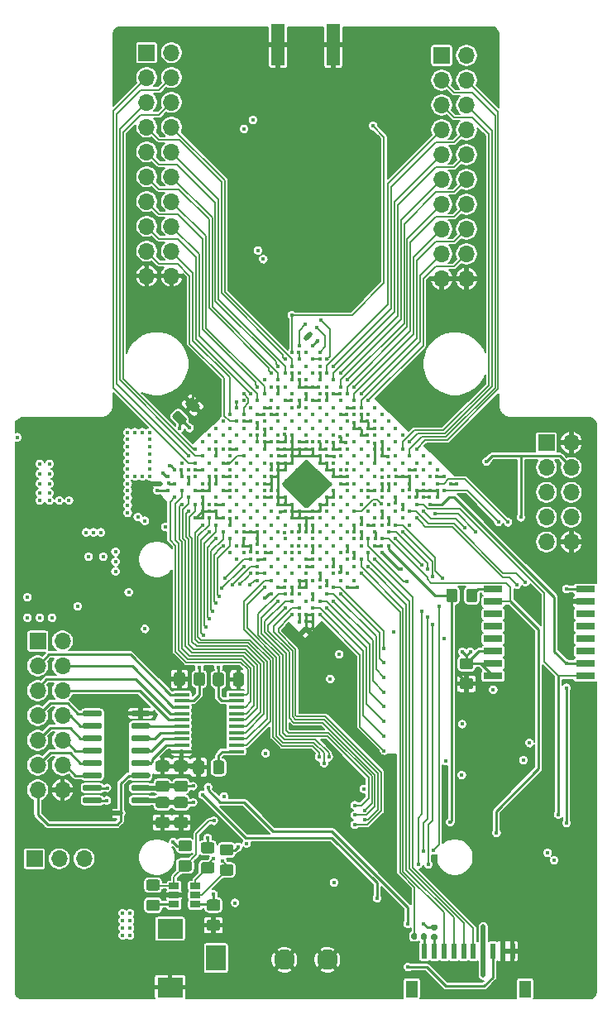
<source format=gbr>
%TF.GenerationSoftware,KiCad,Pcbnew,(5.1.6)-1*%
%TF.CreationDate,2020-12-21T13:22:22+01:00*%
%TF.ProjectId,PCB-Drone-With-FPGA,5043422d-4472-46f6-9e65-2d576974682d,rev?*%
%TF.SameCoordinates,Original*%
%TF.FileFunction,Copper,L4,Bot*%
%TF.FilePolarity,Positive*%
%FSLAX46Y46*%
G04 Gerber Fmt 4.6, Leading zero omitted, Abs format (unit mm)*
G04 Created by KiCad (PCBNEW (5.1.6)-1) date 2020-12-21 13:22:22*
%MOMM*%
%LPD*%
G01*
G04 APERTURE LIST*
%TA.AperFunction,EtchedComponent*%
%ADD10C,0.100000*%
%TD*%
%TA.AperFunction,SMDPad,CuDef*%
%ADD11R,1.925000X0.700000*%
%TD*%
%TA.AperFunction,SMDPad,CuDef*%
%ADD12R,1.200000X1.800000*%
%TD*%
%TA.AperFunction,SMDPad,CuDef*%
%ADD13R,0.600000X1.550000*%
%TD*%
%TA.AperFunction,Conductor*%
%ADD14C,0.500000*%
%TD*%
%TA.AperFunction,SMDPad,CuDef*%
%ADD15R,1.060000X0.650000*%
%TD*%
%TA.AperFunction,ComponentPad*%
%ADD16O,1.700000X1.700000*%
%TD*%
%TA.AperFunction,ComponentPad*%
%ADD17R,1.700000X1.700000*%
%TD*%
%TA.AperFunction,ComponentPad*%
%ADD18C,2.100000*%
%TD*%
%TA.AperFunction,SMDPad,CuDef*%
%ADD19R,1.600000X0.300000*%
%TD*%
%TA.AperFunction,ComponentPad*%
%ADD20R,2.600000X2.000000*%
%TD*%
%TA.AperFunction,ComponentPad*%
%ADD21R,2.000000X2.600000*%
%TD*%
%TA.AperFunction,SMDPad,CuDef*%
%ADD22C,0.450000*%
%TD*%
%TA.AperFunction,SMDPad,CuDef*%
%ADD23R,1.350000X4.200000*%
%TD*%
%TA.AperFunction,ViaPad*%
%ADD24C,0.450000*%
%TD*%
%TA.AperFunction,Conductor*%
%ADD25C,0.293370*%
%TD*%
%TA.AperFunction,Conductor*%
%ADD26C,0.250000*%
%TD*%
%TA.AperFunction,Conductor*%
%ADD27C,0.500000*%
%TD*%
%TA.AperFunction,Conductor*%
%ADD28C,0.127000*%
%TD*%
%TA.AperFunction,Conductor*%
%ADD29C,0.200000*%
%TD*%
%TA.AperFunction,Conductor*%
%ADD30C,0.254000*%
%TD*%
G04 APERTURE END LIST*
D10*
%TO.C,NT701*%
G36*
X111055000Y-120505000D02*
G01*
X110055000Y-120505000D01*
X110055000Y-121005000D01*
X111055000Y-121005000D01*
X111055000Y-120505000D01*
G37*
%TD*%
D11*
%TO.P,U603,16*%
%TO.N,Conf_flash_CSn*%
X158587000Y-106695000D03*
%TO.P,U603,15*%
%TO.N,Conf_flash_MOSI*%
X158587000Y-105425000D03*
%TO.P,U603,14*%
%TO.N,Net-(U603-Pad14)*%
X158587000Y-104155000D03*
%TO.P,U603,13*%
%TO.N,Net-(U603-Pad13)*%
X158587000Y-102885000D03*
%TO.P,U603,12*%
%TO.N,Net-(U603-Pad12)*%
X158587000Y-101615000D03*
%TO.P,U603,11*%
%TO.N,Net-(U603-Pad11)*%
X158587000Y-100345000D03*
%TO.P,U603,10*%
%TO.N,GND*%
X158587000Y-99075000D03*
%TO.P,U603,9*%
%TO.N,+3V3*%
X158587000Y-97805000D03*
%TO.P,U603,8*%
%TO.N,Net-(R605-Pad1)*%
X149163000Y-97805000D03*
%TO.P,U603,7*%
%TO.N,Conf_flash_CLK*%
X149163000Y-99075000D03*
%TO.P,U603,6*%
%TO.N,Net-(U603-Pad6)*%
X149163000Y-100345000D03*
%TO.P,U603,5*%
%TO.N,Net-(U603-Pad5)*%
X149163000Y-101615000D03*
%TO.P,U603,4*%
%TO.N,Net-(U603-Pad4)*%
X149163000Y-102885000D03*
%TO.P,U603,3*%
%TO.N,+3V3*%
X149163000Y-104155000D03*
%TO.P,U603,2*%
X149163000Y-105425000D03*
%TO.P,U603,1*%
X149163000Y-106695000D03*
%TD*%
%TO.P,R902,2*%
%TO.N,ESC-TX*%
%TA.AperFunction,SMDPad,CuDef*%
G36*
G01*
X141390000Y-133187500D02*
X141390000Y-133532500D01*
G75*
G02*
X141242500Y-133680000I-147500J0D01*
G01*
X140947500Y-133680000D01*
G75*
G02*
X140800000Y-133532500I0J147500D01*
G01*
X140800000Y-133187500D01*
G75*
G02*
X140947500Y-133040000I147500J0D01*
G01*
X141242500Y-133040000D01*
G75*
G02*
X141390000Y-133187500I0J-147500D01*
G01*
G37*
%TD.AperFunction*%
%TO.P,R902,1*%
%TO.N,Net-(J901-Pad10)*%
%TA.AperFunction,SMDPad,CuDef*%
G36*
G01*
X142360000Y-133187500D02*
X142360000Y-133532500D01*
G75*
G02*
X142212500Y-133680000I-147500J0D01*
G01*
X141917500Y-133680000D01*
G75*
G02*
X141770000Y-133532500I0J147500D01*
G01*
X141770000Y-133187500D01*
G75*
G02*
X141917500Y-133040000I147500J0D01*
G01*
X142212500Y-133040000D01*
G75*
G02*
X142360000Y-133187500I0J-147500D01*
G01*
G37*
%TD.AperFunction*%
%TD*%
%TO.P,R901,2*%
%TO.N,ADC_CH1*%
%TA.AperFunction,SMDPad,CuDef*%
G36*
G01*
X143312500Y-132735000D02*
X142967500Y-132735000D01*
G75*
G02*
X142820000Y-132587500I0J147500D01*
G01*
X142820000Y-132292500D01*
G75*
G02*
X142967500Y-132145000I147500J0D01*
G01*
X143312500Y-132145000D01*
G75*
G02*
X143460000Y-132292500I0J-147500D01*
G01*
X143460000Y-132587500D01*
G75*
G02*
X143312500Y-132735000I-147500J0D01*
G01*
G37*
%TD.AperFunction*%
%TO.P,R901,1*%
%TO.N,Net-(J901-Pad9)*%
%TA.AperFunction,SMDPad,CuDef*%
G36*
G01*
X143312500Y-133705000D02*
X142967500Y-133705000D01*
G75*
G02*
X142820000Y-133557500I0J147500D01*
G01*
X142820000Y-133262500D01*
G75*
G02*
X142967500Y-133115000I147500J0D01*
G01*
X143312500Y-133115000D01*
G75*
G02*
X143460000Y-133262500I0J-147500D01*
G01*
X143460000Y-133557500D01*
G75*
G02*
X143312500Y-133705000I-147500J0D01*
G01*
G37*
%TD.AperFunction*%
%TD*%
D12*
%TO.P,J901,12*%
%TO.N,Net-(J901-Pad12)*%
X140840000Y-138745000D03*
%TO.P,J901,11*%
%TO.N,Net-(J901-Pad11)*%
X152440000Y-138745000D03*
D13*
%TO.P,J901,10*%
%TO.N,Net-(J901-Pad10)*%
X142140000Y-134870000D03*
%TO.P,J901,9*%
%TO.N,Net-(J901-Pad9)*%
X143140000Y-134870000D03*
%TO.P,J901,8*%
%TO.N,ESC1*%
X144140000Y-134870000D03*
%TO.P,J901,7*%
%TO.N,ESC2*%
X145140000Y-134870000D03*
%TO.P,J901,6*%
%TO.N,ESC3*%
X146140000Y-134870000D03*
%TO.P,J901,5*%
%TO.N,ESC4*%
X147140000Y-134870000D03*
%TO.P,J901,4*%
%TO.N,+10V*%
X148140000Y-134870000D03*
%TO.P,J901,3*%
%TO.N,/Engine signals\u002C LEDs\u002C and GPIO/VBAT*%
X149140000Y-134870000D03*
%TO.P,J901,2*%
%TO.N,GND*%
X150140000Y-134870000D03*
%TO.P,J901,1*%
X151140000Y-134870000D03*
%TD*%
D14*
%TO.N,GND*%
%TO.C,NT701*%
X110055000Y-120755000D03*
%TO.N,GNDA*%
X111055000Y-120755000D03*
%TD*%
%TO.P,C1518,2*%
%TO.N,GND*%
%TA.AperFunction,SMDPad,CuDef*%
G36*
G01*
X118373729Y-79631506D02*
X117728494Y-78986271D01*
G75*
G02*
X117728494Y-78641557I172357J172357D01*
G01*
X118073209Y-78296842D01*
G75*
G02*
X118417923Y-78296842I172357J-172357D01*
G01*
X119063158Y-78942077D01*
G75*
G02*
X119063158Y-79286791I-172357J-172357D01*
G01*
X118718443Y-79631506D01*
G75*
G02*
X118373729Y-79631506I-172357J172357D01*
G01*
G37*
%TD.AperFunction*%
%TO.P,C1518,1*%
%TO.N,+1V2*%
%TA.AperFunction,SMDPad,CuDef*%
G36*
G01*
X117047903Y-80957332D02*
X116402668Y-80312097D01*
G75*
G02*
X116402668Y-79967383I172357J172357D01*
G01*
X116747383Y-79622668D01*
G75*
G02*
X117092097Y-79622668I172357J-172357D01*
G01*
X117737332Y-80267903D01*
G75*
G02*
X117737332Y-80612617I-172357J-172357D01*
G01*
X117392617Y-80957332D01*
G75*
G02*
X117047903Y-80957332I-172357J172357D01*
G01*
G37*
%TD.AperFunction*%
%TD*%
%TO.P,R605,1*%
%TO.N,Net-(R605-Pad1)*%
%TA.AperFunction,SMDPad,CuDef*%
G36*
G01*
X147565000Y-97999999D02*
X147565000Y-98900001D01*
G75*
G02*
X147315001Y-99150000I-249999J0D01*
G01*
X146664999Y-99150000D01*
G75*
G02*
X146415000Y-98900001I0J249999D01*
G01*
X146415000Y-97999999D01*
G75*
G02*
X146664999Y-97750000I249999J0D01*
G01*
X147315001Y-97750000D01*
G75*
G02*
X147565000Y-97999999I0J-249999D01*
G01*
G37*
%TD.AperFunction*%
%TO.P,R605,2*%
%TO.N,Conf_flash_MISO*%
%TA.AperFunction,SMDPad,CuDef*%
G36*
G01*
X145515000Y-97999999D02*
X145515000Y-98900001D01*
G75*
G02*
X145265001Y-99150000I-249999J0D01*
G01*
X144614999Y-99150000D01*
G75*
G02*
X144365000Y-98900001I0J249999D01*
G01*
X144365000Y-97999999D01*
G75*
G02*
X144614999Y-97750000I249999J0D01*
G01*
X145265001Y-97750000D01*
G75*
G02*
X145515000Y-97999999I0J-249999D01*
G01*
G37*
%TD.AperFunction*%
%TD*%
D15*
%TO.P,U601,5*%
%TO.N,/USB and Flash Memory/EECS*%
X118690000Y-129130000D03*
%TO.P,U601,6*%
%TO.N,+3V3*%
X118690000Y-130080000D03*
%TO.P,U601,4*%
%TO.N,/USB and Flash Memory/EECLK*%
X118690000Y-128180000D03*
%TO.P,U601,3*%
%TO.N,/USB and Flash Memory/EEDATA*%
X116490000Y-128180000D03*
%TO.P,U601,2*%
%TO.N,GND*%
X116490000Y-129130000D03*
%TO.P,U601,1*%
%TO.N,/USB and Flash Memory/EEPROM_DO*%
X116490000Y-130080000D03*
%TD*%
%TO.P,R604,2*%
%TO.N,/USB and Flash Memory/EECS*%
%TA.AperFunction,SMDPad,CuDef*%
G36*
G01*
X121439999Y-125980000D02*
X122340001Y-125980000D01*
G75*
G02*
X122590000Y-126229999I0J-249999D01*
G01*
X122590000Y-126880001D01*
G75*
G02*
X122340001Y-127130000I-249999J0D01*
G01*
X121439999Y-127130000D01*
G75*
G02*
X121190000Y-126880001I0J249999D01*
G01*
X121190000Y-126229999D01*
G75*
G02*
X121439999Y-125980000I249999J0D01*
G01*
G37*
%TD.AperFunction*%
%TO.P,R604,1*%
%TO.N,+3V3*%
%TA.AperFunction,SMDPad,CuDef*%
G36*
G01*
X121439999Y-123930000D02*
X122340001Y-123930000D01*
G75*
G02*
X122590000Y-124179999I0J-249999D01*
G01*
X122590000Y-124830001D01*
G75*
G02*
X122340001Y-125080000I-249999J0D01*
G01*
X121439999Y-125080000D01*
G75*
G02*
X121190000Y-124830001I0J249999D01*
G01*
X121190000Y-124179999D01*
G75*
G02*
X121439999Y-123930000I249999J0D01*
G01*
G37*
%TD.AperFunction*%
%TD*%
%TO.P,R603,2*%
%TO.N,/USB and Flash Memory/EEDATA*%
%TA.AperFunction,SMDPad,CuDef*%
G36*
G01*
X117179999Y-125560000D02*
X118080001Y-125560000D01*
G75*
G02*
X118330000Y-125809999I0J-249999D01*
G01*
X118330000Y-126460001D01*
G75*
G02*
X118080001Y-126710000I-249999J0D01*
G01*
X117179999Y-126710000D01*
G75*
G02*
X116930000Y-126460001I0J249999D01*
G01*
X116930000Y-125809999D01*
G75*
G02*
X117179999Y-125560000I249999J0D01*
G01*
G37*
%TD.AperFunction*%
%TO.P,R603,1*%
%TO.N,+3V3*%
%TA.AperFunction,SMDPad,CuDef*%
G36*
G01*
X117179999Y-123510000D02*
X118080001Y-123510000D01*
G75*
G02*
X118330000Y-123759999I0J-249999D01*
G01*
X118330000Y-124410001D01*
G75*
G02*
X118080001Y-124660000I-249999J0D01*
G01*
X117179999Y-124660000D01*
G75*
G02*
X116930000Y-124410001I0J249999D01*
G01*
X116930000Y-123759999D01*
G75*
G02*
X117179999Y-123510000I249999J0D01*
G01*
G37*
%TD.AperFunction*%
%TD*%
%TO.P,R602,2*%
%TO.N,/USB and Flash Memory/EEPROM_DO*%
%TA.AperFunction,SMDPad,CuDef*%
G36*
G01*
X113899999Y-129580000D02*
X114800001Y-129580000D01*
G75*
G02*
X115050000Y-129829999I0J-249999D01*
G01*
X115050000Y-130480001D01*
G75*
G02*
X114800001Y-130730000I-249999J0D01*
G01*
X113899999Y-130730000D01*
G75*
G02*
X113650000Y-130480001I0J249999D01*
G01*
X113650000Y-129829999D01*
G75*
G02*
X113899999Y-129580000I249999J0D01*
G01*
G37*
%TD.AperFunction*%
%TO.P,R602,1*%
%TO.N,/USB and Flash Memory/EEDATA*%
%TA.AperFunction,SMDPad,CuDef*%
G36*
G01*
X113899999Y-127530000D02*
X114800001Y-127530000D01*
G75*
G02*
X115050000Y-127779999I0J-249999D01*
G01*
X115050000Y-128430001D01*
G75*
G02*
X114800001Y-128680000I-249999J0D01*
G01*
X113899999Y-128680000D01*
G75*
G02*
X113650000Y-128430001I0J249999D01*
G01*
X113650000Y-127779999D01*
G75*
G02*
X113899999Y-127530000I249999J0D01*
G01*
G37*
%TD.AperFunction*%
%TD*%
%TO.P,R601,2*%
%TO.N,/USB and Flash Memory/EECLK*%
%TA.AperFunction,SMDPad,CuDef*%
G36*
G01*
X119489999Y-125755000D02*
X120390001Y-125755000D01*
G75*
G02*
X120640000Y-126004999I0J-249999D01*
G01*
X120640000Y-126655001D01*
G75*
G02*
X120390001Y-126905000I-249999J0D01*
G01*
X119489999Y-126905000D01*
G75*
G02*
X119240000Y-126655001I0J249999D01*
G01*
X119240000Y-126004999D01*
G75*
G02*
X119489999Y-125755000I249999J0D01*
G01*
G37*
%TD.AperFunction*%
%TO.P,R601,1*%
%TO.N,+3V3*%
%TA.AperFunction,SMDPad,CuDef*%
G36*
G01*
X119489999Y-123705000D02*
X120390001Y-123705000D01*
G75*
G02*
X120640000Y-123954999I0J-249999D01*
G01*
X120640000Y-124605001D01*
G75*
G02*
X120390001Y-124855000I-249999J0D01*
G01*
X119489999Y-124855000D01*
G75*
G02*
X119240000Y-124605001I0J249999D01*
G01*
X119240000Y-123954999D01*
G75*
G02*
X119489999Y-123705000I249999J0D01*
G01*
G37*
%TD.AperFunction*%
%TD*%
%TO.P,C603,1*%
%TO.N,+3V3*%
%TA.AperFunction,SMDPad,CuDef*%
G36*
G01*
X145989999Y-104865000D02*
X146890001Y-104865000D01*
G75*
G02*
X147140000Y-105114999I0J-249999D01*
G01*
X147140000Y-105765001D01*
G75*
G02*
X146890001Y-106015000I-249999J0D01*
G01*
X145989999Y-106015000D01*
G75*
G02*
X145740000Y-105765001I0J249999D01*
G01*
X145740000Y-105114999D01*
G75*
G02*
X145989999Y-104865000I249999J0D01*
G01*
G37*
%TD.AperFunction*%
%TO.P,C603,2*%
%TO.N,GND*%
%TA.AperFunction,SMDPad,CuDef*%
G36*
G01*
X145989999Y-106915000D02*
X146890001Y-106915000D01*
G75*
G02*
X147140000Y-107164999I0J-249999D01*
G01*
X147140000Y-107815001D01*
G75*
G02*
X146890001Y-108065000I-249999J0D01*
G01*
X145989999Y-108065000D01*
G75*
G02*
X145740000Y-107815001I0J249999D01*
G01*
X145740000Y-107164999D01*
G75*
G02*
X145989999Y-106915000I249999J0D01*
G01*
G37*
%TD.AperFunction*%
%TD*%
%TO.P,C601,2*%
%TO.N,GND*%
%TA.AperFunction,SMDPad,CuDef*%
G36*
G01*
X120079999Y-131625000D02*
X120980001Y-131625000D01*
G75*
G02*
X121230000Y-131874999I0J-249999D01*
G01*
X121230000Y-132525001D01*
G75*
G02*
X120980001Y-132775000I-249999J0D01*
G01*
X120079999Y-132775000D01*
G75*
G02*
X119830000Y-132525001I0J249999D01*
G01*
X119830000Y-131874999D01*
G75*
G02*
X120079999Y-131625000I249999J0D01*
G01*
G37*
%TD.AperFunction*%
%TO.P,C601,1*%
%TO.N,+3V3*%
%TA.AperFunction,SMDPad,CuDef*%
G36*
G01*
X120079999Y-129575000D02*
X120980001Y-129575000D01*
G75*
G02*
X121230000Y-129824999I0J-249999D01*
G01*
X121230000Y-130475001D01*
G75*
G02*
X120980001Y-130725000I-249999J0D01*
G01*
X120079999Y-130725000D01*
G75*
G02*
X119830000Y-130475001I0J249999D01*
G01*
X119830000Y-129824999D01*
G75*
G02*
X120079999Y-129575000I249999J0D01*
G01*
G37*
%TD.AperFunction*%
%TD*%
%TO.P,R704,2*%
%TO.N,GND*%
%TA.AperFunction,SMDPad,CuDef*%
G36*
G01*
X119590000Y-115599999D02*
X119590000Y-116500001D01*
G75*
G02*
X119340001Y-116750000I-249999J0D01*
G01*
X118689999Y-116750000D01*
G75*
G02*
X118440000Y-116500001I0J249999D01*
G01*
X118440000Y-115599999D01*
G75*
G02*
X118689999Y-115350000I249999J0D01*
G01*
X119340001Y-115350000D01*
G75*
G02*
X119590000Y-115599999I0J-249999D01*
G01*
G37*
%TD.AperFunction*%
%TO.P,R704,1*%
%TO.N,Net-(R704-Pad1)*%
%TA.AperFunction,SMDPad,CuDef*%
G36*
G01*
X121640000Y-115599999D02*
X121640000Y-116500001D01*
G75*
G02*
X121390001Y-116750000I-249999J0D01*
G01*
X120739999Y-116750000D01*
G75*
G02*
X120490000Y-116500001I0J249999D01*
G01*
X120490000Y-115599999D01*
G75*
G02*
X120739999Y-115350000I249999J0D01*
G01*
X121390001Y-115350000D01*
G75*
G02*
X121640000Y-115599999I0J-249999D01*
G01*
G37*
%TD.AperFunction*%
%TD*%
%TO.P,C718,2*%
%TO.N,GND*%
%TA.AperFunction,SMDPad,CuDef*%
G36*
G01*
X115755001Y-116505000D02*
X114854999Y-116505000D01*
G75*
G02*
X114605000Y-116255001I0J249999D01*
G01*
X114605000Y-115604999D01*
G75*
G02*
X114854999Y-115355000I249999J0D01*
G01*
X115755001Y-115355000D01*
G75*
G02*
X116005000Y-115604999I0J-249999D01*
G01*
X116005000Y-116255001D01*
G75*
G02*
X115755001Y-116505000I-249999J0D01*
G01*
G37*
%TD.AperFunction*%
%TO.P,C718,1*%
%TO.N,+5V*%
%TA.AperFunction,SMDPad,CuDef*%
G36*
G01*
X115755001Y-118555000D02*
X114854999Y-118555000D01*
G75*
G02*
X114605000Y-118305001I0J249999D01*
G01*
X114605000Y-117654999D01*
G75*
G02*
X114854999Y-117405000I249999J0D01*
G01*
X115755001Y-117405000D01*
G75*
G02*
X116005000Y-117654999I0J-249999D01*
G01*
X116005000Y-118305001D01*
G75*
G02*
X115755001Y-118555000I-249999J0D01*
G01*
G37*
%TD.AperFunction*%
%TD*%
%TO.P,C717,2*%
%TO.N,GND*%
%TA.AperFunction,SMDPad,CuDef*%
G36*
G01*
X117655001Y-116505000D02*
X116754999Y-116505000D01*
G75*
G02*
X116505000Y-116255001I0J249999D01*
G01*
X116505000Y-115604999D01*
G75*
G02*
X116754999Y-115355000I249999J0D01*
G01*
X117655001Y-115355000D01*
G75*
G02*
X117905000Y-115604999I0J-249999D01*
G01*
X117905000Y-116255001D01*
G75*
G02*
X117655001Y-116505000I-249999J0D01*
G01*
G37*
%TD.AperFunction*%
%TO.P,C717,1*%
%TO.N,+5V*%
%TA.AperFunction,SMDPad,CuDef*%
G36*
G01*
X117655001Y-118555000D02*
X116754999Y-118555000D01*
G75*
G02*
X116505000Y-118305001I0J249999D01*
G01*
X116505000Y-117654999D01*
G75*
G02*
X116754999Y-117405000I249999J0D01*
G01*
X117655001Y-117405000D01*
G75*
G02*
X117905000Y-117654999I0J-249999D01*
G01*
X117905000Y-118305001D01*
G75*
G02*
X117655001Y-118555000I-249999J0D01*
G01*
G37*
%TD.AperFunction*%
%TD*%
%TO.P,C715,2*%
%TO.N,GND*%
%TA.AperFunction,SMDPad,CuDef*%
G36*
G01*
X114854999Y-121130000D02*
X115755001Y-121130000D01*
G75*
G02*
X116005000Y-121379999I0J-249999D01*
G01*
X116005000Y-122030001D01*
G75*
G02*
X115755001Y-122280000I-249999J0D01*
G01*
X114854999Y-122280000D01*
G75*
G02*
X114605000Y-122030001I0J249999D01*
G01*
X114605000Y-121379999D01*
G75*
G02*
X114854999Y-121130000I249999J0D01*
G01*
G37*
%TD.AperFunction*%
%TO.P,C715,1*%
%TO.N,+5V*%
%TA.AperFunction,SMDPad,CuDef*%
G36*
G01*
X114854999Y-119080000D02*
X115755001Y-119080000D01*
G75*
G02*
X116005000Y-119329999I0J-249999D01*
G01*
X116005000Y-119980001D01*
G75*
G02*
X115755001Y-120230000I-249999J0D01*
G01*
X114854999Y-120230000D01*
G75*
G02*
X114605000Y-119980001I0J249999D01*
G01*
X114605000Y-119329999D01*
G75*
G02*
X114854999Y-119080000I249999J0D01*
G01*
G37*
%TD.AperFunction*%
%TD*%
%TO.P,C714,2*%
%TO.N,GND*%
%TA.AperFunction,SMDPad,CuDef*%
G36*
G01*
X116754999Y-121130000D02*
X117655001Y-121130000D01*
G75*
G02*
X117905000Y-121379999I0J-249999D01*
G01*
X117905000Y-122030001D01*
G75*
G02*
X117655001Y-122280000I-249999J0D01*
G01*
X116754999Y-122280000D01*
G75*
G02*
X116505000Y-122030001I0J249999D01*
G01*
X116505000Y-121379999D01*
G75*
G02*
X116754999Y-121130000I249999J0D01*
G01*
G37*
%TD.AperFunction*%
%TO.P,C714,1*%
%TO.N,+5V*%
%TA.AperFunction,SMDPad,CuDef*%
G36*
G01*
X116754999Y-119080000D02*
X117655001Y-119080000D01*
G75*
G02*
X117905000Y-119329999I0J-249999D01*
G01*
X117905000Y-119980001D01*
G75*
G02*
X117655001Y-120230000I-249999J0D01*
G01*
X116754999Y-120230000D01*
G75*
G02*
X116505000Y-119980001I0J249999D01*
G01*
X116505000Y-119329999D01*
G75*
G02*
X116754999Y-119080000I249999J0D01*
G01*
G37*
%TD.AperFunction*%
%TD*%
%TO.P,C707,2*%
%TO.N,GND*%
%TA.AperFunction,SMDPad,CuDef*%
G36*
G01*
X117625001Y-106559999D02*
X117625001Y-107460001D01*
G75*
G02*
X117375002Y-107710000I-249999J0D01*
G01*
X116725000Y-107710000D01*
G75*
G02*
X116475001Y-107460001I0J249999D01*
G01*
X116475001Y-106559999D01*
G75*
G02*
X116725000Y-106310000I249999J0D01*
G01*
X117375002Y-106310000D01*
G75*
G02*
X117625001Y-106559999I0J-249999D01*
G01*
G37*
%TD.AperFunction*%
%TO.P,C707,1*%
%TO.N,+5V*%
%TA.AperFunction,SMDPad,CuDef*%
G36*
G01*
X119675001Y-106559999D02*
X119675001Y-107460001D01*
G75*
G02*
X119425002Y-107710000I-249999J0D01*
G01*
X118775000Y-107710000D01*
G75*
G02*
X118525001Y-107460001I0J249999D01*
G01*
X118525001Y-106559999D01*
G75*
G02*
X118775000Y-106310000I249999J0D01*
G01*
X119425002Y-106310000D01*
G75*
G02*
X119675001Y-106559999I0J-249999D01*
G01*
G37*
%TD.AperFunction*%
%TD*%
%TO.P,C706,2*%
%TO.N,GND*%
%TA.AperFunction,SMDPad,CuDef*%
G36*
G01*
X122520000Y-107500001D02*
X122520000Y-106599999D01*
G75*
G02*
X122769999Y-106350000I249999J0D01*
G01*
X123420001Y-106350000D01*
G75*
G02*
X123670000Y-106599999I0J-249999D01*
G01*
X123670000Y-107500001D01*
G75*
G02*
X123420001Y-107750000I-249999J0D01*
G01*
X122769999Y-107750000D01*
G75*
G02*
X122520000Y-107500001I0J249999D01*
G01*
G37*
%TD.AperFunction*%
%TO.P,C706,1*%
%TO.N,+3V3*%
%TA.AperFunction,SMDPad,CuDef*%
G36*
G01*
X120470000Y-107500001D02*
X120470000Y-106599999D01*
G75*
G02*
X120719999Y-106350000I249999J0D01*
G01*
X121370001Y-106350000D01*
G75*
G02*
X121620000Y-106599999I0J-249999D01*
G01*
X121620000Y-107500001D01*
G75*
G02*
X121370001Y-107750000I-249999J0D01*
G01*
X120719999Y-107750000D01*
G75*
G02*
X120470000Y-107500001I0J249999D01*
G01*
G37*
%TD.AperFunction*%
%TD*%
D16*
%TO.P,J1004,10*%
%TO.N,GND*%
X157170000Y-92970000D03*
%TO.P,J1004,9*%
%TO.N,JTAG_TDI*%
X154630000Y-92970000D03*
%TO.P,J1004,8*%
%TO.N,Net-(J1004-Pad8)*%
X157170000Y-90430000D03*
%TO.P,J1004,7*%
%TO.N,Net-(J1004-Pad7)*%
X154630000Y-90430000D03*
%TO.P,J1004,6*%
%TO.N,Net-(J1004-Pad6)*%
X157170000Y-87890000D03*
%TO.P,J1004,5*%
%TO.N,JTAG_TMS*%
X154630000Y-87890000D03*
%TO.P,J1004,4*%
%TO.N,VCCA*%
X157170000Y-85350000D03*
%TO.P,J1004,3*%
%TO.N,JTAG_TDO*%
X154630000Y-85350000D03*
%TO.P,J1004,2*%
%TO.N,GND*%
X157170000Y-82810000D03*
D17*
%TO.P,J1004,1*%
%TO.N,JTAG_TCK*%
X154630000Y-82810000D03*
%TD*%
D16*
%TO.P,J1003,20*%
%TO.N,GND*%
X146440000Y-66040000D03*
%TO.P,J1003,19*%
X143900000Y-66040000D03*
%TO.P,J1003,18*%
%TO.N,GPIO2-15*%
X146440000Y-63500000D03*
%TO.P,J1003,17*%
%TO.N,GPIO2-14*%
X143900000Y-63500000D03*
%TO.P,J1003,16*%
%TO.N,GPIO2-13*%
X146440000Y-60960000D03*
%TO.P,J1003,15*%
%TO.N,GPIO2-12*%
X143900000Y-60960000D03*
%TO.P,J1003,14*%
%TO.N,GPIO2-11*%
X146440000Y-58420000D03*
%TO.P,J1003,13*%
%TO.N,GPIO2-10*%
X143900000Y-58420000D03*
%TO.P,J1003,12*%
%TO.N,GPIO2-9*%
X146440000Y-55880000D03*
%TO.P,J1003,11*%
%TO.N,GPIO2-8*%
X143900000Y-55880000D03*
%TO.P,J1003,10*%
%TO.N,GPIO2-7*%
X146440000Y-53340000D03*
%TO.P,J1003,9*%
%TO.N,GPIO2-6*%
X143900000Y-53340000D03*
%TO.P,J1003,8*%
%TO.N,GPIO2-5*%
X146440000Y-50800000D03*
%TO.P,J1003,7*%
%TO.N,GPIO2-4*%
X143900000Y-50800000D03*
%TO.P,J1003,6*%
%TO.N,GPIO2-3*%
X146440000Y-48260000D03*
%TO.P,J1003,5*%
%TO.N,GPIO2-2*%
X143900000Y-48260000D03*
%TO.P,J1003,4*%
%TO.N,GPIO2-1*%
X146440000Y-45720000D03*
%TO.P,J1003,3*%
%TO.N,GPIO2-0*%
X143900000Y-45720000D03*
%TO.P,J1003,2*%
%TO.N,+3V3*%
X146440000Y-43180000D03*
D17*
%TO.P,J1003,1*%
X143900000Y-43180000D03*
%TD*%
D16*
%TO.P,J1002,14*%
%TO.N,GND*%
X105076000Y-118366000D03*
%TO.P,J1002,13*%
%TO.N,GNDA*%
X102536000Y-118366000D03*
%TO.P,J1002,12*%
%TO.N,ADC_CH2*%
X105076000Y-115826000D03*
%TO.P,J1002,11*%
%TO.N,ADC_CH3*%
X102536000Y-115826000D03*
%TO.P,J1002,10*%
%TO.N,ADC_CH4*%
X105076000Y-113286000D03*
%TO.P,J1002,9*%
%TO.N,ADC_CH5*%
X102536000Y-113286000D03*
%TO.P,J1002,8*%
%TO.N,ADC_CH6*%
X105076000Y-110746000D03*
%TO.P,J1002,7*%
%TO.N,ADC_CH7*%
X102536000Y-110746000D03*
%TO.P,J1002,6*%
%TO.N,5v_GPIO_5v_3*%
X105076000Y-108206000D03*
%TO.P,J1002,5*%
%TO.N,5v_GPIO_5v_2*%
X102536000Y-108206000D03*
%TO.P,J1002,4*%
%TO.N,5v_GPIO_5v_1*%
X105076000Y-105666000D03*
%TO.P,J1002,3*%
%TO.N,5v_GPIO_5v_0*%
X102536000Y-105666000D03*
%TO.P,J1002,2*%
%TO.N,+5V*%
X105076000Y-103126000D03*
D17*
%TO.P,J1002,1*%
X102536000Y-103126000D03*
%TD*%
D16*
%TO.P,J1001,20*%
%TO.N,GND*%
X116240000Y-65760000D03*
%TO.P,J1001,19*%
X113700000Y-65760000D03*
%TO.P,J1001,18*%
%TO.N,GPIO1-15*%
X116240000Y-63220000D03*
%TO.P,J1001,17*%
%TO.N,GPIO1-14*%
X113700000Y-63220000D03*
%TO.P,J1001,16*%
%TO.N,GPIO1-13*%
X116240000Y-60680000D03*
%TO.P,J1001,15*%
%TO.N,GPIO1-12*%
X113700000Y-60680000D03*
%TO.P,J1001,14*%
%TO.N,GPIO1-11*%
X116240000Y-58140000D03*
%TO.P,J1001,13*%
%TO.N,GPIO1-10*%
X113700000Y-58140000D03*
%TO.P,J1001,12*%
%TO.N,GPIO1-9*%
X116240000Y-55600000D03*
%TO.P,J1001,11*%
%TO.N,GPIO1-8*%
X113700000Y-55600000D03*
%TO.P,J1001,10*%
%TO.N,GPIO1-7*%
X116240000Y-53060000D03*
%TO.P,J1001,9*%
%TO.N,GPIO1-6*%
X113700000Y-53060000D03*
%TO.P,J1001,8*%
%TO.N,GPIO1-5*%
X116240000Y-50520000D03*
%TO.P,J1001,7*%
%TO.N,GPIO1-4*%
X113700000Y-50520000D03*
%TO.P,J1001,6*%
%TO.N,GPIO1-3*%
X116240000Y-47980000D03*
%TO.P,J1001,5*%
%TO.N,GPIO1-2*%
X113700000Y-47980000D03*
%TO.P,J1001,4*%
%TO.N,GPIO1-1*%
X116240000Y-45440000D03*
%TO.P,J1001,3*%
%TO.N,GPIO1-0*%
X113700000Y-45440000D03*
%TO.P,J1001,2*%
%TO.N,+3V3*%
X116240000Y-42900000D03*
D17*
%TO.P,J1001,1*%
X113700000Y-42900000D03*
%TD*%
D18*
%TO.P,J601,SH*%
%TO.N,GND*%
X132200000Y-135760000D03*
X127800000Y-135760000D03*
%TD*%
D16*
%TO.P,JP201,3*%
%TO.N,/Power Distribution and Estimation/5v-plug*%
X107280000Y-125400000D03*
%TO.P,JP201,2*%
%TO.N,+5V*%
X104740000Y-125400000D03*
D17*
%TO.P,JP201,1*%
%TO.N,/Power Distribution and Estimation/5v-regulator*%
X102200000Y-125400000D03*
%TD*%
D19*
%TO.P,U702,20*%
%TO.N,5v_GPIO_5v_0*%
X117270000Y-108585000D03*
%TO.P,U702,19*%
%TO.N,+5V*%
X117270000Y-109235000D03*
%TO.P,U702,18*%
%TO.N,5v_GPIO_5v_1*%
X117270000Y-109885000D03*
%TO.P,U702,17*%
%TO.N,5v_GPIO_5v_2*%
X117270000Y-110535000D03*
%TO.P,U702,16*%
%TO.N,5v_GPIO_5v_3*%
X117270000Y-111185000D03*
%TO.P,U702,15*%
%TO.N,/Sensors/5v_ADC_CSn*%
X117270000Y-111835000D03*
%TO.P,U702,14*%
%TO.N,/Sensors/5v_ADC_Din*%
X117270000Y-112485000D03*
%TO.P,U702,13*%
%TO.N,/Sensors/5v_ADC_Dout*%
X117270000Y-113135000D03*
%TO.P,U702,12*%
%TO.N,/Sensors/5v_ADC_CLK*%
X117270000Y-113785000D03*
%TO.P,U702,11*%
%TO.N,GND*%
X117270000Y-114435000D03*
%TO.P,U702,10*%
%TO.N,Net-(R704-Pad1)*%
X122870000Y-114435000D03*
%TO.P,U702,9*%
%TO.N,ADC_SCLK*%
X122870000Y-113785000D03*
%TO.P,U702,8*%
%TO.N,ADC_MISO*%
X122870000Y-113135000D03*
%TO.P,U702,7*%
%TO.N,ADC_MOSI*%
X122870000Y-112485000D03*
%TO.P,U702,6*%
%TO.N,ADC_CSn*%
X122870000Y-111835000D03*
%TO.P,U702,5*%
%TO.N,5v_GPIO_3*%
X122870000Y-111185000D03*
%TO.P,U702,4*%
%TO.N,5v_GPIO_2*%
X122870000Y-110535000D03*
%TO.P,U702,3*%
%TO.N,5v_GPIO_1*%
X122870000Y-109885000D03*
%TO.P,U702,2*%
%TO.N,+3V3*%
X122870000Y-109235000D03*
%TO.P,U702,1*%
%TO.N,5v_GPIO_0*%
X122870000Y-108585000D03*
%TD*%
D20*
%TO.P,J201,2*%
%TO.N,GND*%
X116100000Y-138570000D03*
%TO.P,J201,1*%
%TO.N,/Power Distribution and Estimation/5v-plug*%
X116100000Y-132570000D03*
D21*
%TO.P,J201,3*%
%TO.N,Net-(J201-Pad3)*%
X120800000Y-135570000D03*
%TD*%
%TO.P,U705,16*%
%TO.N,+5V*%
%TA.AperFunction,SMDPad,CuDef*%
G36*
G01*
X112105000Y-119575000D02*
X112105000Y-119275000D01*
G75*
G02*
X112255000Y-119125000I150000J0D01*
G01*
X113905000Y-119125000D01*
G75*
G02*
X114055000Y-119275000I0J-150000D01*
G01*
X114055000Y-119575000D01*
G75*
G02*
X113905000Y-119725000I-150000J0D01*
G01*
X112255000Y-119725000D01*
G75*
G02*
X112105000Y-119575000I0J150000D01*
G01*
G37*
%TD.AperFunction*%
%TO.P,U705,15*%
%TA.AperFunction,SMDPad,CuDef*%
G36*
G01*
X112105000Y-118305000D02*
X112105000Y-118005000D01*
G75*
G02*
X112255000Y-117855000I150000J0D01*
G01*
X113905000Y-117855000D01*
G75*
G02*
X114055000Y-118005000I0J-150000D01*
G01*
X114055000Y-118305000D01*
G75*
G02*
X113905000Y-118455000I-150000J0D01*
G01*
X112255000Y-118455000D01*
G75*
G02*
X112105000Y-118305000I0J150000D01*
G01*
G37*
%TD.AperFunction*%
%TO.P,U705,14*%
%TO.N,GNDA*%
%TA.AperFunction,SMDPad,CuDef*%
G36*
G01*
X112105000Y-117035000D02*
X112105000Y-116735000D01*
G75*
G02*
X112255000Y-116585000I150000J0D01*
G01*
X113905000Y-116585000D01*
G75*
G02*
X114055000Y-116735000I0J-150000D01*
G01*
X114055000Y-117035000D01*
G75*
G02*
X113905000Y-117185000I-150000J0D01*
G01*
X112255000Y-117185000D01*
G75*
G02*
X112105000Y-117035000I0J150000D01*
G01*
G37*
%TD.AperFunction*%
%TO.P,U705,13*%
%TO.N,/Sensors/5v_ADC_CLK*%
%TA.AperFunction,SMDPad,CuDef*%
G36*
G01*
X112105000Y-115765000D02*
X112105000Y-115465000D01*
G75*
G02*
X112255000Y-115315000I150000J0D01*
G01*
X113905000Y-115315000D01*
G75*
G02*
X114055000Y-115465000I0J-150000D01*
G01*
X114055000Y-115765000D01*
G75*
G02*
X113905000Y-115915000I-150000J0D01*
G01*
X112255000Y-115915000D01*
G75*
G02*
X112105000Y-115765000I0J150000D01*
G01*
G37*
%TD.AperFunction*%
%TO.P,U705,12*%
%TO.N,/Sensors/5v_ADC_Dout*%
%TA.AperFunction,SMDPad,CuDef*%
G36*
G01*
X112105000Y-114495000D02*
X112105000Y-114195000D01*
G75*
G02*
X112255000Y-114045000I150000J0D01*
G01*
X113905000Y-114045000D01*
G75*
G02*
X114055000Y-114195000I0J-150000D01*
G01*
X114055000Y-114495000D01*
G75*
G02*
X113905000Y-114645000I-150000J0D01*
G01*
X112255000Y-114645000D01*
G75*
G02*
X112105000Y-114495000I0J150000D01*
G01*
G37*
%TD.AperFunction*%
%TO.P,U705,11*%
%TO.N,/Sensors/5v_ADC_Din*%
%TA.AperFunction,SMDPad,CuDef*%
G36*
G01*
X112105000Y-113225000D02*
X112105000Y-112925000D01*
G75*
G02*
X112255000Y-112775000I150000J0D01*
G01*
X113905000Y-112775000D01*
G75*
G02*
X114055000Y-112925000I0J-150000D01*
G01*
X114055000Y-113225000D01*
G75*
G02*
X113905000Y-113375000I-150000J0D01*
G01*
X112255000Y-113375000D01*
G75*
G02*
X112105000Y-113225000I0J150000D01*
G01*
G37*
%TD.AperFunction*%
%TO.P,U705,10*%
%TO.N,/Sensors/5v_ADC_CSn*%
%TA.AperFunction,SMDPad,CuDef*%
G36*
G01*
X112105000Y-111955000D02*
X112105000Y-111655000D01*
G75*
G02*
X112255000Y-111505000I150000J0D01*
G01*
X113905000Y-111505000D01*
G75*
G02*
X114055000Y-111655000I0J-150000D01*
G01*
X114055000Y-111955000D01*
G75*
G02*
X113905000Y-112105000I-150000J0D01*
G01*
X112255000Y-112105000D01*
G75*
G02*
X112105000Y-111955000I0J150000D01*
G01*
G37*
%TD.AperFunction*%
%TO.P,U705,9*%
%TO.N,GND*%
%TA.AperFunction,SMDPad,CuDef*%
G36*
G01*
X112105000Y-110685000D02*
X112105000Y-110385000D01*
G75*
G02*
X112255000Y-110235000I150000J0D01*
G01*
X113905000Y-110235000D01*
G75*
G02*
X114055000Y-110385000I0J-150000D01*
G01*
X114055000Y-110685000D01*
G75*
G02*
X113905000Y-110835000I-150000J0D01*
G01*
X112255000Y-110835000D01*
G75*
G02*
X112105000Y-110685000I0J150000D01*
G01*
G37*
%TD.AperFunction*%
%TO.P,U705,8*%
%TO.N,ADC_CH7*%
%TA.AperFunction,SMDPad,CuDef*%
G36*
G01*
X107155000Y-110685000D02*
X107155000Y-110385000D01*
G75*
G02*
X107305000Y-110235000I150000J0D01*
G01*
X108955000Y-110235000D01*
G75*
G02*
X109105000Y-110385000I0J-150000D01*
G01*
X109105000Y-110685000D01*
G75*
G02*
X108955000Y-110835000I-150000J0D01*
G01*
X107305000Y-110835000D01*
G75*
G02*
X107155000Y-110685000I0J150000D01*
G01*
G37*
%TD.AperFunction*%
%TO.P,U705,7*%
%TO.N,ADC_CH6*%
%TA.AperFunction,SMDPad,CuDef*%
G36*
G01*
X107155000Y-111955000D02*
X107155000Y-111655000D01*
G75*
G02*
X107305000Y-111505000I150000J0D01*
G01*
X108955000Y-111505000D01*
G75*
G02*
X109105000Y-111655000I0J-150000D01*
G01*
X109105000Y-111955000D01*
G75*
G02*
X108955000Y-112105000I-150000J0D01*
G01*
X107305000Y-112105000D01*
G75*
G02*
X107155000Y-111955000I0J150000D01*
G01*
G37*
%TD.AperFunction*%
%TO.P,U705,6*%
%TO.N,ADC_CH5*%
%TA.AperFunction,SMDPad,CuDef*%
G36*
G01*
X107155000Y-113225000D02*
X107155000Y-112925000D01*
G75*
G02*
X107305000Y-112775000I150000J0D01*
G01*
X108955000Y-112775000D01*
G75*
G02*
X109105000Y-112925000I0J-150000D01*
G01*
X109105000Y-113225000D01*
G75*
G02*
X108955000Y-113375000I-150000J0D01*
G01*
X107305000Y-113375000D01*
G75*
G02*
X107155000Y-113225000I0J150000D01*
G01*
G37*
%TD.AperFunction*%
%TO.P,U705,5*%
%TO.N,ADC_CH4*%
%TA.AperFunction,SMDPad,CuDef*%
G36*
G01*
X107155000Y-114495000D02*
X107155000Y-114195000D01*
G75*
G02*
X107305000Y-114045000I150000J0D01*
G01*
X108955000Y-114045000D01*
G75*
G02*
X109105000Y-114195000I0J-150000D01*
G01*
X109105000Y-114495000D01*
G75*
G02*
X108955000Y-114645000I-150000J0D01*
G01*
X107305000Y-114645000D01*
G75*
G02*
X107155000Y-114495000I0J150000D01*
G01*
G37*
%TD.AperFunction*%
%TO.P,U705,4*%
%TO.N,ADC_CH3*%
%TA.AperFunction,SMDPad,CuDef*%
G36*
G01*
X107155000Y-115765000D02*
X107155000Y-115465000D01*
G75*
G02*
X107305000Y-115315000I150000J0D01*
G01*
X108955000Y-115315000D01*
G75*
G02*
X109105000Y-115465000I0J-150000D01*
G01*
X109105000Y-115765000D01*
G75*
G02*
X108955000Y-115915000I-150000J0D01*
G01*
X107305000Y-115915000D01*
G75*
G02*
X107155000Y-115765000I0J150000D01*
G01*
G37*
%TD.AperFunction*%
%TO.P,U705,3*%
%TO.N,ADC_CH2*%
%TA.AperFunction,SMDPad,CuDef*%
G36*
G01*
X107155000Y-117035000D02*
X107155000Y-116735000D01*
G75*
G02*
X107305000Y-116585000I150000J0D01*
G01*
X108955000Y-116585000D01*
G75*
G02*
X109105000Y-116735000I0J-150000D01*
G01*
X109105000Y-117035000D01*
G75*
G02*
X108955000Y-117185000I-150000J0D01*
G01*
X107305000Y-117185000D01*
G75*
G02*
X107155000Y-117035000I0J150000D01*
G01*
G37*
%TD.AperFunction*%
%TO.P,U705,2*%
%TO.N,ADC_CH1*%
%TA.AperFunction,SMDPad,CuDef*%
G36*
G01*
X107155000Y-118305000D02*
X107155000Y-118005000D01*
G75*
G02*
X107305000Y-117855000I150000J0D01*
G01*
X108955000Y-117855000D01*
G75*
G02*
X109105000Y-118005000I0J-150000D01*
G01*
X109105000Y-118305000D01*
G75*
G02*
X108955000Y-118455000I-150000J0D01*
G01*
X107305000Y-118455000D01*
G75*
G02*
X107155000Y-118305000I0J150000D01*
G01*
G37*
%TD.AperFunction*%
%TO.P,U705,1*%
%TO.N,ADC_CH0*%
%TA.AperFunction,SMDPad,CuDef*%
G36*
G01*
X107155000Y-119575000D02*
X107155000Y-119275000D01*
G75*
G02*
X107305000Y-119125000I150000J0D01*
G01*
X108955000Y-119125000D01*
G75*
G02*
X109105000Y-119275000I0J-150000D01*
G01*
X109105000Y-119575000D01*
G75*
G02*
X108955000Y-119725000I-150000J0D01*
G01*
X107305000Y-119725000D01*
G75*
G02*
X107155000Y-119575000I0J150000D01*
G01*
G37*
%TD.AperFunction*%
%TD*%
D22*
%TO.P,U1201,AB22*%
%TO.N,GND*%
X115150758Y-87000000D03*
%TO.P,U1201,AB21*%
%TO.N,+3V3*%
X115857864Y-87707107D03*
%TO.P,U1201,AB20*%
%TO.N,5v_GPIO_0*%
X116564971Y-88414214D03*
%TO.P,U1201,AB19*%
%TO.N,5v_GPIO_2*%
X117272078Y-89121320D03*
%TO.P,U1201,AB18*%
%TO.N,ADC_CSn*%
X117979185Y-89828427D03*
%TO.P,U1201,AB17*%
%TO.N,GND*%
X118686292Y-90535534D03*
%TO.P,U1201,AB16*%
%TO.N,ADC_MISO*%
X119393398Y-91242641D03*
%TO.P,U1201,AB15*%
%TO.N,FTDI-ACBUS9*%
X120100505Y-91949747D03*
%TO.P,U1201,AB14*%
%TO.N,FTDI-ACBUS7*%
X120807612Y-92656854D03*
%TO.P,U1201,AB13*%
%TO.N,FTDI-ACBUS5*%
X121514719Y-93363961D03*
%TO.P,U1201,AB12*%
%TO.N,Net-(U1201-PadAB12)*%
X122221825Y-94071068D03*
%TO.P,U1201,AB11*%
%TO.N,Net-(U1201-PadAB11)*%
X122928932Y-94778175D03*
%TO.P,U1201,AB10*%
%TO.N,ICM_FSYNC*%
X123636039Y-95485281D03*
%TO.P,U1201,AB9*%
%TO.N,ICM_MISO*%
X124343146Y-96192388D03*
%TO.P,U1201,AB8*%
%TO.N,ICM_SCLK*%
X125050253Y-96899495D03*
%TO.P,U1201,AB7*%
%TO.N,FTDI-ACBUS2*%
X125757359Y-97606602D03*
%TO.P,U1201,AB6*%
%TO.N,GND*%
X126464466Y-98313708D03*
%TO.P,U1201,AB5*%
%TO.N,FTDI-ACBUS0*%
X127171573Y-99020815D03*
%TO.P,U1201,AB4*%
%TO.N,FTDI-ADBUS6*%
X127878680Y-99727922D03*
%TO.P,U1201,AB3*%
%TO.N,FTDI-ADBUS4*%
X128585786Y-100435029D03*
%TO.P,U1201,AB2*%
%TO.N,+3V3*%
X129292893Y-101142136D03*
%TO.P,U1201,AB1*%
%TO.N,GND*%
X130000000Y-101849242D03*
%TO.P,U1201,AA22*%
%TO.N,DPS_CSn*%
X115857864Y-86292893D03*
%TO.P,U1201,AA21*%
%TO.N,DPS_MOSI*%
X116564971Y-87000000D03*
%TO.P,U1201,AA20*%
%TO.N,5v_GPIO_1*%
X117272078Y-87707107D03*
%TO.P,U1201,AA19*%
%TO.N,5v_GPIO_3*%
X117979185Y-88414214D03*
%TO.P,U1201,AA18*%
%TO.N,ADC_MOSI*%
X118686292Y-89121320D03*
%TO.P,U1201,AA17*%
%TO.N,GND*%
X119393398Y-89828427D03*
%TO.P,U1201,AA16*%
%TO.N,ADC_SCLK*%
X120100505Y-90535534D03*
%TO.P,U1201,AA15*%
%TO.N,FTDI-ACBUS8*%
X120807612Y-91242641D03*
%TO.P,U1201,AA14*%
%TO.N,FTDI-ACBUS6*%
X121514719Y-91949747D03*
%TO.P,U1201,AA13*%
%TO.N,FTDI-ACBUS4*%
X122221825Y-92656854D03*
%TO.P,U1201,AA12*%
%TO.N,Net-(U1201-PadAA12)*%
X122928932Y-93363961D03*
%TO.P,U1201,AA11*%
%TO.N,Net-(U1201-PadAA11)*%
X123636039Y-94071068D03*
%TO.P,U1201,AA10*%
%TO.N,ICM_INT*%
X124343146Y-94778175D03*
%TO.P,U1201,AA9*%
%TO.N,ICM_CSn*%
X125050253Y-95485281D03*
%TO.P,U1201,AA8*%
%TO.N,ICM_MOSI*%
X125757359Y-96192388D03*
%TO.P,U1201,AA7*%
%TO.N,FTDI-ACBUS3*%
X126464466Y-96899495D03*
%TO.P,U1201,AA6*%
%TO.N,+3V3*%
X127171573Y-97606602D03*
%TO.P,U1201,AA5*%
%TO.N,FTDI-ACBUS1*%
X127878680Y-98313708D03*
%TO.P,U1201,AA4*%
%TO.N,FTDI-ADBUS7*%
X128585786Y-99020815D03*
%TO.P,U1201,AA3*%
%TO.N,FTDI-ADBUS5*%
X129292893Y-99727922D03*
%TO.P,U1201,AA2*%
%TO.N,GND*%
X130000000Y-100435029D03*
%TO.P,U1201,AA1*%
X130707107Y-101142136D03*
%TO.P,U1201,Y22*%
%TO.N,DPS_SCLK*%
X116564971Y-85585786D03*
%TO.P,U1201,Y21*%
%TO.N,DPS_MISO*%
X117272078Y-86292893D03*
%TO.P,U1201,Y20*%
%TO.N,GND*%
X117979185Y-87000000D03*
%TO.P,U1201,Y19*%
%TO.N,+3V3*%
X118686292Y-87707107D03*
%TO.P,U1201,Y18*%
%TO.N,GND*%
X119393398Y-88414214D03*
%TO.P,U1201,Y17*%
%TO.N,Net-(U1201-PadY17)*%
X120100505Y-89121320D03*
%TO.P,U1201,Y16*%
%TO.N,GND*%
X120807612Y-89828427D03*
%TO.P,U1201,Y15*%
X121514719Y-90535534D03*
%TO.P,U1201,Y14*%
%TO.N,+3V3*%
X122221825Y-91242641D03*
%TO.P,U1201,Y13*%
%TO.N,Net-(U1201-PadY13)*%
X122928932Y-91949747D03*
%TO.P,U1201,Y12*%
%TO.N,GND*%
X123636039Y-92656854D03*
%TO.P,U1201,Y11*%
X124343146Y-93363961D03*
%TO.P,U1201,Y10*%
%TO.N,Net-(U1201-PadY10)*%
X125050253Y-94071068D03*
%TO.P,U1201,Y9*%
%TO.N,GND*%
X125757359Y-94778175D03*
%TO.P,U1201,Y8*%
%TO.N,Net-(U1201-PadY8)*%
X126464466Y-95485281D03*
%TO.P,U1201,Y7*%
%TO.N,Net-(U1201-PadY7)*%
X127171573Y-96192388D03*
%TO.P,U1201,Y6*%
%TO.N,Net-(U1201-PadY6)*%
X127878680Y-96899495D03*
%TO.P,U1201,Y5*%
%TO.N,GND*%
X128585786Y-97606602D03*
%TO.P,U1201,Y4*%
%TO.N,Net-(U1201-PadY4)*%
X129292893Y-98313708D03*
%TO.P,U1201,Y3*%
%TO.N,Net-(U1201-PadY3)*%
X130000000Y-99020815D03*
%TO.P,U1201,Y2*%
%TO.N,USERLED1*%
X130707107Y-99727922D03*
%TO.P,U1201,Y1*%
%TO.N,USERLED0*%
X131414214Y-100435029D03*
%TO.P,U1201,W22*%
%TO.N,Net-(U1201-PadW22)*%
X117272078Y-84878680D03*
%TO.P,U1201,W21*%
%TO.N,Net-(U1201-PadW21)*%
X117979185Y-85585786D03*
%TO.P,U1201,W20*%
%TO.N,Net-(U1201-PadW20)*%
X118686292Y-86292893D03*
%TO.P,U1201,W19*%
%TO.N,Net-(U1201-PadW19)*%
X119393398Y-87000000D03*
%TO.P,U1201,W18*%
%TO.N,+3V3*%
X120100505Y-87707107D03*
%TO.P,U1201,W17*%
%TO.N,Net-(U1201-PadW17)*%
X120807612Y-88414214D03*
%TO.P,U1201,W16*%
%TO.N,+3V3*%
X121514719Y-89121320D03*
%TO.P,U1201,W15*%
%TO.N,Net-(U1201-PadW15)*%
X122221825Y-89828427D03*
%TO.P,U1201,W14*%
%TO.N,Net-(U1201-PadW14)*%
X122928932Y-90535534D03*
%TO.P,U1201,W13*%
%TO.N,Net-(U1201-PadW13)*%
X123636039Y-91242641D03*
%TO.P,U1201,W12*%
%TO.N,+3V3*%
X124343146Y-91949747D03*
%TO.P,U1201,W11*%
X125050253Y-92656854D03*
%TO.P,U1201,W10*%
%TO.N,Net-(U1201-PadW10)*%
X125757359Y-93363961D03*
%TO.P,U1201,W9*%
%TO.N,+3V3*%
X126464466Y-94071068D03*
%TO.P,U1201,W8*%
%TO.N,Net-(U1201-PadW8)*%
X127171573Y-94778175D03*
%TO.P,U1201,W7*%
%TO.N,Net-(U1201-PadW7)*%
X127878680Y-95485281D03*
%TO.P,U1201,W6*%
%TO.N,Net-(U1201-PadW6)*%
X128585786Y-96192388D03*
%TO.P,U1201,W5*%
%TO.N,+3V3*%
X129292893Y-96899495D03*
%TO.P,U1201,W4*%
X130000000Y-97606602D03*
%TO.P,U1201,W3*%
%TO.N,GND*%
X130707107Y-98313708D03*
%TO.P,U1201,W2*%
%TO.N,USERLED3*%
X131414214Y-99020815D03*
%TO.P,U1201,W1*%
%TO.N,USERLED2*%
X132121320Y-99727922D03*
%TO.P,U1201,V22*%
%TO.N,GPIO1-1*%
X117979185Y-84171573D03*
%TO.P,U1201,V21*%
%TO.N,GPIO1-0*%
X118686292Y-84878680D03*
%TO.P,U1201,V20*%
%TO.N,GND*%
X119393398Y-85585786D03*
%TO.P,U1201,V19*%
%TO.N,+3V3*%
X120100505Y-86292893D03*
%TO.P,U1201,V18*%
%TO.N,GND*%
X120807612Y-87000000D03*
%TO.P,U1201,V17*%
%TO.N,VCCD_PLL*%
X121514719Y-87707107D03*
%TO.P,U1201,V16*%
%TO.N,Net-(U1201-PadV16)*%
X122221825Y-88414214D03*
%TO.P,U1201,V15*%
%TO.N,Net-(U1201-PadV15)*%
X122928932Y-89121320D03*
%TO.P,U1201,V14*%
%TO.N,Net-(U1201-PadV14)*%
X123636039Y-89828427D03*
%TO.P,U1201,V13*%
%TO.N,Net-(U1201-PadV13)*%
X124343146Y-90535534D03*
%TO.P,U1201,V12*%
%TO.N,Net-(U1201-PadV12)*%
X125050253Y-91242641D03*
%TO.P,U1201,V11*%
%TO.N,Net-(U1201-PadV11)*%
X125757359Y-91949747D03*
%TO.P,U1201,V10*%
%TO.N,Net-(U1201-PadV10)*%
X126464466Y-92656854D03*
%TO.P,U1201,V9*%
%TO.N,Net-(U1201-PadV9)*%
X127171573Y-93363961D03*
%TO.P,U1201,V8*%
%TO.N,Net-(U1201-PadV8)*%
X127878680Y-94071068D03*
%TO.P,U1201,V7*%
%TO.N,Net-(U1201-PadV7)*%
X128585786Y-94778175D03*
%TO.P,U1201,V6*%
%TO.N,Net-(U1201-PadV6)*%
X129292893Y-95485281D03*
%TO.P,U1201,V5*%
%TO.N,Net-(U1201-PadV5)*%
X130000000Y-96192388D03*
%TO.P,U1201,V4*%
%TO.N,Net-(U1201-PadV4)*%
X130707107Y-96899495D03*
%TO.P,U1201,V3*%
%TO.N,Net-(U1201-PadV3)*%
X131414214Y-97606602D03*
%TO.P,U1201,V2*%
%TO.N,USERLED5*%
X132121320Y-98313708D03*
%TO.P,U1201,V1*%
%TO.N,USERLED4*%
X132828427Y-99020815D03*
%TO.P,U1201,U22*%
%TO.N,GPIO1-3*%
X118686292Y-83464466D03*
%TO.P,U1201,U21*%
%TO.N,GPIO1-2*%
X119393398Y-84171573D03*
%TO.P,U1201,U20*%
%TO.N,Net-(U1201-PadU20)*%
X120100505Y-84878680D03*
%TO.P,U1201,U19*%
%TO.N,Net-(U1201-PadU19)*%
X120807612Y-85585786D03*
%TO.P,U1201,U18*%
%TO.N,VCCA*%
X121514719Y-86292893D03*
%TO.P,U1201,U17*%
%TO.N,Net-(U1201-PadU17)*%
X122221825Y-87000000D03*
%TO.P,U1201,U16*%
%TO.N,Net-(U1201-PadU16)*%
X122928932Y-87707107D03*
%TO.P,U1201,U15*%
%TO.N,Net-(U1201-PadU15)*%
X123636039Y-88414214D03*
%TO.P,U1201,U14*%
%TO.N,Net-(U1201-PadU14)*%
X124343146Y-89121320D03*
%TO.P,U1201,U13*%
%TO.N,Net-(U1201-PadU13)*%
X125050253Y-89828427D03*
%TO.P,U1201,U12*%
%TO.N,Net-(U1201-PadU12)*%
X125757359Y-90535534D03*
%TO.P,U1201,U11*%
%TO.N,Net-(U1201-PadU11)*%
X126464466Y-91242641D03*
%TO.P,U1201,U10*%
%TO.N,Net-(U1201-PadU10)*%
X127171573Y-91949747D03*
%TO.P,U1201,U9*%
%TO.N,Net-(U1201-PadU9)*%
X127878680Y-92656854D03*
%TO.P,U1201,U8*%
%TO.N,Net-(U1201-PadU8)*%
X128585786Y-93363961D03*
%TO.P,U1201,U7*%
%TO.N,Net-(U1201-PadU7)*%
X129292893Y-94071068D03*
%TO.P,U1201,U6*%
%TO.N,VCCD_PLL*%
X130000000Y-94778175D03*
%TO.P,U1201,U5*%
%TO.N,GND*%
X130707107Y-95485281D03*
%TO.P,U1201,U4*%
%TO.N,+3V3*%
X131414214Y-96192388D03*
%TO.P,U1201,U3*%
%TO.N,GND*%
X132121320Y-96899495D03*
%TO.P,U1201,U2*%
%TO.N,USERLED7*%
X132828427Y-97606602D03*
%TO.P,U1201,U1*%
%TO.N,USERLED6*%
X133535534Y-98313708D03*
%TO.P,U1201,T22*%
%TO.N,Net-(U1201-PadT22)*%
X119393398Y-82757359D03*
%TO.P,U1201,T21*%
%TO.N,Net-(U1201-PadT21)*%
X120100505Y-83464466D03*
%TO.P,U1201,T20*%
%TO.N,GND*%
X120807612Y-84171573D03*
%TO.P,U1201,T19*%
%TO.N,+3V3*%
X121514719Y-84878680D03*
%TO.P,U1201,T18*%
%TO.N,Net-(U1201-PadT18)*%
X122221825Y-85585786D03*
%TO.P,U1201,T17*%
%TO.N,Net-(U1201-PadT17)*%
X122928932Y-86292893D03*
%TO.P,U1201,T16*%
%TO.N,Net-(U1201-PadT16)*%
X123636039Y-87000000D03*
%TO.P,U1201,T15*%
%TO.N,Net-(U1201-PadT15)*%
X124343146Y-87707107D03*
%TO.P,U1201,T14*%
%TO.N,Net-(U1201-PadT14)*%
X125050253Y-88414214D03*
%TO.P,U1201,T13*%
%TO.N,Net-(U1201-PadT13)*%
X125757359Y-89121320D03*
%TO.P,U1201,T12*%
%TO.N,Net-(U1201-PadT12)*%
X126464466Y-89828427D03*
%TO.P,U1201,T11*%
%TO.N,Net-(U1201-PadT11)*%
X127171573Y-90535534D03*
%TO.P,U1201,T10*%
%TO.N,Net-(U1201-PadT10)*%
X127878680Y-91242641D03*
%TO.P,U1201,T9*%
%TO.N,Net-(U1201-PadT9)*%
X128585786Y-91949747D03*
%TO.P,U1201,T8*%
%TO.N,Net-(U1201-PadT8)*%
X129292893Y-92656854D03*
%TO.P,U1201,T7*%
%TO.N,Net-(U1201-PadT7)*%
X130000000Y-93363961D03*
%TO.P,U1201,T6*%
%TO.N,VCCA*%
X130707107Y-94071068D03*
%TO.P,U1201,T5*%
%TO.N,Net-(U1201-PadT5)*%
X131414214Y-94778175D03*
%TO.P,U1201,T4*%
%TO.N,Net-(U1201-PadT4)*%
X132121320Y-95485281D03*
%TO.P,U1201,T3*%
%TO.N,Net-(U1201-PadT3)*%
X132828427Y-96192388D03*
%TO.P,U1201,T2*%
%TO.N,Net-(U1201-PadT2)*%
X133535534Y-96899495D03*
%TO.P,U1201,T1*%
%TO.N,/FPGA Part 3/FPGA-CLOCK-50*%
X134242641Y-97606602D03*
%TO.P,U1201,R22*%
%TO.N,Net-(U1201-PadR22)*%
X120100505Y-82050253D03*
%TO.P,U1201,R21*%
%TO.N,Net-(U1201-PadR21)*%
X120807612Y-82757359D03*
%TO.P,U1201,R20*%
%TO.N,Net-(U1201-PadR20)*%
X121514719Y-83464466D03*
%TO.P,U1201,R19*%
%TO.N,Net-(U1201-PadR19)*%
X122221825Y-84171573D03*
%TO.P,U1201,R18*%
%TO.N,Net-(U1201-PadR18)*%
X122928932Y-84878680D03*
%TO.P,U1201,R17*%
%TO.N,Net-(U1201-PadR17)*%
X123636039Y-85585786D03*
%TO.P,U1201,R16*%
%TO.N,Net-(U1201-PadR16)*%
X124343146Y-86292893D03*
%TO.P,U1201,R15*%
%TO.N,Net-(U1201-PadR15)*%
X125050253Y-87000000D03*
%TO.P,U1201,R14*%
%TO.N,Net-(U1201-PadR14)*%
X125757359Y-87707107D03*
%TO.P,U1201,R13*%
%TO.N,GND*%
X126464466Y-88414214D03*
%TO.P,U1201,R12*%
%TO.N,+1V2*%
X127171573Y-89121320D03*
%TO.P,U1201,R11*%
%TO.N,GND*%
X127878680Y-89828427D03*
%TO.P,U1201,R10*%
%TO.N,+1V2*%
X128585786Y-90535534D03*
%TO.P,U1201,R9*%
%TO.N,GND*%
X129292893Y-91242641D03*
%TO.P,U1201,R8*%
%TO.N,+1V2*%
X130000000Y-91949747D03*
%TO.P,U1201,R7*%
%TO.N,Net-(U1201-PadR7)*%
X130707107Y-92656854D03*
%TO.P,U1201,R6*%
%TO.N,Net-(U1201-PadR6)*%
X131414214Y-93363961D03*
%TO.P,U1201,R5*%
%TO.N,Net-(U1201-PadR5)*%
X132121320Y-94071068D03*
%TO.P,U1201,R4*%
%TO.N,+3V3*%
X132828427Y-94778175D03*
%TO.P,U1201,R3*%
%TO.N,GND*%
X133535534Y-95485281D03*
%TO.P,U1201,R2*%
%TO.N,Net-(U1201-PadR2)*%
X134242641Y-96192388D03*
%TO.P,U1201,R1*%
%TO.N,Net-(U1201-PadR1)*%
X134949747Y-96899495D03*
%TO.P,U1201,P22*%
%TO.N,Net-(U1201-PadP22)*%
X120807612Y-81343146D03*
%TO.P,U1201,P21*%
%TO.N,Net-(U1201-PadP21)*%
X121514719Y-82050253D03*
%TO.P,U1201,P20*%
%TO.N,Net-(U1201-PadP20)*%
X122221825Y-82757359D03*
%TO.P,U1201,P19*%
%TO.N,GND*%
X122928932Y-83464466D03*
%TO.P,U1201,P18*%
%TO.N,+3V3*%
X123636039Y-84171573D03*
%TO.P,U1201,P17*%
%TO.N,Net-(U1201-PadP17)*%
X124343146Y-84878680D03*
%TO.P,U1201,P16*%
%TO.N,Net-(U1201-PadP16)*%
X125050253Y-85585786D03*
%TO.P,U1201,P15*%
%TO.N,Net-(U1201-PadP15)*%
X125757359Y-86292893D03*
%TO.P,U1201,P14*%
%TO.N,+1V2*%
X126464466Y-87000000D03*
%TO.P,U1201,P13*%
X127171573Y-87707107D03*
%TO.P,U1201,P12*%
X127878680Y-88414214D03*
%TO.P,U1201,P11*%
X128585786Y-89121320D03*
%TO.P,U1201,P10*%
X129292893Y-89828427D03*
%TO.P,U1201,P9*%
X130000000Y-90535534D03*
%TO.P,U1201,P8*%
%TO.N,GND*%
X130707107Y-91242641D03*
%TO.P,U1201,P7*%
%TO.N,Net-(U1201-PadP7)*%
X131414214Y-91949747D03*
%TO.P,U1201,P6*%
%TO.N,Net-(U1201-PadP6)*%
X132121320Y-92656854D03*
%TO.P,U1201,P5*%
%TO.N,Net-(U1201-PadP5)*%
X132828427Y-93363961D03*
%TO.P,U1201,P4*%
%TO.N,Net-(U1201-PadP4)*%
X133535534Y-94071068D03*
%TO.P,U1201,P3*%
%TO.N,Net-(U1201-PadP3)*%
X134242641Y-94778175D03*
%TO.P,U1201,P2*%
%TO.N,Net-(U1201-PadP2)*%
X134949747Y-95485281D03*
%TO.P,U1201,P1*%
%TO.N,ESC-TX*%
X135656854Y-96192388D03*
%TO.P,U1201,N22*%
%TO.N,Net-(U1201-PadN22)*%
X121514719Y-80636039D03*
%TO.P,U1201,N21*%
%TO.N,Net-(U1201-PadN21)*%
X122221825Y-81343146D03*
%TO.P,U1201,N20*%
%TO.N,Net-(U1201-PadN20)*%
X122928932Y-82050253D03*
%TO.P,U1201,N19*%
%TO.N,Net-(U1201-PadN19)*%
X123636039Y-82757359D03*
%TO.P,U1201,N18*%
%TO.N,Net-(U1201-PadN18)*%
X124343146Y-83464466D03*
%TO.P,U1201,N17*%
%TO.N,Net-(U1201-PadN17)*%
X125050253Y-84171573D03*
%TO.P,U1201,N16*%
%TO.N,Net-(U1201-PadN16)*%
X125757359Y-84878680D03*
%TO.P,U1201,N15*%
%TO.N,GND*%
X126464466Y-85585786D03*
%TO.P,U1201,N14*%
%TO.N,+1V2*%
X127171573Y-86292893D03*
%TO.P,U1201,N13*%
%TO.N,GND*%
X127878680Y-87000000D03*
%TO.P,U1201,N12*%
X128585786Y-87707107D03*
%TO.P,U1201,N11*%
X129292893Y-88414214D03*
%TO.P,U1201,N10*%
X130000000Y-89121320D03*
%TO.P,U1201,N9*%
%TO.N,+1V2*%
X130707107Y-89828427D03*
%TO.P,U1201,N8*%
%TO.N,Net-(U1201-PadN8)*%
X131414214Y-90535534D03*
%TO.P,U1201,N7*%
%TO.N,Net-(U1201-PadN7)*%
X132121320Y-91242641D03*
%TO.P,U1201,N6*%
%TO.N,Net-(U1201-PadN6)*%
X132828427Y-91949747D03*
%TO.P,U1201,N5*%
%TO.N,Net-(U1201-PadN5)*%
X133535534Y-92656854D03*
%TO.P,U1201,N4*%
%TO.N,+3V3*%
X134242641Y-93363961D03*
%TO.P,U1201,N3*%
%TO.N,GND*%
X134949747Y-94071068D03*
%TO.P,U1201,N2*%
%TO.N,ESC1*%
X135656854Y-94778175D03*
%TO.P,U1201,N1*%
%TO.N,ESC2*%
X136363961Y-95485281D03*
%TO.P,U1201,M22*%
%TO.N,GPIO1-15*%
X122221825Y-79928932D03*
%TO.P,U1201,M21*%
%TO.N,GPIO1-14*%
X122928932Y-80636039D03*
%TO.P,U1201,M20*%
%TO.N,Net-(U1201-PadM20)*%
X123636039Y-81343146D03*
%TO.P,U1201,M19*%
%TO.N,Net-(U1201-PadM19)*%
X124343146Y-82050253D03*
%TO.P,U1201,M18*%
%TO.N,/FPGA Part 3/CONF_DONE*%
X125050253Y-82757359D03*
%TO.P,U1201,M17*%
%TO.N,VCCA*%
X125757359Y-83464466D03*
%TO.P,U1201,M16*%
%TO.N,Net-(U1201-PadM16)*%
X126464466Y-84171573D03*
%TO.P,U1201,M15*%
%TO.N,+1V2*%
X127171573Y-84878680D03*
%TO.P,U1201,M14*%
X127878680Y-85585786D03*
%TO.P,U1201,M13*%
%TO.N,GND*%
X128585786Y-86292893D03*
%TO.P,U1201,M12*%
X129292893Y-87000000D03*
%TO.P,U1201,M11*%
X130000000Y-87707107D03*
%TO.P,U1201,M10*%
X130707107Y-88414214D03*
%TO.P,U1201,M9*%
%TO.N,+1V2*%
X131414214Y-89121320D03*
%TO.P,U1201,M8*%
%TO.N,Net-(U1201-PadM8)*%
X132121320Y-89828427D03*
%TO.P,U1201,M7*%
%TO.N,Net-(U1201-PadM7)*%
X132828427Y-90535534D03*
%TO.P,U1201,M6*%
%TO.N,Net-(U1201-PadM6)*%
X133535534Y-91242641D03*
%TO.P,U1201,M5*%
%TO.N,Net-(U1201-PadM5)*%
X134242641Y-91949747D03*
%TO.P,U1201,M4*%
%TO.N,Net-(U1201-PadM4)*%
X134949747Y-92656854D03*
%TO.P,U1201,M3*%
%TO.N,Net-(U1201-PadM3)*%
X135656854Y-93363961D03*
%TO.P,U1201,M2*%
%TO.N,ESC3*%
X136363961Y-94071068D03*
%TO.P,U1201,M1*%
%TO.N,ESC4*%
X137071068Y-94778175D03*
%TO.P,U1201,L22*%
%TO.N,/FPGA Part 3/INIT_DONE*%
X122928932Y-79221825D03*
%TO.P,U1201,L21*%
%TO.N,/FPGA Part 3/CRC_ERROR*%
X123636039Y-79928932D03*
%TO.P,U1201,L20*%
%TO.N,GND*%
X124343146Y-80636039D03*
%TO.P,U1201,L19*%
%TO.N,+3V3*%
X125050253Y-81343146D03*
%TO.P,U1201,L18*%
%TO.N,GND*%
X125757359Y-82050253D03*
%TO.P,U1201,L17*%
%TO.N,VCCA*%
X126464466Y-82757359D03*
%TO.P,U1201,L16*%
%TO.N,+1V2*%
X127171573Y-83464466D03*
%TO.P,U1201,L15*%
%TO.N,GND*%
X127878680Y-84171573D03*
%TO.P,U1201,L14*%
%TO.N,+1V2*%
X128585786Y-84878680D03*
%TO.P,U1201,L13*%
%TO.N,GND*%
X129292893Y-85585786D03*
%TO.P,U1201,L12*%
X130000000Y-86292893D03*
%TO.P,U1201,L11*%
X130707107Y-87000000D03*
%TO.P,U1201,L10*%
X131414214Y-87707107D03*
%TO.P,U1201,L9*%
%TO.N,+1V2*%
X132121320Y-88414214D03*
%TO.P,U1201,L8*%
%TO.N,Net-(U1201-PadL8)*%
X132828427Y-89121320D03*
%TO.P,U1201,L7*%
%TO.N,Net-(U1201-PadL7)*%
X133535534Y-89828427D03*
%TO.P,U1201,L6*%
%TO.N,Net-(U1201-PadL6)*%
X134242641Y-90535534D03*
%TO.P,U1201,L5*%
%TO.N,JTAG_TDI*%
X134949747Y-91242641D03*
%TO.P,U1201,L4*%
%TO.N,JTAG_TDO*%
X135656854Y-91949747D03*
%TO.P,U1201,L3*%
%TO.N,/FPGA Part 3/~CE*%
X136363961Y-92656854D03*
%TO.P,U1201,L2*%
%TO.N,JTAG_TCK*%
X137071068Y-93363961D03*
%TO.P,U1201,L1*%
%TO.N,JTAG_TMS*%
X137778175Y-94071068D03*
%TO.P,U1201,K22*%
%TO.N,Net-(U1201-PadK22)*%
X123636039Y-78514719D03*
%TO.P,U1201,K21*%
%TO.N,Net-(U1201-PadK21)*%
X124343146Y-79221825D03*
%TO.P,U1201,K20*%
%TO.N,VCCA*%
X125050253Y-79928932D03*
%TO.P,U1201,K19*%
%TO.N,Net-(U1201-PadK19)*%
X125757359Y-80636039D03*
%TO.P,U1201,K18*%
%TO.N,Net-(U1201-PadK18)*%
X126464466Y-81343146D03*
%TO.P,U1201,K17*%
%TO.N,Net-(U1201-PadK17)*%
X127171573Y-82050253D03*
%TO.P,U1201,K16*%
%TO.N,GND*%
X127878680Y-82757359D03*
%TO.P,U1201,K15*%
%TO.N,+1V2*%
X128585786Y-83464466D03*
%TO.P,U1201,K14*%
X129292893Y-84171573D03*
%TO.P,U1201,K13*%
%TO.N,GND*%
X130000000Y-84878680D03*
%TO.P,U1201,K12*%
X130707107Y-85585786D03*
%TO.P,U1201,K11*%
X131414214Y-86292893D03*
%TO.P,U1201,K10*%
X132121320Y-87000000D03*
%TO.P,U1201,K9*%
%TO.N,+1V2*%
X132828427Y-87707107D03*
%TO.P,U1201,K8*%
%TO.N,Net-(U1201-PadK8)*%
X133535534Y-88414214D03*
%TO.P,U1201,K7*%
%TO.N,Net-(U1201-PadK7)*%
X134242641Y-89121320D03*
%TO.P,U1201,K6*%
%TO.N,/FPGA Part 3/~STATUS*%
X134949747Y-89828427D03*
%TO.P,U1201,K5*%
%TO.N,/FPGA Part 3/~CONFIG*%
X135656854Y-90535534D03*
%TO.P,U1201,K4*%
%TO.N,+3V3*%
X136363961Y-91242641D03*
%TO.P,U1201,K3*%
%TO.N,GND*%
X137071068Y-91949747D03*
%TO.P,U1201,K2*%
%TO.N,Conf_flash_CLK*%
X137778175Y-92656854D03*
%TO.P,U1201,K1*%
%TO.N,Conf_flash_MISO*%
X138485281Y-93363961D03*
%TO.P,U1201,J22*%
%TO.N,GPIO1-12*%
X124343146Y-77807612D03*
%TO.P,U1201,J21*%
%TO.N,GPIO1-13*%
X125050253Y-78514719D03*
%TO.P,U1201,J20*%
%TO.N,+3V3*%
X125757359Y-79221825D03*
%TO.P,U1201,J19*%
%TO.N,GND*%
X126464466Y-79928932D03*
%TO.P,U1201,J18*%
%TO.N,Net-(U1201-PadJ18)*%
X127171573Y-80636039D03*
%TO.P,U1201,J17*%
%TO.N,Net-(U1201-PadJ17)*%
X127878680Y-81343146D03*
%TO.P,U1201,J16*%
%TO.N,+1V2*%
X128585786Y-82050253D03*
%TO.P,U1201,J15*%
%TO.N,GND*%
X129292893Y-82757359D03*
%TO.P,U1201,J14*%
%TO.N,+1V2*%
X130000000Y-83464466D03*
%TO.P,U1201,J13*%
X130707107Y-84171573D03*
%TO.P,U1201,J12*%
X131414214Y-84878680D03*
%TO.P,U1201,J11*%
X132121320Y-85585786D03*
%TO.P,U1201,J10*%
X132828427Y-86292893D03*
%TO.P,U1201,J9*%
%TO.N,GND*%
X133535534Y-87000000D03*
%TO.P,U1201,J8*%
%TO.N,Net-(U1201-PadJ8)*%
X134242641Y-87707107D03*
%TO.P,U1201,J7*%
%TO.N,Net-(U1201-PadJ7)*%
X134949747Y-88414214D03*
%TO.P,U1201,J6*%
%TO.N,Net-(U1201-PadJ6)*%
X135656854Y-89121320D03*
%TO.P,U1201,J5*%
%TO.N,Net-(U1201-PadJ5)*%
X136363961Y-89828427D03*
%TO.P,U1201,J4*%
%TO.N,Net-(U1201-PadJ4)*%
X137071068Y-90535534D03*
%TO.P,U1201,J3*%
%TO.N,Net-(U1201-PadJ3)*%
X137778175Y-91242641D03*
%TO.P,U1201,J2*%
%TO.N,User_flash_IO1*%
X138485281Y-91949747D03*
%TO.P,U1201,J1*%
%TO.N,User_flash_CSn*%
X139192388Y-92656854D03*
%TO.P,U1201,H22*%
%TO.N,GPIO1-10*%
X125050253Y-77100505D03*
%TO.P,U1201,H21*%
%TO.N,GPIO1-11*%
X125757359Y-77807612D03*
%TO.P,U1201,H20*%
%TO.N,Net-(U1201-PadH20)*%
X126464466Y-78514719D03*
%TO.P,U1201,H19*%
%TO.N,Net-(U1201-PadH19)*%
X127171573Y-79221825D03*
%TO.P,U1201,H18*%
%TO.N,Net-(U1201-PadH18)*%
X127878680Y-79928932D03*
%TO.P,U1201,H17*%
%TO.N,Net-(U1201-PadH17)*%
X128585786Y-80636039D03*
%TO.P,U1201,H16*%
%TO.N,Net-(U1201-PadH16)*%
X129292893Y-81343146D03*
%TO.P,U1201,H15*%
%TO.N,Net-(U1201-PadH15)*%
X130000000Y-82050253D03*
%TO.P,U1201,H14*%
%TO.N,Net-(U1201-PadH14)*%
X130707107Y-82757359D03*
%TO.P,U1201,H13*%
%TO.N,GND*%
X131414214Y-83464466D03*
%TO.P,U1201,H12*%
X132121320Y-84171573D03*
%TO.P,U1201,H11*%
%TO.N,Net-(U1201-PadH11)*%
X132828427Y-84878680D03*
%TO.P,U1201,H10*%
%TO.N,Net-(U1201-PadH10)*%
X133535534Y-85585786D03*
%TO.P,U1201,H9*%
%TO.N,+1V2*%
X134242641Y-86292893D03*
%TO.P,U1201,H8*%
%TO.N,Net-(U1201-PadH8)*%
X134949747Y-87000000D03*
%TO.P,U1201,H7*%
%TO.N,Net-(U1201-PadH7)*%
X135656854Y-87707107D03*
%TO.P,U1201,H6*%
%TO.N,Net-(U1201-PadH6)*%
X136363961Y-88414214D03*
%TO.P,U1201,H5*%
%TO.N,Net-(U1201-PadH5)*%
X137071068Y-89121320D03*
%TO.P,U1201,H4*%
%TO.N,+3V3*%
X137778175Y-89828427D03*
%TO.P,U1201,H3*%
%TO.N,GND*%
X138485281Y-90535534D03*
%TO.P,U1201,H2*%
%TO.N,User_flash_IO3*%
X139192388Y-91242641D03*
%TO.P,U1201,H1*%
%TO.N,User_flash_IO2*%
X139899495Y-91949747D03*
%TO.P,U1201,G22*%
%TO.N,Net-(U1201-PadG22)*%
X125757359Y-76393398D03*
%TO.P,U1201,G21*%
%TO.N,Net-(U1201-PadG21)*%
X126464466Y-77100505D03*
%TO.P,U1201,G20*%
%TO.N,GND*%
X127171573Y-77807612D03*
%TO.P,U1201,G19*%
%TO.N,+3V3*%
X127878680Y-78514719D03*
%TO.P,U1201,G18*%
%TO.N,Net-(U1201-PadG18)*%
X128585786Y-79221825D03*
%TO.P,U1201,G17*%
%TO.N,Net-(U1201-PadG17)*%
X129292893Y-79928932D03*
%TO.P,U1201,G16*%
%TO.N,Net-(U1201-PadG16)*%
X130000000Y-80636039D03*
%TO.P,U1201,G15*%
%TO.N,Net-(U1201-PadG15)*%
X130707107Y-81343146D03*
%TO.P,U1201,G14*%
%TO.N,Net-(U1201-PadG14)*%
X131414214Y-82050253D03*
%TO.P,U1201,G13*%
%TO.N,Net-(U1201-PadG13)*%
X132121320Y-82757359D03*
%TO.P,U1201,G12*%
%TO.N,+1V2*%
X132828427Y-83464466D03*
%TO.P,U1201,G11*%
%TO.N,Net-(U1201-PadG11)*%
X133535534Y-84171573D03*
%TO.P,U1201,G10*%
%TO.N,Net-(U1201-PadG10)*%
X134242641Y-84878680D03*
%TO.P,U1201,G9*%
%TO.N,Net-(U1201-PadG9)*%
X134949747Y-85585786D03*
%TO.P,U1201,G8*%
%TO.N,Net-(U1201-PadG8)*%
X135656854Y-86292893D03*
%TO.P,U1201,G7*%
%TO.N,Net-(U1201-PadG7)*%
X136363961Y-87000000D03*
%TO.P,U1201,G6*%
%TO.N,VCCA*%
X137071068Y-87707107D03*
%TO.P,U1201,G5*%
%TO.N,Net-(U1201-PadG5)*%
X137778175Y-88414214D03*
%TO.P,U1201,G4*%
%TO.N,Net-(U1201-PadG4)*%
X138485281Y-89121320D03*
%TO.P,U1201,G3*%
%TO.N,Net-(U1201-PadG3)*%
X139192388Y-89828427D03*
%TO.P,U1201,G2*%
%TO.N,Net-(U1201-PadG2)*%
X139899495Y-90535534D03*
%TO.P,U1201,G1*%
%TO.N,Net-(U1201-PadG1)*%
X140606602Y-91242641D03*
%TO.P,U1201,F22*%
%TO.N,GPIO1-8*%
X126464466Y-75686292D03*
%TO.P,U1201,F21*%
%TO.N,GPIO1-9*%
X127171573Y-76393398D03*
%TO.P,U1201,F20*%
%TO.N,Net-(U1201-PadF20)*%
X127878680Y-77100505D03*
%TO.P,U1201,F19*%
%TO.N,Net-(U1201-PadF19)*%
X128585786Y-77807612D03*
%TO.P,U1201,F18*%
%TO.N,VCCA*%
X129292893Y-78514719D03*
%TO.P,U1201,F17*%
%TO.N,Net-(U1201-PadF17)*%
X130000000Y-79221825D03*
%TO.P,U1201,F16*%
%TO.N,Net-(U1201-PadF16)*%
X130707107Y-79928932D03*
%TO.P,U1201,F15*%
%TO.N,Net-(U1201-PadF15)*%
X131414214Y-80636039D03*
%TO.P,U1201,F14*%
%TO.N,Net-(U1201-PadF14)*%
X132121320Y-81343146D03*
%TO.P,U1201,F13*%
%TO.N,Net-(U1201-PadF13)*%
X132828427Y-82050253D03*
%TO.P,U1201,F12*%
%TO.N,GND*%
X133535534Y-82757359D03*
%TO.P,U1201,F11*%
%TO.N,Net-(U1201-PadF11)*%
X134242641Y-83464466D03*
%TO.P,U1201,F10*%
%TO.N,Net-(U1201-PadF10)*%
X134949747Y-84171573D03*
%TO.P,U1201,F9*%
%TO.N,Net-(U1201-PadF9)*%
X135656854Y-84878680D03*
%TO.P,U1201,F8*%
%TO.N,Net-(U1201-PadF8)*%
X136363961Y-85585786D03*
%TO.P,U1201,F7*%
%TO.N,Net-(U1201-PadF7)*%
X137071068Y-86292893D03*
%TO.P,U1201,F6*%
%TO.N,VCCD_PLL*%
X137778175Y-87000000D03*
%TO.P,U1201,F5*%
%TO.N,GND*%
X138485281Y-87707107D03*
%TO.P,U1201,F4*%
%TO.N,+3V3*%
X139192388Y-88414214D03*
%TO.P,U1201,F3*%
%TO.N,GND*%
X139899495Y-89121320D03*
%TO.P,U1201,F2*%
%TO.N,User_flash_IO0*%
X140606602Y-89828427D03*
%TO.P,U1201,F1*%
%TO.N,User_flash_CLK*%
X141313708Y-90535534D03*
%TO.P,U1201,E22*%
%TO.N,GPIO1-6*%
X127171573Y-74979185D03*
%TO.P,U1201,E21*%
%TO.N,GPIO1-7*%
X127878680Y-75686292D03*
%TO.P,U1201,E20*%
%TO.N,GND*%
X128585786Y-76393398D03*
%TO.P,U1201,E19*%
%TO.N,+3V3*%
X129292893Y-77100505D03*
%TO.P,U1201,E18*%
%TO.N,GND*%
X130000000Y-77807612D03*
%TO.P,U1201,E17*%
%TO.N,VCCD_PLL*%
X130707107Y-78514719D03*
%TO.P,U1201,E16*%
%TO.N,Net-(U1201-PadE16)*%
X131414214Y-79221825D03*
%TO.P,U1201,E15*%
%TO.N,Net-(U1201-PadE15)*%
X132121320Y-79928932D03*
%TO.P,U1201,E14*%
%TO.N,Net-(U1201-PadE14)*%
X132828427Y-80636039D03*
%TO.P,U1201,E13*%
%TO.N,Net-(U1201-PadE13)*%
X133535534Y-81343146D03*
%TO.P,U1201,E12*%
%TO.N,Net-(U1201-PadE12)*%
X134242641Y-82050253D03*
%TO.P,U1201,E11*%
%TO.N,Net-(U1201-PadE11)*%
X134949747Y-82757359D03*
%TO.P,U1201,E10*%
%TO.N,Net-(U1201-PadE10)*%
X135656854Y-83464466D03*
%TO.P,U1201,E9*%
%TO.N,Net-(U1201-PadE9)*%
X136363961Y-84171573D03*
%TO.P,U1201,E8*%
%TO.N,+3V3*%
X137071068Y-84878680D03*
%TO.P,U1201,E7*%
%TO.N,Net-(U1201-PadE7)*%
X137778175Y-85585786D03*
%TO.P,U1201,E6*%
%TO.N,Net-(U1201-PadE6)*%
X138485281Y-86292893D03*
%TO.P,U1201,E5*%
%TO.N,Net-(U1201-PadE5)*%
X139192388Y-87000000D03*
%TO.P,U1201,E4*%
%TO.N,Net-(U1201-PadE4)*%
X139899495Y-87707107D03*
%TO.P,U1201,E3*%
%TO.N,Net-(U1201-PadE3)*%
X140606602Y-88414214D03*
%TO.P,U1201,E2*%
%TO.N,Conf_flash_CSn*%
X141313708Y-89121320D03*
%TO.P,U1201,E1*%
%TO.N,BNO_SDA*%
X142020815Y-89828427D03*
%TO.P,U1201,D22*%
%TO.N,GPIO1-4*%
X127878680Y-74272078D03*
%TO.P,U1201,D21*%
%TO.N,GPIO1-5*%
X128585786Y-74979185D03*
%TO.P,U1201,D20*%
%TO.N,Net-(U1201-PadD20)*%
X129292893Y-75686292D03*
%TO.P,U1201,D19*%
%TO.N,Net-(U1201-PadD19)*%
X130000000Y-76393398D03*
%TO.P,U1201,D18*%
%TO.N,+3V3*%
X130707107Y-77100505D03*
%TO.P,U1201,D17*%
%TO.N,Net-(U1201-PadD17)*%
X131414214Y-77807612D03*
%TO.P,U1201,D16*%
%TO.N,+3V3*%
X132121320Y-78514719D03*
%TO.P,U1201,D15*%
%TO.N,Net-(U1201-PadD15)*%
X132828427Y-79221825D03*
%TO.P,U1201,D14*%
%TO.N,+3V3*%
X133535534Y-79928932D03*
%TO.P,U1201,D13*%
%TO.N,Net-(U1201-PadD13)*%
X134242641Y-80636039D03*
%TO.P,U1201,D12*%
%TO.N,+3V3*%
X134949747Y-81343146D03*
%TO.P,U1201,D11*%
X135656854Y-82050253D03*
%TO.P,U1201,D10*%
%TO.N,Net-(U1201-PadD10)*%
X136363961Y-82757359D03*
%TO.P,U1201,D9*%
%TO.N,+3V3*%
X137071068Y-83464466D03*
%TO.P,U1201,D8*%
%TO.N,GND*%
X137778175Y-84171573D03*
%TO.P,U1201,D7*%
%TO.N,Net-(U1201-PadD7)*%
X138485281Y-84878680D03*
%TO.P,U1201,D6*%
%TO.N,Net-(U1201-PadD6)*%
X139192388Y-85585786D03*
%TO.P,U1201,D5*%
%TO.N,+3V3*%
X139899495Y-86292893D03*
%TO.P,U1201,D4*%
X140606602Y-87000000D03*
%TO.P,U1201,D3*%
%TO.N,GND*%
X141313708Y-87707107D03*
%TO.P,U1201,D2*%
%TO.N,BNO_SCL*%
X142020815Y-88414214D03*
%TO.P,U1201,D1*%
%TO.N,Conf_flash_MOSI*%
X142727922Y-89121320D03*
%TO.P,U1201,C22*%
%TO.N,nRF_CE*%
X128585786Y-73564971D03*
%TO.P,U1201,C21*%
%TO.N,nRF_CSn*%
X129292893Y-74272078D03*
%TO.P,U1201,C20*%
%TO.N,Net-(U1201-PadC20)*%
X130000000Y-74979185D03*
%TO.P,U1201,C19*%
%TO.N,Net-(U1201-PadC19)*%
X130707107Y-75686292D03*
%TO.P,U1201,C18*%
%TO.N,GND*%
X131414214Y-76393398D03*
%TO.P,U1201,C17*%
%TO.N,Net-(U1201-PadC17)*%
X132121320Y-77100505D03*
%TO.P,U1201,C16*%
%TO.N,GND*%
X132828427Y-77807612D03*
%TO.P,U1201,C15*%
%TO.N,Net-(U1201-PadC15)*%
X133535534Y-78514719D03*
%TO.P,U1201,C14*%
%TO.N,GND*%
X134242641Y-79221825D03*
%TO.P,U1201,C13*%
%TO.N,Net-(U1201-PadC13)*%
X134949747Y-79928932D03*
%TO.P,U1201,C12*%
%TO.N,GND*%
X135656854Y-80636039D03*
%TO.P,U1201,C11*%
X136363961Y-81343146D03*
%TO.P,U1201,C10*%
%TO.N,Net-(U1201-PadC10)*%
X137071068Y-82050253D03*
%TO.P,U1201,C9*%
%TO.N,GND*%
X137778175Y-82757359D03*
%TO.P,U1201,C8*%
%TO.N,Net-(U1201-PadC8)*%
X138485281Y-83464466D03*
%TO.P,U1201,C7*%
%TO.N,Net-(U1201-PadC7)*%
X139192388Y-84171573D03*
%TO.P,U1201,C6*%
%TO.N,Net-(U1201-PadC6)*%
X139899495Y-84878680D03*
%TO.P,U1201,C5*%
%TO.N,GND*%
X140606602Y-85585786D03*
%TO.P,U1201,C4*%
%TO.N,Net-(U1201-PadC4)*%
X141313708Y-86292893D03*
%TO.P,U1201,C3*%
%TO.N,Net-(U1201-PadC3)*%
X142020815Y-87000000D03*
%TO.P,U1201,C2*%
%TO.N,GND*%
X142727922Y-87707107D03*
%TO.P,U1201,C1*%
X143435029Y-88414214D03*
%TO.P,U1201,B22*%
%TO.N,nRF_SCLK*%
X129292893Y-72857864D03*
%TO.P,U1201,B21*%
%TO.N,Net-(U1201-PadB21)*%
X130000000Y-73564971D03*
%TO.P,U1201,B20*%
%TO.N,nRF_IRQ*%
X130707107Y-74272078D03*
%TO.P,U1201,B19*%
%TO.N,Net-(U1201-PadB19)*%
X131414214Y-74979185D03*
%TO.P,U1201,B18*%
%TO.N,GPIO2-4*%
X132121320Y-75686292D03*
%TO.P,U1201,B17*%
%TO.N,GPIO2-6*%
X132828427Y-76393398D03*
%TO.P,U1201,B16*%
%TO.N,GPIO2-8*%
X133535534Y-77100505D03*
%TO.P,U1201,B15*%
%TO.N,GPIO2-10*%
X134242641Y-77807612D03*
%TO.P,U1201,B14*%
%TO.N,GPIO2-12*%
X134949747Y-78514719D03*
%TO.P,U1201,B13*%
%TO.N,GPIO2-14*%
X135656854Y-79221825D03*
%TO.P,U1201,B12*%
%TO.N,Net-(U1201-PadB12)*%
X136363961Y-79928932D03*
%TO.P,U1201,B11*%
%TO.N,Net-(U1201-PadB11)*%
X137071068Y-80636039D03*
%TO.P,U1201,B10*%
%TO.N,Net-(U1201-PadB10)*%
X137778175Y-81343146D03*
%TO.P,U1201,B9*%
%TO.N,Net-(U1201-PadB9)*%
X138485281Y-82050253D03*
%TO.P,U1201,B8*%
%TO.N,Net-(U1201-PadB8)*%
X139192388Y-82757359D03*
%TO.P,U1201,B7*%
%TO.N,GPIO2-2*%
X139899495Y-83464466D03*
%TO.P,U1201,B6*%
%TO.N,GPIO2-0*%
X140606602Y-84171573D03*
%TO.P,U1201,B5*%
%TO.N,Net-(U1201-PadB5)*%
X141313708Y-84878680D03*
%TO.P,U1201,B4*%
%TO.N,Net-(U1201-PadB4)*%
X142020815Y-85585786D03*
%TO.P,U1201,B3*%
%TO.N,Net-(U1201-PadB3)*%
X142727922Y-86292893D03*
%TO.P,U1201,B2*%
%TO.N,BNO_NRESET*%
X143435029Y-87000000D03*
%TO.P,U1201,B1*%
%TO.N,BNO_INT*%
X144142136Y-87707107D03*
%TO.P,U1201,A22*%
%TO.N,GND*%
X130000000Y-72150758D03*
%TO.P,U1201,A21*%
%TO.N,+3V3*%
X130707107Y-72857864D03*
%TO.P,U1201,A20*%
%TO.N,nRF_MOSI*%
X131414214Y-73564971D03*
%TO.P,U1201,A19*%
%TO.N,nRF_MISO*%
X132121320Y-74272078D03*
%TO.P,U1201,A18*%
%TO.N,GPIO2-5*%
X132828427Y-74979185D03*
%TO.P,U1201,A17*%
%TO.N,GPIO2-7*%
X133535534Y-75686292D03*
%TO.P,U1201,A16*%
%TO.N,GPIO2-9*%
X134242641Y-76393398D03*
%TO.P,U1201,A15*%
%TO.N,GPIO2-11*%
X134949747Y-77100505D03*
%TO.P,U1201,A14*%
%TO.N,GPIO2-13*%
X135656854Y-77807612D03*
%TO.P,U1201,A13*%
%TO.N,GPIO2-15*%
X136363961Y-78514719D03*
%TO.P,U1201,A12*%
%TO.N,Net-(U1201-PadA12)*%
X137071068Y-79221825D03*
%TO.P,U1201,A11*%
%TO.N,Net-(U1201-PadA11)*%
X137778175Y-79928932D03*
%TO.P,U1201,A10*%
%TO.N,Net-(U1201-PadA10)*%
X138485281Y-80636039D03*
%TO.P,U1201,A9*%
%TO.N,Net-(U1201-PadA9)*%
X139192388Y-81343146D03*
%TO.P,U1201,A8*%
%TO.N,Net-(U1201-PadA8)*%
X139899495Y-82050253D03*
%TO.P,U1201,A7*%
%TO.N,GPIO2-3*%
X140606602Y-82757359D03*
%TO.P,U1201,A6*%
%TO.N,GPIO2-1*%
X141313708Y-83464466D03*
%TO.P,U1201,A5*%
%TO.N,Net-(U1201-PadA5)*%
X142020815Y-84171573D03*
%TO.P,U1201,A4*%
%TO.N,Net-(U1201-PadA4)*%
X142727922Y-84878680D03*
%TO.P,U1201,A3*%
%TO.N,Net-(U1201-PadA3)*%
X143435029Y-85585786D03*
%TO.P,U1201,A2*%
%TO.N,+3V3*%
X144142136Y-86292893D03*
%TO.P,U1201,A1*%
%TO.N,GND*%
X144849242Y-87000000D03*
%TD*%
D23*
%TO.P,J801,2*%
%TO.N,GND*%
X127150000Y-42075000D03*
X132800000Y-42075000D03*
%TD*%
D24*
%TO.N,GND*%
X130200000Y-63400000D03*
X131300000Y-62300000D03*
X130200000Y-62300000D03*
X130200000Y-50900000D03*
X129300000Y-50900000D03*
X129300000Y-50000000D03*
X130200000Y-50000000D03*
X130000000Y-85600000D03*
X130707107Y-86292893D03*
X131400000Y-87000000D03*
X130707107Y-87692893D03*
X130000000Y-87000000D03*
X129292893Y-86307107D03*
X128600000Y-87000000D03*
X129292893Y-87707107D03*
X130000000Y-88400000D03*
X127190000Y-84160000D03*
X126460000Y-84970000D03*
X127130000Y-82750000D03*
X127846952Y-81992373D03*
X130057139Y-82749838D03*
X125770000Y-88410000D03*
X127410000Y-89910000D03*
X129280000Y-91970000D03*
X130700000Y-91980000D03*
X131360000Y-82740000D03*
X132000000Y-83450000D03*
X134230000Y-87020000D03*
X134070000Y-82760000D03*
X132888168Y-84230165D03*
X108230000Y-86090000D03*
X106960000Y-86090000D03*
X108250000Y-86910000D03*
X108250000Y-87850000D03*
X107350000Y-88700000D03*
X107330000Y-90070000D03*
X109640000Y-90100000D03*
X109590000Y-88230000D03*
X108100000Y-89340000D03*
X133511732Y-82188268D03*
X138400000Y-84200000D03*
X137800000Y-83500000D03*
X130100000Y-95500000D03*
X120800000Y-86300000D03*
X120100000Y-89800000D03*
X119400000Y-89100000D03*
X119400000Y-90500000D03*
X120835534Y-90535534D03*
X123600000Y-93400000D03*
X125100000Y-94800000D03*
X124300000Y-94000000D03*
X128600000Y-98300000D03*
X130000000Y-101100000D03*
X130650758Y-101849242D03*
X130679185Y-100435029D03*
X132121320Y-97478680D03*
X133500000Y-96100000D03*
X134949747Y-94650253D03*
X137100000Y-92600000D03*
X138500000Y-91200000D03*
X139899495Y-89699495D03*
X142000000Y-87700000D03*
X143435029Y-87749243D03*
X145400000Y-87000000D03*
X141300000Y-88400000D03*
X141185786Y-85585786D03*
X138500000Y-87000000D03*
X136263961Y-80636039D03*
X135656854Y-79943146D03*
X137043146Y-81343146D03*
X134878175Y-79221825D03*
X133492388Y-77807612D03*
X131414214Y-75714214D03*
X130000000Y-78400000D03*
X128585786Y-75714214D03*
X127171573Y-77128427D03*
X127071068Y-79928932D03*
X123636039Y-80636039D03*
X125757359Y-81457359D03*
X122200000Y-83500000D03*
X120807612Y-83507612D03*
X114500000Y-87000000D03*
X130707107Y-98917107D03*
X118694214Y-85585786D03*
X117979185Y-86350815D03*
X130475010Y-71720758D03*
X152000000Y-81010000D03*
X131000000Y-112000000D03*
X130000000Y-112000000D03*
X129000000Y-112000000D03*
X132400000Y-110000000D03*
X134000000Y-109200000D03*
X134000000Y-110800000D03*
X131300000Y-106000000D03*
X134075001Y-107024999D03*
X151675000Y-110054999D03*
X149675000Y-113430000D03*
X151025000Y-113355000D03*
X150175000Y-108055000D03*
X148300001Y-112355000D03*
X115305000Y-122780000D03*
X117205000Y-122780000D03*
X109380000Y-120755000D03*
X115305000Y-115025000D03*
X117205000Y-115065000D03*
X116105000Y-114435000D03*
X119015000Y-117225000D03*
X111485000Y-110535000D03*
X114465000Y-110535000D03*
X115890000Y-107010000D03*
X117050000Y-105810000D03*
X152991999Y-125572000D03*
X158585000Y-135727000D03*
X105750000Y-97400000D03*
X103800000Y-97200000D03*
X105700000Y-100350000D03*
X106650000Y-100350000D03*
X107950000Y-98400000D03*
X109050000Y-98400000D03*
X109250000Y-100750000D03*
X110500000Y-99000000D03*
X110450000Y-100750000D03*
X110500000Y-97500000D03*
X107900000Y-100750000D03*
X101500000Y-96900000D03*
X105000000Y-127500000D03*
X105750000Y-127500000D03*
X106500000Y-127500000D03*
X106500000Y-128500000D03*
X106500000Y-129500000D03*
X106500000Y-130500000D03*
X106500000Y-131250000D03*
X107250000Y-131250000D03*
X107250000Y-130500000D03*
X107250000Y-129500000D03*
X107250000Y-128500000D03*
X107250000Y-127500000D03*
X108500000Y-127500000D03*
X108500000Y-128500000D03*
X108500000Y-129500000D03*
X108500000Y-130500000D03*
X108500000Y-133000000D03*
X109000000Y-133750000D03*
X109000000Y-134500000D03*
X109000000Y-135250000D03*
X109000000Y-136000000D03*
X107500000Y-132750000D03*
X127705000Y-129460000D03*
X127000000Y-118500000D03*
X129000000Y-118500000D03*
X131000000Y-118500000D03*
X132500000Y-118500000D03*
X132500000Y-120000000D03*
X132500000Y-122000000D03*
X132500000Y-124000000D03*
X131000000Y-120000000D03*
X129000000Y-120000000D03*
X127000000Y-120000000D03*
X129000000Y-122000000D03*
X131000000Y-122000000D03*
X131000000Y-124000000D03*
X129000000Y-124000000D03*
X127000000Y-124000000D03*
X132110008Y-127780000D03*
X122350000Y-120910000D03*
X118395826Y-77745826D03*
X119106091Y-78253909D03*
X117550000Y-78118348D03*
X122300000Y-123150000D03*
X121745000Y-118065000D03*
X123400000Y-117430000D03*
X124400000Y-115770000D03*
X125350110Y-115810110D03*
X135220000Y-116670000D03*
X133480000Y-126020000D03*
X122500000Y-132890000D03*
X127110000Y-130240000D03*
X118551120Y-121705249D03*
X115530000Y-129130000D03*
X119310000Y-132200000D03*
X123580000Y-125100000D03*
X156705000Y-99075000D03*
X146810006Y-110080000D03*
X127000000Y-122000000D03*
X116182423Y-100050000D03*
X122140000Y-107040000D03*
X123095000Y-105825000D03*
X135020006Y-108000000D03*
X125800000Y-98700000D03*
X111850000Y-101590000D03*
X150140000Y-133590000D03*
X151140000Y-133590000D03*
X158600000Y-132980000D03*
X145590000Y-106530000D03*
X146690000Y-108700000D03*
X113760000Y-88070000D03*
X127000000Y-61400000D03*
X126000000Y-61400000D03*
X125200000Y-60500000D03*
X126300000Y-59500000D03*
X125050000Y-62160000D03*
X127960000Y-64850000D03*
X128110000Y-65930000D03*
X126920000Y-67230000D03*
X125680000Y-66060000D03*
X133860000Y-65980000D03*
X134940000Y-66980000D03*
X137270000Y-62230000D03*
X136150000Y-60780000D03*
X135140000Y-59860000D03*
X134320000Y-56800000D03*
X134270000Y-57820000D03*
X133420000Y-58850000D03*
X132410000Y-52250000D03*
X133430000Y-53380000D03*
X132220000Y-54600000D03*
X132190000Y-55600000D03*
X134370000Y-52340000D03*
X133410000Y-54580000D03*
X129360000Y-53150000D03*
X128590000Y-53140000D03*
X127510000Y-53140000D03*
X128570000Y-54210000D03*
X127530000Y-51840000D03*
X126550000Y-52700000D03*
X125600000Y-52690000D03*
X124600000Y-52700000D03*
X123500000Y-51770000D03*
X126800000Y-47500000D03*
X128400000Y-46200000D03*
X128300000Y-48700000D03*
X126800000Y-49000000D03*
X125700000Y-49000000D03*
X131700000Y-45260000D03*
X131700000Y-46200000D03*
X132600000Y-45300000D03*
X132600000Y-46200000D03*
X128400000Y-45200000D03*
X127500000Y-45200000D03*
X127500000Y-46200000D03*
X134100000Y-42100000D03*
X131500000Y-42100000D03*
X128400000Y-42100000D03*
X125800000Y-42100000D03*
X129700000Y-60100000D03*
X132400000Y-68100000D03*
X132300000Y-65100000D03*
X132500000Y-61300000D03*
X131300000Y-52000000D03*
X131200000Y-48900000D03*
X131200000Y-47900000D03*
X132300000Y-48900000D03*
X131400000Y-57700000D03*
X129300000Y-55700000D03*
X145900000Y-97700000D03*
X146000000Y-99800000D03*
X147700000Y-99800000D03*
X146000000Y-101900000D03*
X147600000Y-102000000D03*
X151400000Y-100700000D03*
X151400000Y-98400000D03*
X151400000Y-103400000D03*
X151300000Y-106000000D03*
X152800000Y-110200000D03*
X154800000Y-106700000D03*
X154800000Y-112000000D03*
X154800000Y-116600000D03*
X157800000Y-107700000D03*
X157800000Y-109200000D03*
X157800000Y-110200000D03*
X157900000Y-112500000D03*
X152900000Y-107500000D03*
X158000000Y-125400000D03*
X156700000Y-124900000D03*
X156700000Y-123000000D03*
X154200000Y-123300000D03*
X147800000Y-123800000D03*
X147900000Y-126100000D03*
X150200000Y-124600000D03*
X151100000Y-129400000D03*
X152900000Y-130700000D03*
X154700000Y-132300000D03*
X152600000Y-127100000D03*
X153700000Y-127400000D03*
X155400000Y-128400000D03*
X151900000Y-93800000D03*
X153100000Y-94900000D03*
X153300000Y-91700000D03*
X153200000Y-88900000D03*
X149000000Y-87100000D03*
X150100000Y-86100000D03*
X150900000Y-87100000D03*
X146800000Y-115700000D03*
X149100000Y-115900000D03*
X149000000Y-118700000D03*
X148900000Y-120100000D03*
X146200000Y-118900000D03*
X128500000Y-102400000D03*
X112300000Y-51700000D03*
X112300000Y-57200000D03*
X112400000Y-62400000D03*
X139000000Y-54300000D03*
X110800000Y-46800000D03*
X110700000Y-42700000D03*
X149100000Y-46700000D03*
X149000000Y-42600000D03*
X147800000Y-52200000D03*
X147900000Y-57100000D03*
X147900000Y-62100000D03*
X140100000Y-128700000D03*
X140800000Y-80800000D03*
X138200000Y-78400000D03*
X143400000Y-83500000D03*
X118400000Y-82300000D03*
X111500000Y-79900000D03*
X148500000Y-90600000D03*
X100950000Y-139300000D03*
X159150000Y-139050000D03*
X129800000Y-139050000D03*
X159000000Y-81100000D03*
X100800000Y-80850000D03*
%TO.N,+3V3*%
X120100505Y-86999495D03*
X119400000Y-87700000D03*
X120821320Y-89121320D03*
X122221825Y-90621825D03*
X123649747Y-91949747D03*
X125050253Y-91950253D03*
X125050253Y-93250253D03*
X125871068Y-94071068D03*
X127793398Y-97606602D03*
X129999495Y-96899495D03*
X129306602Y-97606602D03*
X131414214Y-96885786D03*
X132828427Y-95471573D03*
X134242641Y-93957359D03*
X129292893Y-100407107D03*
X136942641Y-91242641D03*
X137800000Y-90500000D03*
X139192388Y-88992388D03*
X140606602Y-87593398D03*
X140606602Y-86306602D03*
X139207107Y-86292893D03*
X143407107Y-86292893D03*
X134171068Y-79928932D03*
X135543146Y-81343146D03*
X134949747Y-80749747D03*
X136249747Y-82050253D03*
X137071068Y-82871068D03*
X131299495Y-77100505D03*
X132121320Y-77821320D03*
X130000000Y-77100000D03*
X129292893Y-76407107D03*
X128485281Y-78514719D03*
X126378175Y-79221825D03*
X125050253Y-80749747D03*
X122078680Y-84878680D03*
X132500000Y-107000000D03*
X149175000Y-108105000D03*
X107500000Y-92000000D03*
X108250000Y-92000000D03*
X109000000Y-92000000D03*
X109250000Y-94500000D03*
X107750000Y-94500000D03*
X110500000Y-96000000D03*
X110500000Y-95000000D03*
X110500000Y-94000000D03*
X120530000Y-129060000D03*
X116420000Y-123680000D03*
X119940000Y-123290000D03*
X123060000Y-124200000D03*
X156655000Y-97805000D03*
X145960000Y-116840000D03*
X145990000Y-111630000D03*
X114784997Y-87710000D03*
X121045000Y-105795000D03*
X133400000Y-104500000D03*
X139000022Y-102200000D03*
X111860000Y-98140000D03*
X113530000Y-101890000D03*
X154750000Y-124800000D03*
X155410000Y-125570000D03*
X146820000Y-104220000D03*
X146020000Y-104240000D03*
X144320000Y-115420000D03*
X144160000Y-102840000D03*
X152900000Y-113570000D03*
X152260000Y-115320000D03*
X113520000Y-90810000D03*
X112790000Y-90440000D03*
X115611500Y-91440000D03*
X131180000Y-72390000D03*
X123660000Y-50690000D03*
X124580000Y-49790000D03*
X125080000Y-63150000D03*
X125640000Y-64040000D03*
%TO.N,nRF_CE*%
X136880000Y-50400000D03*
X128560000Y-69770000D03*
%TO.N,nRF_IRQ*%
X131430000Y-74270000D03*
%TO.N,nRF_MISO*%
X131521606Y-70258510D03*
%TO.N,nRF_MOSI*%
X131110000Y-71050000D03*
%TO.N,nRF_SCLK*%
X129910000Y-70720000D03*
%TO.N,nRF_CSn*%
X129290000Y-73560000D03*
%TO.N,+10V*%
X112000000Y-131000000D03*
X112000000Y-131750000D03*
X112000000Y-132500000D03*
X112000000Y-133250000D03*
X111250000Y-131000000D03*
X111250000Y-131750000D03*
X111250000Y-132500000D03*
X111250000Y-133250000D03*
X148140000Y-133360000D03*
X148140000Y-132360000D03*
X148140000Y-136360000D03*
X148140000Y-137360000D03*
%TO.N,+5V*%
X118455000Y-119655000D03*
X118455000Y-117980000D03*
X119100000Y-105840000D03*
X106630000Y-99578000D03*
X101500000Y-100750000D03*
X102750000Y-100750000D03*
X104000000Y-100750000D03*
X101500000Y-98650000D03*
X102750000Y-85000000D03*
X102750000Y-86000000D03*
X102750000Y-87000000D03*
X102750000Y-88000000D03*
X102750000Y-88750000D03*
X103750000Y-88750000D03*
X104750000Y-88750000D03*
X105750000Y-88750000D03*
X103750000Y-88000000D03*
X103750000Y-87000000D03*
X103750000Y-86000000D03*
X103750000Y-85000000D03*
%TO.N,+1V2*%
X128590000Y-84190000D03*
X129292893Y-83507107D03*
X127835534Y-83464466D03*
X128585786Y-82714214D03*
X131414214Y-84175786D03*
X132121320Y-84878680D03*
X132823427Y-85586573D03*
X133547107Y-86292893D03*
X127921320Y-84878680D03*
X127171573Y-85578427D03*
X126472893Y-86292893D03*
X127171573Y-88418427D03*
X127860000Y-89100000D03*
X128585786Y-89824214D03*
X129310000Y-90500000D03*
X130000000Y-91290000D03*
X131391573Y-89828427D03*
X132121320Y-89128680D03*
X132822640Y-88414214D03*
X133490000Y-83460000D03*
X132830000Y-82760000D03*
X126460000Y-87710000D03*
X130710000Y-90530000D03*
X130707107Y-83482893D03*
X125770000Y-87010000D03*
X100450000Y-82260000D03*
X114000000Y-81750000D03*
X113250000Y-81750000D03*
X112500000Y-81750000D03*
X111750000Y-81750000D03*
X111750000Y-82500000D03*
X111750000Y-83250000D03*
X111750000Y-84000000D03*
X111750000Y-84750000D03*
X111750000Y-85500000D03*
X111750000Y-86250000D03*
X112500000Y-86250000D03*
X113250000Y-86250000D03*
X114000000Y-86250000D03*
X114000000Y-85500000D03*
X114000000Y-84750000D03*
X114000000Y-84000000D03*
X114000000Y-83250000D03*
X114000000Y-82500000D03*
X111750000Y-87000000D03*
X111750000Y-87750000D03*
X111750000Y-88500000D03*
X111750000Y-89250000D03*
X111750000Y-90000000D03*
X134200000Y-85600000D03*
X117070000Y-81340000D03*
X118090000Y-81310000D03*
%TO.N,BNO_SCL*%
X142664214Y-88414214D03*
X147384571Y-91935429D03*
X143210000Y-90101490D03*
%TO.N,BNO_SDA*%
X146250000Y-91510000D03*
%TO.N,BNO_NRESET*%
X150690000Y-90960000D03*
%TO.N,ICM_FSYNC*%
X121410560Y-97740000D03*
%TO.N,ICM_INT*%
X121735231Y-96695231D03*
%TO.N,ICM_CSn*%
X122450233Y-97391172D03*
%TO.N,ICM_MISO*%
X123226125Y-97306124D03*
%TO.N,ICM_MOSI*%
X125050000Y-96220000D03*
%TO.N,ICM_SCLK*%
X124266323Y-97376323D03*
%TO.N,BNO_INT*%
X149710000Y-90930002D03*
%TO.N,DPS_CSn*%
X115335007Y-85944993D03*
%TO.N,DPS_MOSI*%
X115935437Y-86938259D03*
%TO.N,DPS_SCLK*%
X116060000Y-85190000D03*
%TO.N,DPS_MISO*%
X117260000Y-85600000D03*
%TO.N,ADC_CH1*%
X142050000Y-132060000D03*
X109650000Y-118150000D03*
X140420000Y-132070000D03*
X119990000Y-118069998D03*
%TO.N,ADC_CH0*%
X109615000Y-119425000D03*
X119420000Y-118850000D03*
X137282500Y-129432500D03*
%TO.N,/USB and Flash Memory/EECLK*%
X120550000Y-125350000D03*
%TO.N,/USB and Flash Memory/EEDATA*%
X120570000Y-121520000D03*
%TO.N,/USB and Flash Memory/EECS*%
X121440000Y-125620000D03*
%TO.N,JTAG_TDI*%
X134940000Y-91930000D03*
%TO.N,JTAG_TMS*%
X139760000Y-95760000D03*
%TO.N,JTAG_TDO*%
X135670000Y-92610000D03*
%TO.N,JTAG_TCK*%
X137750000Y-93375000D03*
%TO.N,Conf_flash_MISO*%
X144775521Y-121660000D03*
%TO.N,Conf_flash_CSn*%
X155820000Y-120870000D03*
%TO.N,Conf_flash_MOSI*%
X156675000Y-105425000D03*
X156680005Y-107920005D03*
X156679998Y-121750000D03*
%TO.N,Conf_flash_CLK*%
X149520000Y-122770000D03*
%TO.N,User_flash_IO3*%
X143630000Y-99550000D03*
X143950000Y-96650000D03*
X143028510Y-124550000D03*
%TO.N,User_flash_CLK*%
X151580000Y-97340000D03*
%TO.N,User_flash_IO0*%
X152460000Y-97080000D03*
%TO.N,User_flash_IO2*%
X142926378Y-96500605D03*
X142960000Y-101390000D03*
X142529684Y-125998826D03*
%TO.N,User_flash_IO1*%
X142437868Y-95780000D03*
X142010000Y-124590000D03*
X142430000Y-100630000D03*
%TO.N,User_flash_CSn*%
X141863021Y-95312610D03*
X141510000Y-125950000D03*
X141900000Y-100050000D03*
%TO.N,VCCA*%
X129290000Y-79160000D03*
X125720000Y-79920000D03*
X125740000Y-82750000D03*
X122200000Y-86300000D03*
X130720000Y-93360000D03*
X136380000Y-87700000D03*
X129233024Y-93423830D03*
X127818811Y-92009616D03*
X148500000Y-84750000D03*
X152010000Y-90460000D03*
%TO.N,VCCD_PLL*%
X122220000Y-87710000D03*
X130690000Y-94770000D03*
X137760000Y-87680000D03*
X131400000Y-78520000D03*
X137760000Y-86360000D03*
X128605000Y-94095000D03*
%TO.N,/FPGA Part 3/CONF_DONE*%
X125050000Y-82050000D03*
%TO.N,/FPGA Part 3/~CONFIG*%
X135656854Y-91193146D03*
%TO.N,/FPGA Part 3/~STATUS*%
X137750000Y-89090000D03*
%TO.N,/FPGA Part 3/INIT_DONE*%
X122928932Y-78628932D03*
%TO.N,/FPGA Part 3/CRC_ERROR*%
X123650000Y-77825000D03*
%TO.N,/FPGA Part 3/~CE*%
X140380000Y-96990000D03*
%TO.N,/USB and Flash Memory/3v3-USB*%
X132875000Y-127855000D03*
X123925000Y-123835000D03*
X135935000Y-118275000D03*
X122730000Y-129920000D03*
X121610000Y-119029998D03*
X125870000Y-114600000D03*
%TO.N,FTDI-ACBUS7*%
X120102520Y-100830000D03*
%TO.N,FTDI-ACBUS6*%
X120429530Y-100040000D03*
%TO.N,FTDI-ACBUS5*%
X120756540Y-99230000D03*
%TO.N,FTDI-ACBUS4*%
X121083550Y-98520000D03*
%TO.N,FTDI-ACBUS3*%
X131340000Y-115000000D03*
%TO.N,FTDI-ACBUS2*%
X131840000Y-115620000D03*
%TO.N,FTDI-ACBUS1*%
X132340000Y-115000000D03*
%TO.N,FTDI-ACBUS0*%
X135000000Y-119940000D03*
%TO.N,FTDI-ADBUS7*%
X136000000Y-120440000D03*
%TO.N,FTDI-ADBUS6*%
X135000000Y-120940000D03*
%TO.N,FTDI-ADBUS5*%
X136000000Y-121440000D03*
%TO.N,FTDI-ADBUS4*%
X135000000Y-121930000D03*
%TO.N,/Engine signals\u002C LEDs\u002C and GPIO/VBAT*%
X140460000Y-136500000D03*
%TO.N,FTDI-ACBUS9*%
X119500000Y-102499996D03*
%TO.N,FTDI-ACBUS8*%
X119775510Y-101680000D03*
%TO.N,USERLED0*%
X138000000Y-114340000D03*
%TO.N,USERLED1*%
X138000000Y-112830000D03*
%TO.N,USERLED2*%
X138000000Y-111320000D03*
%TO.N,USERLED3*%
X138000000Y-109830000D03*
%TO.N,USERLED4*%
X138000000Y-108340000D03*
%TO.N,USERLED5*%
X138000000Y-106840000D03*
%TO.N,USERLED6*%
X138000000Y-105350000D03*
%TO.N,USERLED7*%
X138000000Y-103880000D03*
%TO.N,/FPGA Part 3/FPGA-CLOCK-50*%
X135246602Y-97606602D03*
%TD*%
D25*
%TO.N,GND*%
X129292893Y-85585786D02*
X130707107Y-85585786D01*
X130000000Y-84878680D02*
X130000000Y-85600000D01*
X128585786Y-86292893D02*
X131414214Y-86292893D01*
X127878680Y-87000000D02*
X128600000Y-87000000D01*
X128585786Y-87707107D02*
X131414214Y-87707107D01*
X129292893Y-88414214D02*
X130707107Y-88414214D01*
X130000000Y-86292893D02*
X130000000Y-87000000D01*
X129292893Y-85585786D02*
X129292893Y-86307107D01*
X128585786Y-86292893D02*
X128585786Y-87707107D01*
X130707107Y-85585786D02*
X130707107Y-86292893D01*
X131414214Y-86292893D02*
X131414214Y-87707107D01*
X130000000Y-85600000D02*
X130000000Y-86292893D01*
X130707107Y-86292893D02*
X130707107Y-87692893D01*
X131400000Y-87000000D02*
X132121320Y-87000000D01*
X130707107Y-87692893D02*
X130707107Y-88414214D01*
X130000000Y-87000000D02*
X130000000Y-88400000D01*
X129292893Y-86307107D02*
X129292893Y-87707107D01*
X128600000Y-87000000D02*
X131400000Y-87000000D01*
X129292893Y-87707107D02*
X129292893Y-88414214D01*
X130000000Y-88400000D02*
X130000000Y-89121320D01*
X127878680Y-84171573D02*
X127201573Y-84171573D01*
X127201573Y-84171573D02*
X127190000Y-84160000D01*
X126464466Y-85585786D02*
X126464466Y-84974466D01*
X126464466Y-84974466D02*
X126460000Y-84970000D01*
X127878680Y-82757359D02*
X127137359Y-82757359D01*
X127137359Y-82757359D02*
X127130000Y-82750000D01*
X127878680Y-82757359D02*
X127878680Y-82024101D01*
X127878680Y-82024101D02*
X127846952Y-81992373D01*
D26*
X129292893Y-82757359D02*
X130049618Y-82757359D01*
X130049618Y-82757359D02*
X130057139Y-82749838D01*
X126464466Y-88414214D02*
X125774214Y-88414214D01*
X125774214Y-88414214D02*
X125770000Y-88410000D01*
X127878680Y-89828427D02*
X127491573Y-89828427D01*
X127491573Y-89828427D02*
X127410000Y-89910000D01*
X129292893Y-91242641D02*
X129292893Y-91957107D01*
X129292893Y-91957107D02*
X129280000Y-91970000D01*
X130707107Y-91242641D02*
X130707107Y-91972893D01*
X130707107Y-91972893D02*
X130700000Y-91980000D01*
D25*
X131414214Y-83464466D02*
X131414214Y-82794214D01*
X131414214Y-82794214D02*
X131360000Y-82740000D01*
X131414214Y-83464466D02*
X131985534Y-83464466D01*
X131985534Y-83464466D02*
X132000000Y-83450000D01*
X133535534Y-87000000D02*
X134210000Y-87000000D01*
X134210000Y-87000000D02*
X134230000Y-87020000D01*
D26*
X133535534Y-82757359D02*
X134067359Y-82757359D01*
X134067359Y-82757359D02*
X134070000Y-82760000D01*
D25*
X132121320Y-84171573D02*
X132829576Y-84171573D01*
X132829576Y-84171573D02*
X132888168Y-84230165D01*
D26*
X133535534Y-82757359D02*
X133535534Y-82212070D01*
X133535534Y-82212070D02*
X133511732Y-82188268D01*
X137778175Y-84171573D02*
X138371573Y-84171573D01*
X138371573Y-84171573D02*
X138400000Y-84200000D01*
X137778175Y-83521825D02*
X137800000Y-83500000D01*
X137778175Y-83521825D02*
X137778175Y-84171573D01*
X137778175Y-82757359D02*
X137778175Y-83521825D01*
X130707107Y-95485281D02*
X130114719Y-95485281D01*
X130114719Y-95485281D02*
X130100000Y-95500000D01*
X120807612Y-87000000D02*
X120807612Y-86307612D01*
X120807612Y-86307612D02*
X120800000Y-86300000D01*
X120071573Y-89828427D02*
X120100000Y-89800000D01*
X120071573Y-89828427D02*
X120807612Y-89828427D01*
X119393398Y-89828427D02*
X120071573Y-89828427D01*
X119393398Y-89093398D02*
X119400000Y-89100000D01*
X119393398Y-89093398D02*
X119393398Y-89828427D01*
X119393398Y-88414214D02*
X119393398Y-89093398D01*
X119393398Y-89828427D02*
X119393398Y-90493398D01*
X119393398Y-90493398D02*
X119400000Y-90500000D01*
X118721826Y-90500000D02*
X118686292Y-90535534D01*
X119400000Y-90500000D02*
X118721826Y-90500000D01*
X121514719Y-90535534D02*
X120835534Y-90535534D01*
X120807612Y-90507612D02*
X120835534Y-90535534D01*
X120807612Y-89828427D02*
X120807612Y-90507612D01*
X124343146Y-93363961D02*
X123636039Y-93363961D01*
X123636039Y-93363961D02*
X123600000Y-93400000D01*
X123600000Y-92692893D02*
X123636039Y-92656854D01*
X123600000Y-93400000D02*
X123600000Y-92692893D01*
X125757359Y-94778175D02*
X125121825Y-94778175D01*
X125121825Y-94778175D02*
X125100000Y-94800000D01*
X124343146Y-93363961D02*
X124343146Y-93956854D01*
X124343146Y-93956854D02*
X124300000Y-94000000D01*
X128585786Y-97606602D02*
X128585786Y-98285786D01*
X128585786Y-98285786D02*
X128600000Y-98300000D01*
X130000000Y-100435029D02*
X130000000Y-101100000D01*
X130664971Y-101100000D02*
X130707107Y-101142136D01*
X130000000Y-101100000D02*
X130664971Y-101100000D01*
X130000000Y-101100000D02*
X130000000Y-101849242D01*
X130707107Y-101142136D02*
X130707107Y-101792893D01*
X130650758Y-101849242D02*
X130000000Y-101849242D01*
X130707107Y-101792893D02*
X130650758Y-101849242D01*
X130707107Y-101142136D02*
X130707107Y-100407107D01*
X130679185Y-100435029D02*
X130000000Y-100435029D01*
X130707107Y-100407107D02*
X130679185Y-100435029D01*
X132121320Y-96899495D02*
X132121320Y-97478680D01*
X133535534Y-95485281D02*
X133535534Y-96064466D01*
X133535534Y-96064466D02*
X133500000Y-96100000D01*
X134949747Y-94071068D02*
X134949747Y-94650253D01*
X137043146Y-92656854D02*
X137100000Y-92600000D01*
X137100000Y-91978679D02*
X137071068Y-91949747D01*
X137100000Y-92600000D02*
X137100000Y-91978679D01*
X138485281Y-90535534D02*
X138485281Y-91185281D01*
X138485281Y-91185281D02*
X138500000Y-91200000D01*
X139899495Y-89121320D02*
X139899495Y-89699495D01*
X141992893Y-87707107D02*
X142000000Y-87700000D01*
X141992893Y-87707107D02*
X142727922Y-87707107D01*
X141313708Y-87707107D02*
X141992893Y-87707107D01*
X142727922Y-87707107D02*
X143392893Y-87707107D01*
X143435029Y-87749243D02*
X143435029Y-88414214D01*
X143392893Y-87707107D02*
X143435029Y-87749243D01*
X144849242Y-87000000D02*
X145400000Y-87000000D01*
X141313708Y-87707107D02*
X141313708Y-88386292D01*
X141313708Y-88386292D02*
X141300000Y-88400000D01*
X140606602Y-85585786D02*
X141185786Y-85585786D01*
X138485281Y-87707107D02*
X138485281Y-87014719D01*
X138485281Y-87014719D02*
X138500000Y-87000000D01*
X136363961Y-81343146D02*
X136363961Y-80736039D01*
X136263961Y-80636039D02*
X135656854Y-80636039D01*
X136363961Y-80736039D02*
X136263961Y-80636039D01*
X135656854Y-80636039D02*
X135656854Y-79943146D01*
X136363961Y-81343146D02*
X137043146Y-81343146D01*
X134242641Y-79221825D02*
X134878175Y-79221825D01*
X132828427Y-77807612D02*
X133492388Y-77807612D01*
X131414214Y-76393398D02*
X131414214Y-75714214D01*
X130000000Y-77807612D02*
X130000000Y-78400000D01*
X128585786Y-76393398D02*
X128585786Y-75714214D01*
X127171573Y-77807612D02*
X127171573Y-77128427D01*
X126464466Y-79928932D02*
X127071068Y-79928932D01*
X124343146Y-80636039D02*
X123636039Y-80636039D01*
X125757359Y-82050253D02*
X125757359Y-81457359D01*
X122928932Y-83464466D02*
X122235534Y-83464466D01*
X122235534Y-83464466D02*
X122200000Y-83500000D01*
X120807612Y-84171573D02*
X120807612Y-83507612D01*
X115150758Y-87000000D02*
X114500000Y-87000000D01*
X130707107Y-98313708D02*
X130707107Y-98917107D01*
X119393398Y-85585786D02*
X118694214Y-85585786D01*
X117979185Y-87000000D02*
X117979185Y-86350815D01*
X130000000Y-72150758D02*
X130430000Y-71720758D01*
X115305000Y-121705000D02*
X115305000Y-122780000D01*
X117205000Y-121705000D02*
X117205000Y-122780000D01*
X117205000Y-115930000D02*
X115305000Y-115930000D01*
X115305000Y-121705000D02*
X117205000Y-121705000D01*
X117270000Y-114435000D02*
X118715000Y-114435000D01*
X119015000Y-114735000D02*
X119015000Y-116050000D01*
X118715000Y-114435000D02*
X119015000Y-114735000D01*
X115305000Y-115930000D02*
X115305000Y-115025000D01*
X117205000Y-115930000D02*
X117205000Y-115065000D01*
X117270000Y-114435000D02*
X116105000Y-114435000D01*
X115895000Y-114435000D02*
X115305000Y-115025000D01*
X116105000Y-114435000D02*
X115895000Y-114435000D01*
X119015000Y-116050000D02*
X119015000Y-117225000D01*
X113080000Y-110535000D02*
X111485000Y-110535000D01*
X113080000Y-110535000D02*
X114465000Y-110535000D01*
X117050001Y-107010000D02*
X115890000Y-107010000D01*
X117050001Y-107010000D02*
X117050000Y-106309999D01*
X117050000Y-106309999D02*
X117050000Y-105810000D01*
X118395826Y-78964174D02*
X118395826Y-77745826D01*
X118395826Y-78964174D02*
X119170000Y-78190000D01*
X119170000Y-78190000D02*
X119106091Y-78253909D01*
X118395826Y-78964174D02*
X117550000Y-78118348D01*
X117205000Y-121705000D02*
X118550871Y-121705000D01*
X118550871Y-121705000D02*
X118551120Y-121705249D01*
X116490000Y-129130000D02*
X115530000Y-129130000D01*
X120530000Y-132200000D02*
X119310000Y-132200000D01*
X158587000Y-99075000D02*
X156705000Y-99075000D01*
X118686292Y-90535533D02*
X119393398Y-89828427D01*
X118686292Y-90535534D02*
X118686292Y-90535533D01*
X122150000Y-107050000D02*
X122140000Y-107040000D01*
X123095000Y-107050000D02*
X122150000Y-107050000D01*
X123095000Y-107050000D02*
X123095000Y-105825000D01*
X126464466Y-98313708D02*
X126186292Y-98313708D01*
X126186292Y-98313708D02*
X125800000Y-98700000D01*
X150140000Y-134870000D02*
X150140000Y-133590000D01*
X151140000Y-134870000D02*
X151140000Y-133590000D01*
X146440000Y-107490000D02*
X146440000Y-107380000D01*
X146440000Y-107380000D02*
X145590000Y-106530000D01*
X146440000Y-107490000D02*
X146440000Y-108450000D01*
X146440000Y-108450000D02*
X146690000Y-108700000D01*
X110055000Y-120755000D02*
X110055000Y-120155000D01*
X110055000Y-120755000D02*
X110055000Y-121345000D01*
X110055000Y-120755000D02*
X109380000Y-120755000D01*
X110055000Y-120755000D02*
X110055000Y-120645000D01*
X110055000Y-120645000D02*
X109880000Y-120470000D01*
X110055000Y-120755000D02*
X110055000Y-120435000D01*
X110055000Y-120435000D02*
X109910000Y-120290000D01*
X109910000Y-120290000D02*
X109900000Y-120300000D01*
X109900000Y-120300000D02*
X109900000Y-121170000D01*
X109380000Y-120755000D02*
X109455000Y-120755000D01*
X109455000Y-120755000D02*
X109620000Y-120920000D01*
D27*
X130000000Y-101849242D02*
X129249242Y-102600000D01*
X130000000Y-101849242D02*
X130700000Y-102549242D01*
X130045010Y-72150758D02*
X130475010Y-71720758D01*
X130000000Y-72150758D02*
X130045010Y-72150758D01*
X115150758Y-87000000D02*
X113600000Y-87000000D01*
X118895000Y-115930000D02*
X119015000Y-116050000D01*
X117205000Y-115930000D02*
X118895000Y-115930000D01*
D25*
%TO.N,+3V3*%
X115857864Y-87707107D02*
X115857864Y-87707106D01*
D26*
X120100505Y-86292893D02*
X120100505Y-86999495D01*
X120100505Y-86999495D02*
X120100505Y-87707107D01*
X119392893Y-87707107D02*
X119400000Y-87700000D01*
X119392893Y-87707107D02*
X118686292Y-87707107D01*
X120100505Y-87707107D02*
X119392893Y-87707107D01*
X121514719Y-89121320D02*
X120821320Y-89121320D01*
X122221825Y-91242641D02*
X122221825Y-90621825D01*
X124343146Y-91949747D02*
X123649747Y-91949747D01*
X125050253Y-92656854D02*
X125050253Y-91950253D01*
X125049747Y-91949747D02*
X125050253Y-91950253D01*
X124343146Y-91949747D02*
X125049747Y-91949747D01*
X125050253Y-92656854D02*
X125050253Y-93250253D01*
X126464466Y-94071068D02*
X125871068Y-94071068D01*
X127171573Y-97606602D02*
X127793398Y-97606602D01*
X129292893Y-96899495D02*
X129999495Y-96899495D01*
X129999495Y-97606097D02*
X130000000Y-97606602D01*
X129999495Y-96899495D02*
X129999495Y-97606097D01*
X130000000Y-97606602D02*
X129306602Y-97606602D01*
X129306602Y-96913204D02*
X129292893Y-96899495D01*
X129306602Y-97606602D02*
X129306602Y-96913204D01*
X131414214Y-96192388D02*
X131414214Y-96885786D01*
X132828427Y-94778175D02*
X132828427Y-95471573D01*
X134242641Y-93363961D02*
X134242641Y-93957359D01*
X129292893Y-101142136D02*
X129292893Y-100407107D01*
X136363961Y-91242641D02*
X136942641Y-91242641D01*
X137778175Y-89828427D02*
X137778175Y-90478175D01*
X137778175Y-90478175D02*
X137800000Y-90500000D01*
X139192388Y-88414214D02*
X139192388Y-88992388D01*
X140606602Y-87000000D02*
X140606602Y-87593398D01*
X140606602Y-87000000D02*
X140606602Y-86306602D01*
X140592893Y-86292893D02*
X140606602Y-86306602D01*
X139899495Y-86292893D02*
X140592893Y-86292893D01*
X139899495Y-86292893D02*
X139207107Y-86292893D01*
X144142136Y-86292893D02*
X143407107Y-86292893D01*
X133535534Y-79928932D02*
X134171068Y-79928932D01*
X134949747Y-81343146D02*
X135543146Y-81343146D01*
X135656854Y-81456854D02*
X135543146Y-81343146D01*
X135656854Y-82050253D02*
X135656854Y-81456854D01*
X134949747Y-81343146D02*
X134949747Y-80749747D01*
X135656854Y-82050253D02*
X136249747Y-82050253D01*
X137071068Y-83464466D02*
X137071068Y-82871068D01*
X130707107Y-77100505D02*
X131299495Y-77100505D01*
X131299495Y-77100505D02*
X131300000Y-77100000D01*
X132121320Y-78514719D02*
X132121320Y-77821320D01*
X129999495Y-77100505D02*
X130707107Y-77100505D01*
X129999495Y-77100505D02*
X130000000Y-77100000D01*
X129292893Y-77100505D02*
X129999495Y-77100505D01*
X129292893Y-77100505D02*
X129292893Y-76407107D01*
X127878680Y-78514719D02*
X128485281Y-78514719D01*
X125757359Y-79221825D02*
X126378175Y-79221825D01*
X125050253Y-81343146D02*
X125050253Y-80749747D01*
X121514719Y-84878680D02*
X122078680Y-84878680D01*
X137071068Y-84878680D02*
X137071068Y-83464466D01*
X122870000Y-109235000D02*
X121395000Y-109235000D01*
X121045000Y-108885000D02*
X121045000Y-107050000D01*
X121395000Y-109235000D02*
X121045000Y-108885000D01*
X120460000Y-130080000D02*
X120530000Y-130150000D01*
X118690000Y-130080000D02*
X120460000Y-130080000D01*
X120530000Y-130150000D02*
X120530000Y-129060000D01*
X117630000Y-124085000D02*
X116825000Y-124085000D01*
X116825000Y-124085000D02*
X116420000Y-123680000D01*
X119940000Y-124280000D02*
X119940000Y-123290000D01*
X121890000Y-124505000D02*
X122755000Y-124505000D01*
X122755000Y-124505000D02*
X123060000Y-124200000D01*
X158587000Y-97805000D02*
X156655000Y-97805000D01*
X146455000Y-105425000D02*
X146440000Y-105440000D01*
X149163000Y-105425000D02*
X146455000Y-105425000D01*
X149163000Y-104155000D02*
X147735000Y-104155000D01*
X146450000Y-105440000D02*
X146440000Y-105440000D01*
X147735000Y-104155000D02*
X146450000Y-105440000D01*
X149163000Y-106695000D02*
X147908000Y-105440000D01*
X147908000Y-105440000D02*
X146440000Y-105440000D01*
X115857864Y-87707107D02*
X114787890Y-87707107D01*
X114787890Y-87707107D02*
X114784997Y-87710000D01*
X121045000Y-107050000D02*
X121045000Y-105795000D01*
D28*
X122944807Y-84171573D02*
X122237700Y-84878680D01*
X122237700Y-84878680D02*
X122078680Y-84878680D01*
X123636039Y-84171573D02*
X122944807Y-84171573D01*
D26*
X146440000Y-105440000D02*
X146440000Y-104600000D01*
X146440000Y-104600000D02*
X146820000Y-104220000D01*
X146440000Y-104660000D02*
X146020000Y-104240000D01*
X146440000Y-105440000D02*
X146440000Y-104660000D01*
X131070000Y-72500000D02*
X131180000Y-72390000D01*
X131064971Y-72500000D02*
X131070000Y-72500000D01*
X130707107Y-72857864D02*
X131064971Y-72500000D01*
D28*
%TO.N,nRF_CE*%
X128585786Y-73564971D02*
X128585786Y-69795786D01*
X128585786Y-69795786D02*
X128560000Y-69770000D01*
X134720000Y-69770000D02*
X128560000Y-69770000D01*
X138010000Y-66480000D02*
X134720000Y-69770000D01*
X136880000Y-50400000D02*
X138010000Y-51530000D01*
X138010000Y-51530000D02*
X138010000Y-66480000D01*
%TO.N,nRF_IRQ*%
X130707107Y-74272078D02*
X131427922Y-74272078D01*
X131427922Y-74272078D02*
X131430000Y-74270000D01*
D26*
%TO.N,nRF_MISO*%
X132180011Y-74213387D02*
X132121320Y-74272078D01*
D28*
X132430000Y-73963398D02*
X132430000Y-71166904D01*
X132121320Y-74272078D02*
X132430000Y-73963398D01*
X132430000Y-71166904D02*
X131521606Y-70258510D01*
%TO.N,nRF_MOSI*%
X131960000Y-71900000D02*
X131110000Y-71050000D01*
X131960000Y-73019185D02*
X131960000Y-71900000D01*
X131414214Y-73564971D02*
X131960000Y-73019185D01*
%TO.N,nRF_SCLK*%
X129292893Y-72857864D02*
X129292893Y-71337107D01*
X129292893Y-71337107D02*
X129910000Y-70720000D01*
%TO.N,nRF_CSn*%
X129292893Y-74272078D02*
X129292893Y-73562893D01*
X129292893Y-73562893D02*
X129290000Y-73560000D01*
D27*
%TO.N,+10V*%
X148140000Y-134870000D02*
X148140000Y-133360000D01*
X148140000Y-134870000D02*
X148140000Y-136360000D01*
X148140000Y-136860000D02*
X148140000Y-137360000D01*
X148140000Y-133360000D02*
X148140000Y-132360000D01*
X148140000Y-136360000D02*
X148140000Y-136860000D01*
D26*
%TO.N,+5V*%
X117205000Y-119655000D02*
X118455000Y-119655000D01*
X117205000Y-117980000D02*
X118455000Y-117980000D01*
X117270000Y-109235000D02*
X118465000Y-109235000D01*
X119100001Y-108599999D02*
X119100001Y-107010000D01*
X118465000Y-109235000D02*
X119100001Y-108599999D01*
X119100001Y-107010000D02*
X119100000Y-106309999D01*
X119100000Y-106309999D02*
X119100000Y-105840000D01*
D27*
X115305000Y-117980000D02*
X117205000Y-117980000D01*
X115130000Y-118155000D02*
X115305000Y-117980000D01*
X113080000Y-118155000D02*
X115130000Y-118155000D01*
X115075000Y-119425000D02*
X115305000Y-119655000D01*
X113080000Y-119425000D02*
X115075000Y-119425000D01*
X115305000Y-119655000D02*
X117205000Y-119655000D01*
D26*
%TO.N,GNDA*%
X113080000Y-116885000D02*
X111850000Y-116885000D01*
X111055000Y-117680000D02*
X111055000Y-120755000D01*
X111850000Y-116885000D02*
X111055000Y-117680000D01*
X111055000Y-120755000D02*
X111055000Y-121531000D01*
X111055000Y-121531000D02*
X110664000Y-121922000D01*
X110664000Y-121922000D02*
X103552000Y-121922000D01*
X102536000Y-120906000D02*
X102536000Y-118366000D01*
X103552000Y-121922000D02*
X102536000Y-120906000D01*
%TO.N,+1V2*%
X129292893Y-84171573D02*
X128608427Y-84171573D01*
X128608427Y-84171573D02*
X128590000Y-84190000D01*
X128585786Y-83464466D02*
X128585786Y-84194214D01*
X128585786Y-84194214D02*
X128585786Y-84878680D01*
X129292893Y-83477107D02*
X129305534Y-83464466D01*
X129292893Y-84171573D02*
X129292893Y-83507107D01*
X130000000Y-83464466D02*
X129305534Y-83464466D01*
X129305534Y-83464466D02*
X128585786Y-83464466D01*
X127214214Y-85585786D02*
X127171573Y-85628427D01*
X127171573Y-86292893D02*
X127171573Y-85628427D01*
X127878680Y-85585786D02*
X127214214Y-85585786D01*
X127171573Y-85628427D02*
X127171573Y-85578427D01*
X127878680Y-84948680D02*
X127808680Y-84878680D01*
X127878680Y-85585786D02*
X127878680Y-84948680D01*
X128585786Y-84878680D02*
X127921320Y-84878680D01*
X127808680Y-84878680D02*
X127171573Y-84878680D01*
X128585786Y-83464466D02*
X127835534Y-83464466D01*
X128585786Y-83464466D02*
X128585786Y-82714214D01*
X127171573Y-86292893D02*
X126472893Y-86292893D01*
X126464466Y-86301320D02*
X126464466Y-87000000D01*
X126472893Y-86292893D02*
X126464466Y-86301320D01*
X127878680Y-89081320D02*
X127860000Y-89100000D01*
X127878680Y-88414214D02*
X127878680Y-89081320D01*
X127171573Y-89121320D02*
X127838680Y-89121320D01*
X127838680Y-89121320D02*
X128585786Y-89121320D01*
X127224214Y-88414214D02*
X127171573Y-88361573D01*
X127878680Y-88414214D02*
X127224214Y-88414214D01*
X127171573Y-87707107D02*
X127171573Y-88361573D01*
X127171573Y-88361573D02*
X127171573Y-88418427D01*
X129292893Y-90482893D02*
X129310000Y-90500000D01*
X128585786Y-90535534D02*
X129345534Y-90535534D01*
X129292893Y-89828427D02*
X129292893Y-90482893D01*
X129345534Y-90535534D02*
X130000000Y-90535534D01*
X128588427Y-89828427D02*
X128585786Y-89825786D01*
X128585786Y-89121320D02*
X128585786Y-89824214D01*
X129292893Y-89828427D02*
X128588427Y-89828427D01*
X128585786Y-89825786D02*
X128585786Y-90535534D01*
X130707107Y-89828427D02*
X131391573Y-89828427D01*
X131414214Y-89822640D02*
X131414214Y-89121320D01*
X131408427Y-89828427D02*
X131414214Y-89822640D01*
X132121320Y-88414214D02*
X132121320Y-89128680D01*
X132113960Y-89121320D02*
X131414214Y-89121320D01*
X132121320Y-89128680D02*
X132113960Y-89121320D01*
X132828427Y-87707107D02*
X132828427Y-88408427D01*
X132822640Y-88414214D02*
X132822640Y-88414214D01*
X132828427Y-88408427D02*
X132822640Y-88414214D01*
X132828427Y-86292893D02*
X133547107Y-86292893D01*
X132828427Y-86292893D02*
X132828427Y-85591573D01*
X132822640Y-85585786D02*
X132121320Y-85585786D01*
X132828427Y-85591573D02*
X132823427Y-85586573D01*
X131414214Y-84878680D02*
X132121320Y-84878680D01*
X132121320Y-84878680D02*
X132121320Y-85585786D01*
X131414214Y-84878680D02*
X131414214Y-84175786D01*
X131410001Y-84171573D02*
X130707107Y-84171573D01*
X131414214Y-84175786D02*
X131410001Y-84171573D01*
X130000000Y-90535534D02*
X130000000Y-91290000D01*
X128590000Y-84190000D02*
X128585786Y-84194214D01*
X129292893Y-83507107D02*
X129292893Y-83477107D01*
X127835534Y-83464466D02*
X127171573Y-83464466D01*
X128585786Y-82714214D02*
X128585786Y-82050253D01*
X131414214Y-84175786D02*
X131414214Y-84175786D01*
X132121320Y-84878680D02*
X132121320Y-84878680D01*
X132823427Y-85586573D02*
X132822640Y-85585786D01*
X133547107Y-86292893D02*
X134242641Y-86292893D01*
X127921320Y-84878680D02*
X127808680Y-84878680D01*
X127171573Y-85578427D02*
X127171573Y-84878680D01*
X126472893Y-86292893D02*
X126472893Y-86292893D01*
X127171573Y-88418427D02*
X127171573Y-89121320D01*
X127860000Y-89100000D02*
X127838680Y-89121320D01*
X128585786Y-89824214D02*
X128585786Y-89825786D01*
X129310000Y-90500000D02*
X129345534Y-90535534D01*
X130000000Y-91290000D02*
X130000000Y-91949747D01*
X131391573Y-89828427D02*
X131408427Y-89828427D01*
X132121320Y-89128680D02*
X132121320Y-89128680D01*
X132822640Y-88414214D02*
X132121320Y-88414214D01*
X132828427Y-83464466D02*
X133485534Y-83464466D01*
X133485534Y-83464466D02*
X133490000Y-83460000D01*
X132828427Y-83464466D02*
X132828427Y-82761573D01*
X132828427Y-82761573D02*
X132830000Y-82760000D01*
D25*
X126464466Y-87000000D02*
X126464466Y-87705534D01*
X126464466Y-87705534D02*
X126460000Y-87710000D01*
X130000000Y-90535534D02*
X130704466Y-90535534D01*
X130704466Y-90535534D02*
X130710000Y-90530000D01*
X127171573Y-87707107D02*
X127171573Y-86292893D01*
X129292893Y-84171573D02*
X130707107Y-84171573D01*
X130707107Y-84171573D02*
X130707107Y-83482893D01*
X130688680Y-83464466D02*
X130000000Y-83464466D01*
X130707107Y-83482893D02*
X130688680Y-83464466D01*
X130707107Y-83482893D02*
X130707107Y-83482893D01*
X129292893Y-89828427D02*
X130707107Y-89828427D01*
X126464466Y-87000000D02*
X125780000Y-87000000D01*
X125780000Y-87000000D02*
X125770000Y-87010000D01*
D26*
X117070000Y-80290000D02*
X117070000Y-81340000D01*
X117070000Y-80290000D02*
X118090000Y-81310000D01*
D28*
%TO.N,BNO_SCL*%
X142020815Y-88414214D02*
X142664214Y-88414214D01*
X145550632Y-90101490D02*
X143210000Y-90101490D01*
X147384571Y-91935429D02*
X145550632Y-90101490D01*
%TO.N,BNO_SDA*%
X142020815Y-89828427D02*
X142782388Y-90590000D01*
X145330000Y-90590000D02*
X146250000Y-91510000D01*
X142782388Y-90590000D02*
X145330000Y-90590000D01*
%TO.N,BNO_NRESET*%
X150001498Y-90271498D02*
X150690000Y-90960000D01*
X146241499Y-86511499D02*
X150001498Y-90271498D01*
X143435029Y-87000000D02*
X144126260Y-87000000D01*
X144614761Y-86511499D02*
X146241499Y-86511499D01*
X144126260Y-87000000D02*
X144614761Y-86511499D01*
D26*
%TO.N,Net-(R704-Pad1)*%
X122870000Y-114435000D02*
X121455000Y-114435000D01*
X121065000Y-114825000D02*
X121065000Y-116050000D01*
X121455000Y-114435000D02*
X121065000Y-114825000D01*
D28*
%TO.N,ICM_FSYNC*%
X123288888Y-95832432D02*
X123636039Y-95485281D01*
X121410560Y-97710760D02*
X123288888Y-95832432D01*
X121410560Y-97740000D02*
X121410560Y-97710760D01*
%TO.N,ICM_INT*%
X123652287Y-94778175D02*
X121735231Y-96695231D01*
X124343146Y-94778175D02*
X123652287Y-94778175D01*
%TO.N,ICM_CSn*%
X125045534Y-95490000D02*
X125050253Y-95485281D01*
X122450233Y-97391172D02*
X124351405Y-95490000D01*
X124351405Y-95490000D02*
X125045534Y-95490000D01*
%TO.N,ICM_MISO*%
X123973285Y-96562249D02*
X124343146Y-96192388D01*
X123226125Y-97306124D02*
X123229410Y-97306124D01*
X123229410Y-97306124D02*
X123973285Y-96562249D01*
%TO.N,ICM_MOSI*%
X125050000Y-96220000D02*
X125260000Y-96220000D01*
X125729747Y-96220000D02*
X125757359Y-96192388D01*
X125050000Y-96220000D02*
X125729747Y-96220000D01*
%TO.N,ICM_SCLK*%
X125049748Y-96900000D02*
X125050253Y-96899495D01*
X124266323Y-97376323D02*
X124742646Y-96900000D01*
X124742646Y-96900000D02*
X125049748Y-96900000D01*
D26*
%TO.N,/Sensors/5v_ADC_CSn*%
X113110000Y-111835000D02*
X113080000Y-111805000D01*
X117270000Y-111835000D02*
X113110000Y-111835000D01*
%TO.N,/Sensors/5v_ADC_Din*%
X113080000Y-113075000D02*
X114495000Y-113075000D01*
X115085000Y-112485000D02*
X117270000Y-112485000D01*
X114495000Y-113075000D02*
X115085000Y-112485000D01*
%TO.N,/Sensors/5v_ADC_Dout*%
X113080000Y-114345000D02*
X114205000Y-114345000D01*
X115415000Y-113135000D02*
X117270000Y-113135000D01*
X114205000Y-114345000D02*
X115415000Y-113135000D01*
%TO.N,/Sensors/5v_ADC_CLK*%
X114279990Y-115210010D02*
X115705000Y-113785000D01*
X114279990Y-115390010D02*
X114279990Y-115210010D01*
X113080000Y-115615000D02*
X114055000Y-115615000D01*
X115705000Y-113785000D02*
X117270000Y-113785000D01*
X114055000Y-115615000D02*
X114279990Y-115390010D01*
D28*
%TO.N,5v_GPIO_3*%
X118318044Y-104308044D02*
X123718196Y-104308044D01*
X117391489Y-92606415D02*
X117651956Y-92866882D01*
X117979185Y-89105445D02*
X117391489Y-89693141D01*
X117651956Y-103641956D02*
X118318044Y-104308044D01*
X117979185Y-88414214D02*
X117979185Y-89105445D01*
X117391489Y-89693141D02*
X117391489Y-92606415D01*
X117651956Y-92866882D02*
X117651956Y-103641956D01*
X123718196Y-104308044D02*
X125021956Y-105611804D01*
X125021956Y-105611804D02*
X125021956Y-109960044D01*
X125021956Y-109960044D02*
X123797000Y-111185000D01*
X123797000Y-111185000D02*
X122870000Y-111185000D01*
%TO.N,5v_GPIO_2*%
X123582745Y-104635055D02*
X118055055Y-104635055D01*
X117324945Y-93002335D02*
X117028968Y-92706358D01*
X117324945Y-103904945D02*
X117324945Y-93002335D01*
X118055055Y-104635055D02*
X117324945Y-103904945D01*
X124694945Y-105747255D02*
X123582745Y-104635055D01*
X117028968Y-89364430D02*
X117047079Y-89346319D01*
X124694945Y-109760055D02*
X124694945Y-105747255D01*
X122870000Y-110535000D02*
X123920000Y-110535000D01*
X117047079Y-89346319D02*
X117272078Y-89121320D01*
X123920000Y-110535000D02*
X124694945Y-109760055D01*
X117028968Y-92706358D02*
X117028968Y-89364430D01*
%TO.N,5v_GPIO_1*%
X124367934Y-109314066D02*
X123797000Y-109885000D01*
X123447294Y-104962066D02*
X124367934Y-105882706D01*
X116997934Y-104077934D02*
X117882066Y-104962066D01*
X117882066Y-104962066D02*
X123447294Y-104962066D01*
X116614467Y-89087700D02*
X116614467Y-92754321D01*
X123797000Y-109885000D02*
X122870000Y-109885000D01*
X124367934Y-105882706D02*
X124367934Y-109314066D01*
X117272078Y-88430089D02*
X116614467Y-89087700D01*
X117272078Y-87707107D02*
X117272078Y-88430089D01*
X116614467Y-92754321D02*
X116997934Y-93137788D01*
X116997934Y-93137788D02*
X116997934Y-104077934D01*
D26*
%TO.N,5v_GPIO_0*%
X116589185Y-88390000D02*
X116564971Y-88414214D01*
D28*
X124040923Y-108464077D02*
X124040923Y-106018157D01*
X116100000Y-92790000D02*
X116100000Y-88879185D01*
X123920000Y-108585000D02*
X124040923Y-108464077D01*
X124040923Y-106018157D02*
X123311843Y-105289077D01*
X122870000Y-108585000D02*
X123920000Y-108585000D01*
X117746614Y-105289077D02*
X116670923Y-104213386D01*
X116100000Y-88879185D02*
X116564971Y-88414214D01*
X123311843Y-105289077D02*
X117746614Y-105289077D01*
X116670923Y-104213386D02*
X116670923Y-93360923D01*
X116670923Y-93360923D02*
X116100000Y-92790000D01*
%TO.N,ADC_SCLK*%
X123905000Y-113785000D02*
X122870000Y-113785000D01*
X120100505Y-91226765D02*
X118960000Y-92367270D01*
X126330000Y-105070000D02*
X126330000Y-111360000D01*
X120100505Y-90535534D02*
X120100505Y-91226765D01*
X118960000Y-92367270D02*
X118960000Y-102710000D01*
X118960000Y-102710000D02*
X119250000Y-103000000D01*
X119250000Y-103000000D02*
X124260000Y-103000000D01*
X124260000Y-103000000D02*
X126330000Y-105070000D01*
X126330000Y-111360000D02*
X123905000Y-113785000D01*
%TO.N,ADC_MISO*%
X122870000Y-113135000D02*
X123920000Y-113135000D01*
X123920000Y-113135000D02*
X126002989Y-111052011D01*
X126002989Y-111052011D02*
X126002989Y-105205451D01*
X126002989Y-105205451D02*
X124124549Y-103327011D01*
X124124549Y-103327011D02*
X118977011Y-103327011D01*
X118977011Y-103327011D02*
X118632989Y-102982989D01*
X118632989Y-102982989D02*
X118632989Y-92003050D01*
X118632989Y-92003050D02*
X119393398Y-91242641D01*
%TO.N,ADC_MOSI*%
X118070000Y-92360000D02*
X118305978Y-92595978D01*
X125675978Y-105340902D02*
X125675978Y-110606022D01*
X118686292Y-89121320D02*
X118686292Y-89844302D01*
X118686292Y-89844302D02*
X118070000Y-90460594D01*
X118070000Y-90460594D02*
X118070000Y-92360000D01*
X118305978Y-92595978D02*
X118305978Y-103165978D01*
X118305978Y-103165978D02*
X118794022Y-103654022D01*
X118794022Y-103654022D02*
X123989098Y-103654022D01*
X123989098Y-103654022D02*
X125675978Y-105340902D01*
X125675978Y-110606022D02*
X123797000Y-112485000D01*
X123797000Y-112485000D02*
X122870000Y-112485000D01*
%TO.N,ADC_CSn*%
X117742989Y-90064623D02*
X117754186Y-90053426D01*
X122870000Y-111835000D02*
X123920000Y-111835000D01*
X123920000Y-111835000D02*
X125348967Y-110406033D01*
X125348967Y-110406033D02*
X125348967Y-105476353D01*
X125348967Y-105476353D02*
X123853647Y-103981033D01*
X123853647Y-103981033D02*
X118531033Y-103981033D01*
X118531033Y-103981033D02*
X117978967Y-103428967D01*
X117978967Y-103428967D02*
X117978967Y-92731429D01*
X117978967Y-92731429D02*
X117742989Y-92495452D01*
X117742989Y-92495452D02*
X117742989Y-90064623D01*
X117754186Y-90053426D02*
X117979185Y-89828427D01*
%TO.N,BNO_INT*%
X144142136Y-87707107D02*
X146487105Y-87707107D01*
X146487105Y-87707107D02*
X149710000Y-90930002D01*
D26*
%TO.N,DPS_CSn*%
X115857864Y-86292893D02*
X115682907Y-86292893D01*
X115682907Y-86292893D02*
X115335007Y-85944993D01*
%TO.N,DPS_MOSI*%
X115997178Y-87000000D02*
X115935437Y-86938259D01*
X116564971Y-87000000D02*
X115997178Y-87000000D01*
%TO.N,DPS_SCLK*%
X116169185Y-85190000D02*
X116564971Y-85585786D01*
X116060000Y-85190000D02*
X116169185Y-85190000D01*
%TO.N,DPS_MISO*%
X117260000Y-86280815D02*
X117272078Y-86292893D01*
X117260000Y-85600000D02*
X117260000Y-86280815D01*
%TO.N,ADC_CH7*%
X108130000Y-110535000D02*
X106643000Y-110535000D01*
X106643000Y-110535000D02*
X105584000Y-109476000D01*
X103806000Y-109476000D02*
X102536000Y-110746000D01*
X105584000Y-109476000D02*
X103806000Y-109476000D01*
%TO.N,ADC_CH6*%
X108130000Y-111805000D02*
X106897000Y-111805000D01*
X105838000Y-110746000D02*
X105076000Y-110746000D01*
X106897000Y-111805000D02*
X105838000Y-110746000D01*
%TO.N,ADC_CH5*%
X108130000Y-113075000D02*
X106897000Y-113075000D01*
X106897000Y-113075000D02*
X105838000Y-112016000D01*
X103806000Y-112016000D02*
X102536000Y-113286000D01*
X105838000Y-112016000D02*
X103806000Y-112016000D01*
%TO.N,ADC_CH4*%
X105330000Y-113286000D02*
X105076000Y-113286000D01*
X108130000Y-114345000D02*
X106389000Y-114345000D01*
X106389000Y-114345000D02*
X105330000Y-113286000D01*
%TO.N,ADC_CH3*%
X103806000Y-114556000D02*
X102536000Y-115826000D01*
X105838000Y-114556000D02*
X103806000Y-114556000D01*
X108130000Y-115615000D02*
X106897000Y-115615000D01*
X106897000Y-115615000D02*
X105838000Y-114556000D01*
%TO.N,ADC_CH2*%
X108130000Y-116885000D02*
X106389000Y-116885000D01*
X105330000Y-115826000D02*
X105076000Y-115826000D01*
X106389000Y-116885000D02*
X105330000Y-115826000D01*
%TO.N,ADC_CH1*%
X143140000Y-132440000D02*
X142430000Y-132440000D01*
X142430000Y-132440000D02*
X142050000Y-132060000D01*
X108130000Y-118155000D02*
X109645000Y-118155000D01*
X109645000Y-118155000D02*
X109650000Y-118150000D01*
X121211805Y-119610001D02*
X119990000Y-118388196D01*
X126640000Y-122580000D02*
X123670001Y-119610001D01*
X119990000Y-118388196D02*
X119990000Y-118069998D01*
X140420000Y-132070000D02*
X140420000Y-130341802D01*
X123670001Y-119610001D02*
X121211805Y-119610001D01*
X140420000Y-130341802D02*
X132658198Y-122580000D01*
X132658198Y-122580000D02*
X126640000Y-122580000D01*
%TO.N,ADC_CH0*%
X108130000Y-119425000D02*
X109615000Y-119425000D01*
X123820000Y-123250000D02*
X119420000Y-118850000D01*
X132650000Y-123250000D02*
X123820000Y-123250000D01*
X137282500Y-129432500D02*
X137282500Y-127882500D01*
X137282500Y-127882500D02*
X132650000Y-123250000D01*
D28*
%TO.N,/USB and Flash Memory/EECLK*%
X118690000Y-127580000D02*
X119940000Y-126330000D01*
X118690000Y-128180000D02*
X118690000Y-127580000D01*
X119940000Y-126330000D02*
X119940000Y-125960000D01*
X119940000Y-125960000D02*
X120550000Y-125350000D01*
%TO.N,/USB and Flash Memory/EEDATA*%
X114425000Y-128180000D02*
X114350000Y-128105000D01*
X116490000Y-128180000D02*
X114425000Y-128180000D01*
X116490000Y-127275000D02*
X117630000Y-126135000D01*
X116490000Y-128180000D02*
X116490000Y-127275000D01*
X117630000Y-126135000D02*
X118770000Y-124995000D01*
X118770000Y-124995000D02*
X118770000Y-122870000D01*
X118770000Y-122870000D02*
X120120000Y-121520000D01*
X120120000Y-121520000D02*
X120570000Y-121520000D01*
%TO.N,/USB and Flash Memory/EECS*%
X119315000Y-129130000D02*
X121890000Y-126555000D01*
X118690000Y-129130000D02*
X119315000Y-129130000D01*
X121890000Y-126555000D02*
X121890000Y-126070000D01*
X121890000Y-126070000D02*
X121440000Y-125620000D01*
D26*
%TO.N,JTAG_TDI*%
X134940000Y-91252388D02*
X134949747Y-91242641D01*
X134940000Y-91930000D02*
X134940000Y-91252388D01*
%TO.N,JTAG_TMS*%
X137778175Y-94071068D02*
X139467107Y-95760000D01*
X139467107Y-95760000D02*
X139760000Y-95760000D01*
%TO.N,JTAG_TDO*%
X135670000Y-91962893D02*
X135656854Y-91949747D01*
X135670000Y-92610000D02*
X135670000Y-91962893D01*
%TO.N,JTAG_TCK*%
X137082107Y-93375000D02*
X137071068Y-93363961D01*
X137750000Y-93375000D02*
X137082107Y-93375000D01*
%TO.N,Conf_flash_MISO*%
X138485281Y-93682159D02*
X143253122Y-98450000D01*
X143253122Y-98450000D02*
X144940000Y-98450000D01*
X138485281Y-93363961D02*
X138485281Y-93682159D01*
X144940000Y-98450000D02*
X144940000Y-121495521D01*
X144940000Y-121495521D02*
X144775521Y-121660000D01*
%TO.N,Net-(R605-Pad1)*%
X147635000Y-97805000D02*
X149163000Y-97805000D01*
X146990000Y-98450000D02*
X147635000Y-97805000D01*
D28*
%TO.N,Conf_flash_CSn*%
X155855000Y-106695000D02*
X158587000Y-106695000D01*
D26*
X155855000Y-106695000D02*
X155820000Y-106730000D01*
X155820000Y-106730000D02*
X155820000Y-120870000D01*
D28*
X141313708Y-89121320D02*
X142004940Y-89121320D01*
X142004940Y-89121320D02*
X142496608Y-89612988D01*
X145752988Y-89612988D02*
X154390000Y-98250000D01*
X142496608Y-89612988D02*
X145752988Y-89612988D01*
X154390000Y-105230000D02*
X155855000Y-106695000D01*
X154390000Y-98250000D02*
X154390000Y-105230000D01*
D26*
%TO.N,Conf_flash_MOSI*%
X156675000Y-105425000D02*
X156675000Y-105425000D01*
X156675000Y-105425000D02*
X158587000Y-105425000D01*
X156680005Y-107920005D02*
X156680005Y-121749993D01*
X156680005Y-121749993D02*
X156679998Y-121750000D01*
X143888679Y-89121320D02*
X142727922Y-89121320D01*
X155430000Y-98640000D02*
X145150000Y-88360000D01*
X145150000Y-88360000D02*
X144649999Y-88360000D01*
X155430000Y-104180000D02*
X155430000Y-98640000D01*
X156675000Y-105425000D02*
X155430000Y-104180000D01*
X144649999Y-88360000D02*
X143888679Y-89121320D01*
D28*
%TO.N,Conf_flash_CLK*%
X150950000Y-99075000D02*
X149163000Y-99075000D01*
D26*
X153830000Y-116200000D02*
X153830000Y-101955000D01*
X153830000Y-101955000D02*
X150950000Y-99075000D01*
X149490000Y-120540000D02*
X153830000Y-116200000D01*
X149520000Y-122770000D02*
X149490000Y-122740000D01*
X149490000Y-122740000D02*
X149490000Y-120540000D01*
D28*
X150950000Y-97630000D02*
X150950000Y-99075000D01*
X150490000Y-97170000D02*
X150950000Y-97630000D01*
X142444546Y-96784546D02*
X142830000Y-97170000D01*
X142444546Y-96600244D02*
X142444546Y-96784546D01*
X142830000Y-97170000D02*
X150490000Y-97170000D01*
X137778175Y-92656854D02*
X138501156Y-92656854D01*
X138501156Y-92656854D02*
X142444546Y-96600244D01*
%TO.N,User_flash_IO3*%
X143260000Y-95960000D02*
X143950000Y-96650000D01*
X143260000Y-94587270D02*
X143260000Y-95960000D01*
X139192388Y-91242641D02*
X139915371Y-91242641D01*
X139915371Y-91242641D02*
X143260000Y-94587270D01*
X143630000Y-123948510D02*
X143028510Y-124550000D01*
X143630000Y-99550000D02*
X143630000Y-123948510D01*
%TO.N,User_flash_CLK*%
X142208174Y-91430000D02*
X141738174Y-90960000D01*
X150190000Y-96610000D02*
X145010000Y-91430000D01*
X141738174Y-90960000D02*
X141313708Y-90535534D01*
X151580000Y-97340000D02*
X150850000Y-96610000D01*
X150850000Y-96610000D02*
X150190000Y-96610000D01*
X145010000Y-91430000D02*
X142208174Y-91430000D01*
%TO.N,User_flash_IO0*%
X151540000Y-96160000D02*
X150202462Y-96160000D01*
X150202462Y-96160000D02*
X145145452Y-91102989D01*
X152460000Y-97080000D02*
X151540000Y-96160000D01*
X145145452Y-91102989D02*
X142572395Y-91102989D01*
X141297833Y-89828427D02*
X140924800Y-89828427D01*
X140924800Y-89828427D02*
X140606602Y-89828427D01*
X142572395Y-91102989D02*
X141297833Y-89828427D01*
%TO.N,User_flash_IO2*%
X142926378Y-94976630D02*
X142926378Y-96500605D01*
X139899495Y-91949747D02*
X142926378Y-94976630D01*
X142960000Y-101390000D02*
X142960000Y-121492984D01*
X142960000Y-121492984D02*
X142529684Y-121923300D01*
X142529684Y-121923300D02*
X142529684Y-125998826D01*
%TO.N,User_flash_IO1*%
X138485281Y-91949747D02*
X139208263Y-91949747D01*
X139208263Y-91949747D02*
X142437868Y-95179352D01*
X142437868Y-95179352D02*
X142437868Y-95780000D01*
X142010000Y-121720000D02*
X142010000Y-124590000D01*
X142430000Y-100630000D02*
X142430000Y-121300000D01*
X142430000Y-121300000D02*
X142010000Y-121720000D01*
%TO.N,User_flash_CSn*%
X139545534Y-93010000D02*
X139192388Y-92656854D01*
X141900000Y-95380000D02*
X141900000Y-95364466D01*
X141900000Y-95364466D02*
X139545534Y-93010000D01*
X141510000Y-121239998D02*
X141510000Y-125950000D01*
X141900000Y-100050000D02*
X141900000Y-120849998D01*
X141900000Y-120849998D02*
X141510000Y-121239998D01*
D26*
%TO.N,VCCA*%
X129292893Y-78514719D02*
X129292893Y-79157107D01*
X129292893Y-79157107D02*
X129290000Y-79160000D01*
X125050253Y-79928932D02*
X125711068Y-79928932D01*
X125711068Y-79928932D02*
X125720000Y-79920000D01*
X126464466Y-82757359D02*
X125747359Y-82757359D01*
X125747359Y-82757359D02*
X125740000Y-82750000D01*
X125757359Y-82767359D02*
X125740000Y-82750000D01*
X125757359Y-83464466D02*
X125757359Y-82767359D01*
X121514719Y-86292893D02*
X122192893Y-86292893D01*
X122192893Y-86292893D02*
X122200000Y-86300000D01*
X130707107Y-94071068D02*
X130707107Y-93372893D01*
X130707107Y-93372893D02*
X130720000Y-93360000D01*
X137071068Y-87707107D02*
X136387107Y-87707107D01*
X136387107Y-87707107D02*
X136380000Y-87700000D01*
X155994999Y-84174999D02*
X157170000Y-85350000D01*
X148500000Y-84750000D02*
X149075001Y-84174999D01*
X152010000Y-84200000D02*
X151984999Y-84174999D01*
X152010000Y-90460000D02*
X152010000Y-84200000D01*
X149075001Y-84174999D02*
X151984999Y-84174999D01*
X151984999Y-84174999D02*
X155994999Y-84174999D01*
D25*
%TO.N,VCCD_PLL*%
X121517612Y-87710000D02*
X121514719Y-87707107D01*
X122220000Y-87710000D02*
X121517612Y-87710000D01*
X130000000Y-94778175D02*
X130681825Y-94778175D01*
X130681825Y-94778175D02*
X130690000Y-94770000D01*
X137778175Y-87000000D02*
X137778175Y-87661825D01*
X137778175Y-87661825D02*
X137760000Y-87680000D01*
X130707107Y-78514719D02*
X131394719Y-78514719D01*
X131394719Y-78514719D02*
X131400000Y-78520000D01*
D28*
%TO.N,/FPGA Part 3/CONF_DONE*%
X125050253Y-82757359D02*
X125050253Y-82050253D01*
X125050253Y-82050253D02*
X125050000Y-82050000D01*
D26*
%TO.N,/FPGA Part 3/~CONFIG*%
X135656854Y-90535534D02*
X135656854Y-91193146D01*
D28*
%TO.N,/FPGA Part 3/~STATUS*%
X136836587Y-88632819D02*
X137292819Y-88632819D01*
X134949747Y-89828427D02*
X135640979Y-89828427D01*
X135640979Y-89828427D02*
X136836587Y-88632819D01*
X137292819Y-88632819D02*
X137750000Y-89090000D01*
%TO.N,/FPGA Part 3/INIT_DONE*%
X122928932Y-79221825D02*
X122928932Y-78628932D01*
%TO.N,/FPGA Part 3/CRC_ERROR*%
X124124540Y-78749200D02*
X124124540Y-78299540D01*
X123636039Y-79928932D02*
X123636039Y-79237701D01*
X123636039Y-79237701D02*
X124124540Y-78749200D01*
X124124540Y-78299540D02*
X123650000Y-77825000D01*
D26*
%TO.N,5v_GPIO_5v_3*%
X112950002Y-108206000D02*
X105076000Y-108206000D01*
X117270000Y-111185000D02*
X115929002Y-111185000D01*
X115929002Y-111185000D02*
X112950002Y-108206000D01*
%TO.N,5v_GPIO_5v_2*%
X102536000Y-107952000D02*
X102536000Y-108206000D01*
X103457001Y-107030999D02*
X102536000Y-107952000D01*
X112601205Y-107030999D02*
X103457001Y-107030999D01*
X117270000Y-110535000D02*
X116105206Y-110535000D01*
X116105206Y-110535000D02*
X112601205Y-107030999D01*
%TO.N,5v_GPIO_5v_1*%
X117270000Y-109885000D02*
X116407000Y-109885000D01*
X112188000Y-105666000D02*
X105076000Y-105666000D01*
X116407000Y-109885000D02*
X112188000Y-105666000D01*
%TO.N,5v_GPIO_5v_0*%
X117270000Y-108585000D02*
X116123000Y-108585000D01*
X112028999Y-104490999D02*
X103711001Y-104490999D01*
X116123000Y-108585000D02*
X112028999Y-104490999D01*
X103711001Y-104490999D02*
X102536000Y-105666000D01*
%TO.N,/USB and Flash Memory/EEPROM_DO*%
X114425000Y-130080000D02*
X114350000Y-130155000D01*
X116490000Y-130080000D02*
X114425000Y-130080000D01*
D28*
%TO.N,/FPGA Part 3/~CE*%
X136363961Y-93372159D02*
X139981802Y-96990000D01*
X136363961Y-92656854D02*
X136363961Y-93372159D01*
X139981802Y-96990000D02*
X140380000Y-96990000D01*
%TO.N,GPIO1-15*%
X118439890Y-72366819D02*
X122221825Y-76148754D01*
X116240000Y-63220000D02*
X118439890Y-65419890D01*
X118439890Y-65419890D02*
X118439890Y-72366819D01*
X122221825Y-76148754D02*
X122221825Y-79610734D01*
X122221825Y-79610734D02*
X122221825Y-79928932D01*
%TO.N,GPIO1-14*%
X121620000Y-76214242D02*
X121620000Y-80050089D01*
X121620000Y-80050089D02*
X122205950Y-80636039D01*
X114970000Y-64490000D02*
X116850000Y-64490000D01*
X122205950Y-80636039D02*
X122928932Y-80636039D01*
X113700000Y-63220000D02*
X114970000Y-64490000D01*
X116850000Y-64490000D02*
X118112879Y-65752879D01*
X118112879Y-72707121D02*
X121620000Y-76214242D01*
X118112879Y-65752879D02*
X118112879Y-72707121D01*
%TO.N,GPIO1-13*%
X125050253Y-78196521D02*
X125050253Y-78514719D01*
X125050253Y-77823487D02*
X125050253Y-78196521D01*
X119093912Y-71867146D02*
X125050253Y-77823487D01*
X119093912Y-63533912D02*
X119093912Y-71867146D01*
X116240000Y-60680000D02*
X119093912Y-63533912D01*
%TO.N,GPIO1-12*%
X118766901Y-72231367D02*
X124118147Y-77582613D01*
X118766901Y-63836901D02*
X118766901Y-72231367D01*
X116880000Y-61950000D02*
X118766901Y-63836901D01*
X124118147Y-77582613D02*
X124343146Y-77807612D01*
X114970000Y-61950000D02*
X116880000Y-61950000D01*
X113700000Y-60680000D02*
X114970000Y-61950000D01*
%TO.N,GPIO1-11*%
X119747934Y-61647934D02*
X119747934Y-71075204D01*
X125757359Y-77084629D02*
X125757359Y-77807612D01*
X116240000Y-58140000D02*
X119747934Y-61647934D01*
X119747934Y-71075204D02*
X125757359Y-77084629D01*
%TO.N,GPIO1-10*%
X124825254Y-76875506D02*
X125050253Y-77100505D01*
X116910000Y-59420000D02*
X119420923Y-61930923D01*
X124825254Y-76614987D02*
X124825254Y-76875506D01*
X119420923Y-61930923D02*
X119420923Y-71210656D01*
X114980000Y-59420000D02*
X116910000Y-59420000D01*
X119420923Y-71210656D02*
X124825254Y-76614987D01*
X113700000Y-58140000D02*
X114980000Y-59420000D01*
%TO.N,GPIO1-9*%
X127171573Y-75670417D02*
X127171573Y-76393398D01*
X120401957Y-68900801D02*
X127171573Y-75670417D01*
X120401957Y-59761957D02*
X120401957Y-68900801D01*
X116240000Y-55600000D02*
X120401957Y-59761957D01*
%TO.N,GPIO1-8*%
X117000000Y-56870000D02*
X120074945Y-59944945D01*
X126239467Y-75200774D02*
X126239467Y-75461293D01*
X126239467Y-75461293D02*
X126464466Y-75686292D01*
X120074946Y-69036253D02*
X126239467Y-75200774D01*
X120074945Y-59944945D02*
X120074946Y-69036253D01*
X114970000Y-56870000D02*
X117000000Y-56870000D01*
X113700000Y-55600000D02*
X114970000Y-56870000D01*
%TO.N,GPIO1-7*%
X121055978Y-57875978D02*
X121055978Y-68172358D01*
X116240000Y-53060000D02*
X121055978Y-57875978D01*
X121055978Y-68172358D02*
X127878680Y-74995060D01*
X127878680Y-74995060D02*
X127878680Y-75686292D01*
%TO.N,GPIO1-6*%
X126946574Y-74754186D02*
X127171573Y-74979185D01*
X113700000Y-53060000D02*
X114970000Y-54330000D01*
X126946574Y-74525417D02*
X126946574Y-74754186D01*
X120728967Y-68307810D02*
X126946574Y-74525417D01*
X120728967Y-58218967D02*
X120728967Y-68307810D01*
X116840000Y-54330000D02*
X120728967Y-58218967D01*
X114970000Y-54330000D02*
X116840000Y-54330000D01*
%TO.N,GPIO1-5*%
X128585786Y-74256202D02*
X128585786Y-74979185D01*
X121710000Y-55990000D02*
X121710000Y-67380416D01*
X116240000Y-50520000D02*
X121710000Y-55990000D01*
X121710000Y-67380416D02*
X128585786Y-74256202D01*
%TO.N,GPIO1-4*%
X127653681Y-73786560D02*
X127653681Y-74047079D01*
X113700000Y-50520000D02*
X114980000Y-51800000D01*
X114980000Y-51800000D02*
X117020000Y-51800000D01*
X117020000Y-51800000D02*
X121382989Y-56162989D01*
X121382989Y-56162989D02*
X121382989Y-67515868D01*
X121382989Y-67515868D02*
X127653681Y-73786560D01*
X127653681Y-74047079D02*
X127878680Y-74272078D01*
%TO.N,GPIO1-3*%
X116240000Y-47980000D02*
X114970000Y-49250000D01*
X114970000Y-49250000D02*
X113100000Y-49250000D01*
X113100000Y-49250000D02*
X111280000Y-51070000D01*
X118471484Y-83464466D02*
X118686292Y-83464466D01*
X111280000Y-76272982D02*
X118471484Y-83464466D01*
X111280000Y-51070000D02*
X111280000Y-76272982D01*
%TO.N,GPIO1-2*%
X119393398Y-84171573D02*
X118702167Y-84171573D01*
X117390000Y-82859406D02*
X117390000Y-82845442D01*
X118702167Y-84171573D02*
X117390000Y-82859406D01*
X117390000Y-82845442D02*
X110952990Y-76408433D01*
X110952990Y-50727010D02*
X113700000Y-47980000D01*
X110952990Y-76408433D02*
X110952990Y-50727010D01*
%TO.N,GPIO1-1*%
X116240000Y-45440000D02*
X114970000Y-46710000D01*
X114970000Y-46710000D02*
X113110000Y-46710000D01*
X113110000Y-46710000D02*
X110625980Y-49194020D01*
X110625980Y-76818368D02*
X117979185Y-84171573D01*
X110625980Y-49194020D02*
X110625980Y-76818368D01*
%TO.N,GPIO1-0*%
X110298970Y-48841030D02*
X113700000Y-45440000D01*
X110298970Y-77214340D02*
X110298970Y-48841030D01*
X118686292Y-84878680D02*
X117963310Y-84878680D01*
X117963310Y-84878680D02*
X110298970Y-77214340D01*
%TO.N,GPIO2-15*%
X142010000Y-72868680D02*
X136363961Y-78514719D01*
X145160000Y-64780000D02*
X143300000Y-64780000D01*
X146440000Y-63500000D02*
X145160000Y-64780000D01*
X143300000Y-64780000D02*
X142010000Y-66070000D01*
X142010000Y-66070000D02*
X142010000Y-72868680D01*
%TO.N,GPIO2-14*%
X143900000Y-63500000D02*
X141682990Y-65717010D01*
X135656854Y-78498844D02*
X135656854Y-79221825D01*
X141682990Y-72472708D02*
X135656854Y-78498844D01*
X141682990Y-65717010D02*
X141682990Y-72472708D01*
%TO.N,GPIO2-13*%
X146440000Y-60960000D02*
X145160000Y-62240000D01*
X145160000Y-62240000D02*
X143300000Y-62240000D01*
X143300000Y-62240000D02*
X141355980Y-64184020D01*
X141355980Y-72108486D02*
X135656854Y-77807612D01*
X141355980Y-64184020D02*
X141355980Y-72108486D01*
%TO.N,GPIO2-12*%
X143900000Y-60960000D02*
X141028970Y-63831030D01*
X134949747Y-77791737D02*
X134949747Y-78514719D01*
X141028970Y-71712514D02*
X134949747Y-77791737D01*
X141028970Y-63831030D02*
X141028970Y-71712514D01*
%TO.N,GPIO2-11*%
X146440000Y-58420000D02*
X145170000Y-59690000D01*
X145170000Y-59690000D02*
X143310000Y-59690000D01*
X143310000Y-59690000D02*
X140701960Y-62298040D01*
X140701960Y-71348292D02*
X134949747Y-77100505D01*
X140701960Y-62298040D02*
X140701960Y-71348292D01*
%TO.N,GPIO2-10*%
X143900000Y-58420000D02*
X140374950Y-61945050D01*
X134242641Y-77116380D02*
X134242641Y-77807612D01*
X140374950Y-70984071D02*
X134242641Y-77116380D01*
X140374950Y-61945050D02*
X140374950Y-70984071D01*
%TO.N,GPIO2-9*%
X146440000Y-55880000D02*
X145160000Y-57160000D01*
X145160000Y-57160000D02*
X143300000Y-57160000D01*
X143300000Y-57160000D02*
X140047940Y-60412060D01*
X140047940Y-70588099D02*
X134242641Y-76393398D01*
X140047940Y-60412060D02*
X140047940Y-70588099D01*
%TO.N,GPIO2-8*%
X143900000Y-55880000D02*
X139720930Y-60059070D01*
X133535534Y-76377523D02*
X133535534Y-77100505D01*
X139720930Y-70192127D02*
X133535534Y-76377523D01*
X139720930Y-60059070D02*
X139720930Y-70192127D01*
%TO.N,GPIO2-7*%
X146440000Y-53340000D02*
X145170000Y-54610000D01*
X145170000Y-54610000D02*
X143320000Y-54610000D01*
X143320000Y-54610000D02*
X139393920Y-58536080D01*
X139393920Y-69827906D02*
X133535534Y-75686292D01*
X139393920Y-58536080D02*
X139393920Y-69827906D01*
%TO.N,GPIO2-6*%
X143900000Y-53340000D02*
X139066910Y-58173090D01*
X132828427Y-75670417D02*
X132828427Y-76393398D01*
X139066910Y-69431934D02*
X132828427Y-75670417D01*
X139066910Y-58173090D02*
X139066910Y-69431934D01*
%TO.N,GPIO2-5*%
X146440000Y-50800000D02*
X145160000Y-52080000D01*
X145160000Y-52080000D02*
X143300000Y-52080000D01*
X143300000Y-52080000D02*
X138739900Y-56640100D01*
X138739900Y-69067712D02*
X132828427Y-74979185D01*
X138739900Y-56640100D02*
X138739900Y-69067712D01*
%TO.N,GPIO2-4*%
X143900000Y-50800000D02*
X138412890Y-56287110D01*
X138412890Y-68671740D02*
X132121320Y-74963310D01*
X132121320Y-74963310D02*
X132121320Y-75686292D01*
X138412890Y-56287110D02*
X138412890Y-68671740D01*
%TO.N,GPIO2-3*%
X141477983Y-81885978D02*
X144206485Y-81885978D01*
X149037009Y-50857009D02*
X147289999Y-49109999D01*
X149037009Y-77055454D02*
X149037009Y-50857009D01*
X144206485Y-81885978D02*
X149037009Y-77055454D01*
X147289999Y-49109999D02*
X146440000Y-48260000D01*
X140606602Y-82757359D02*
X141477983Y-81885978D01*
%TO.N,GPIO2-2*%
X148709998Y-51219999D02*
X148709998Y-76920002D01*
X145170000Y-49530000D02*
X147019999Y-49530000D01*
X143900000Y-48260000D02*
X145170000Y-49530000D01*
X141082012Y-81558967D02*
X139899495Y-82741484D01*
X139899495Y-82741484D02*
X139899495Y-83464466D01*
X148709998Y-76920002D02*
X144071033Y-81558967D01*
X147019999Y-49530000D02*
X148709998Y-51219999D01*
X144071033Y-81558967D02*
X141082012Y-81558967D01*
%TO.N,GPIO2-1*%
X149691031Y-48971031D02*
X149691031Y-77326357D01*
X141315534Y-83464466D02*
X141313708Y-83464466D01*
X146440000Y-45720000D02*
X149691031Y-48971031D01*
X149691031Y-77326357D02*
X144477388Y-82540000D01*
X144477388Y-82540000D02*
X142240000Y-82540000D01*
X142240000Y-82540000D02*
X141315534Y-83464466D01*
%TO.N,GPIO2-0*%
X145160000Y-46980000D02*
X143900000Y-45720000D01*
X144341937Y-82212989D02*
X149364020Y-77190906D01*
X147010000Y-46980000D02*
X145160000Y-46980000D01*
X149364020Y-77190906D02*
X149364020Y-49334020D01*
X141842203Y-82212989D02*
X144341937Y-82212989D01*
X140606602Y-83448590D02*
X141842203Y-82212989D01*
X149364020Y-49334020D02*
X147010000Y-46980000D01*
X140606602Y-84171573D02*
X140606602Y-83448590D01*
%TO.N,FTDI-ACBUS7*%
X120474466Y-92990000D02*
X120807612Y-92656854D01*
X120102520Y-100830000D02*
X119941030Y-100668510D01*
X119941030Y-93523436D02*
X120474466Y-92990000D01*
X119941030Y-100668510D02*
X119941030Y-93523436D01*
%TO.N,FTDI-ACBUS6*%
X121510000Y-92677448D02*
X121510000Y-91954466D01*
X121510000Y-91954466D02*
X121514719Y-91949747D01*
X120268040Y-93919408D02*
X121510000Y-92677448D01*
X120429530Y-100040000D02*
X120268040Y-99878510D01*
X120268040Y-99878510D02*
X120268040Y-93919408D01*
%TO.N,FTDI-ACBUS5*%
X121198680Y-93680000D02*
X121514719Y-93363961D01*
X120595050Y-94283630D02*
X121198680Y-93680000D01*
X120756540Y-99230000D02*
X120595050Y-99068510D01*
X120595050Y-99068510D02*
X120595050Y-94283630D01*
%TO.N,FTDI-ACBUS4*%
X122220000Y-92658679D02*
X122221825Y-92656854D01*
X121083550Y-98520000D02*
X120922060Y-98358510D01*
X122220000Y-93381662D02*
X122220000Y-92658679D01*
X120922060Y-94679602D02*
X122220000Y-93381662D01*
X120922060Y-98358510D02*
X120922060Y-94679602D01*
%TO.N,FTDI-ACBUS3*%
X126657010Y-112967010D02*
X127530000Y-113840000D01*
X125773235Y-96899495D02*
X123650000Y-99022730D01*
X126464466Y-96899495D02*
X125773235Y-96899495D01*
X131340000Y-114510000D02*
X131340000Y-115000000D01*
X127530000Y-113840000D02*
X130670000Y-113840000D01*
X123650000Y-101927539D02*
X126657010Y-104934549D01*
X123650000Y-99022730D02*
X123650000Y-101927539D01*
X130670000Y-113840000D02*
X131340000Y-114510000D01*
X126657010Y-104934549D02*
X126657010Y-112967010D01*
%TO.N,FTDI-ACBUS2*%
X130805451Y-113512990D02*
X131840000Y-114547540D01*
X131840000Y-114547540D02*
X131840000Y-115620000D01*
X123977010Y-99386951D02*
X123977010Y-101792089D01*
X125757359Y-97606602D02*
X123977010Y-99386951D01*
X127665450Y-113512990D02*
X130805451Y-113512990D01*
X126984020Y-104799098D02*
X126984020Y-112831560D01*
X123977010Y-101792089D02*
X126984020Y-104799098D01*
X126984020Y-112831560D02*
X127665450Y-113512990D01*
%TO.N,FTDI-ACBUS1*%
X132340000Y-114585079D02*
X132340000Y-115000000D01*
X127311030Y-112696110D02*
X127800900Y-113185980D01*
X127187448Y-98313708D02*
X125140000Y-100361156D01*
X127878680Y-98313708D02*
X127187448Y-98313708D01*
X130940902Y-113185980D02*
X132340000Y-114585079D01*
X125140000Y-102492617D02*
X127311030Y-104663647D01*
X125140000Y-100361156D02*
X125140000Y-102492617D01*
X127800900Y-113185980D02*
X130940902Y-113185980D01*
X127311030Y-104663647D02*
X127311030Y-112696110D01*
%TO.N,FTDI-ACBUS0*%
X135670000Y-119940000D02*
X135000000Y-119940000D01*
X136423501Y-119186499D02*
X135670000Y-119940000D01*
X136423501Y-117096499D02*
X136423501Y-119186499D01*
X127938970Y-112858970D02*
X132185972Y-112858970D01*
X125467010Y-100725378D02*
X125467010Y-102357167D01*
X127638040Y-112558040D02*
X127938970Y-112858970D01*
X127171573Y-99020815D02*
X125467010Y-100725378D01*
X127638040Y-104528196D02*
X127638040Y-112558040D01*
X132185972Y-112858970D02*
X136423501Y-117096499D01*
X125467010Y-102357167D02*
X127638040Y-104528196D01*
%TO.N,FTDI-ADBUS7*%
X132321423Y-112531960D02*
X136750511Y-116961048D01*
X127965050Y-112285050D02*
X128211960Y-112531960D01*
X128211960Y-112531960D02*
X132321423Y-112531960D01*
X127878680Y-99020815D02*
X125794020Y-101105475D01*
X125794020Y-101105475D02*
X125794020Y-102221715D01*
X136750511Y-116961048D02*
X136750511Y-119689489D01*
X128585786Y-99020815D02*
X127878680Y-99020815D01*
X125794020Y-102221715D02*
X127965050Y-104392745D01*
X136750511Y-119689489D02*
X136000000Y-120440000D01*
X127965050Y-104392745D02*
X127965050Y-112285050D01*
%TO.N,FTDI-ADBUS6*%
X136222982Y-120940000D02*
X135000000Y-120940000D01*
X131721923Y-111470000D02*
X137077521Y-116825597D01*
X137077521Y-116825597D02*
X137077521Y-120085461D01*
X128770000Y-111470000D02*
X131721923Y-111470000D01*
X126121030Y-101485572D02*
X126121030Y-102086265D01*
X137077521Y-120085461D02*
X136222982Y-120940000D01*
X128292060Y-110992060D02*
X128770000Y-111470000D01*
X128292060Y-104257294D02*
X128292060Y-110992060D01*
X127878680Y-99727922D02*
X126121030Y-101485572D01*
X126121030Y-102086265D02*
X128292060Y-104257294D01*
%TO.N,FTDI-ADBUS5*%
X136318198Y-121440000D02*
X136000000Y-121440000D01*
X137404531Y-120353667D02*
X136318198Y-121440000D01*
X128710000Y-99730000D02*
X128567833Y-99730000D01*
X137404531Y-116690146D02*
X137404531Y-120353667D01*
X126700000Y-102202773D02*
X128619070Y-104121843D01*
X128567833Y-99730000D02*
X126700000Y-101597833D01*
X128619070Y-110856610D02*
X128905450Y-111142990D01*
X131857374Y-111142990D02*
X133114383Y-112400000D01*
X129292893Y-99727922D02*
X128712078Y-99727922D01*
X128905450Y-111142990D02*
X131857374Y-111142990D01*
X128712078Y-99727922D02*
X128710000Y-99730000D01*
X128619070Y-104121843D02*
X128619070Y-110856610D01*
X126700000Y-101597833D02*
X126700000Y-102202773D01*
X133114383Y-112400000D02*
X137404531Y-116690146D01*
%TO.N,FTDI-ADBUS4*%
X128233887Y-100786928D02*
X128585786Y-100435029D01*
X127180000Y-101840815D02*
X128233887Y-100786928D01*
X127180000Y-102220312D02*
X127180000Y-101840815D01*
X128946080Y-103986392D02*
X127180000Y-102220312D01*
X129045980Y-110815980D02*
X128946080Y-110716080D01*
X128946080Y-110716080D02*
X128946080Y-103986392D01*
X136290658Y-121930000D02*
X137731539Y-120489119D01*
X135000000Y-121930000D02*
X136290658Y-121930000D01*
X131992825Y-110815980D02*
X129045980Y-110815980D01*
X137731539Y-120489119D02*
X137731539Y-116554693D01*
X137731539Y-116554693D02*
X131992825Y-110815980D01*
D26*
%TO.N,/Engine signals\u002C LEDs\u002C and GPIO/VBAT*%
X149140000Y-137550000D02*
X148250000Y-138440000D01*
X149140000Y-134870000D02*
X149140000Y-137550000D01*
X148250000Y-138440000D02*
X146350000Y-138440000D01*
X146350000Y-138440000D02*
X144340000Y-138440000D01*
X144340000Y-138440000D02*
X142400000Y-136500000D01*
X142400000Y-136500000D02*
X140460000Y-136500000D01*
D28*
%TO.N,FTDI-ACBUS9*%
X119287010Y-102287006D02*
X119500000Y-102499996D01*
X120100505Y-91949747D02*
X119287010Y-92763242D01*
X119287010Y-92763242D02*
X119287010Y-102287006D01*
%TO.N,FTDI-ACBUS8*%
X119614020Y-93159214D02*
X120810000Y-91963234D01*
X120810000Y-91245029D02*
X120807612Y-91242641D01*
X120810000Y-91963234D02*
X120810000Y-91245029D01*
X119775510Y-101680000D02*
X119614020Y-101518510D01*
X119614020Y-101518510D02*
X119614020Y-93159214D01*
D26*
%TO.N,Net-(J901-Pad10)*%
X142140000Y-133410000D02*
X142140000Y-134870000D01*
%TO.N,Net-(J901-Pad9)*%
X143140000Y-133410000D02*
X143140000Y-134870000D01*
D28*
%TO.N,USERLED0*%
X135549439Y-104570254D02*
X131760000Y-100780815D01*
X131760000Y-100780815D02*
X131414214Y-100435029D01*
X138000000Y-114340000D02*
X135549439Y-111889439D01*
X135549439Y-111889439D02*
X135549439Y-104570254D01*
%TO.N,USERLED1*%
X131430089Y-99727922D02*
X131217922Y-99727922D01*
X135876449Y-104174282D02*
X131430089Y-99727922D01*
X131217922Y-99727922D02*
X130707107Y-99727922D01*
X138000000Y-112830000D02*
X135876449Y-110706449D01*
X135876449Y-110706449D02*
X135876449Y-104174282D01*
%TO.N,USERLED2*%
X132471112Y-100077714D02*
X132121320Y-99727922D01*
X136203459Y-103810061D02*
X132471112Y-100077714D01*
X138000000Y-111320000D02*
X136203459Y-109523459D01*
X136203459Y-109523459D02*
X136203459Y-103810061D01*
%TO.N,USERLED3*%
X132105445Y-99020815D02*
X131909185Y-99020815D01*
X138000000Y-109830000D02*
X136530469Y-108360469D01*
X131909185Y-99020815D02*
X131414214Y-99020815D01*
X136530469Y-103445839D02*
X132105445Y-99020815D01*
X136530469Y-108360469D02*
X136530469Y-103445839D01*
%TO.N,USERLED4*%
X136857479Y-107197479D02*
X138000000Y-108340000D01*
X132828427Y-99020815D02*
X136857479Y-103049867D01*
X136857479Y-103049867D02*
X136857479Y-107197479D01*
%TO.N,USERLED5*%
X132603529Y-98313708D02*
X132121320Y-98313708D01*
X132844302Y-98313708D02*
X132603529Y-98313708D01*
X137184489Y-102653895D02*
X132844302Y-98313708D01*
X138000000Y-106840000D02*
X137184489Y-106024489D01*
X137184489Y-106024489D02*
X137184489Y-102653895D01*
%TO.N,USERLED6*%
X137511499Y-103211499D02*
X137511499Y-104861499D01*
X133535534Y-98313708D02*
X137520000Y-102298174D01*
X137511499Y-104861499D02*
X138000000Y-105350000D01*
X137520000Y-103202998D02*
X137511499Y-103211499D01*
X137520000Y-102298174D02*
X137520000Y-103202998D01*
%TO.N,USERLED7*%
X133313530Y-97606602D02*
X132828427Y-97606602D01*
X133519659Y-97606602D02*
X133313530Y-97606602D01*
X138000000Y-103880000D02*
X138000000Y-102086943D01*
X138000000Y-102086943D02*
X133519659Y-97606602D01*
%TO.N,ESC1*%
X135656854Y-95501156D02*
X135656854Y-94778175D01*
X139957011Y-126714548D02*
X139957011Y-99801313D01*
X144140000Y-134870000D02*
X144140000Y-130897537D01*
X139957011Y-99801313D02*
X135656854Y-95501156D01*
X144140000Y-130897537D02*
X139957011Y-126714548D01*
%TO.N,ESC2*%
X136758680Y-95880000D02*
X136363961Y-95485281D01*
X140284022Y-99405342D02*
X136758680Y-95880000D01*
X145140000Y-134870000D02*
X145140000Y-131435074D01*
X140284022Y-126579096D02*
X140284022Y-99405342D01*
X145140000Y-131435074D02*
X140284022Y-126579096D01*
%TO.N,ESC3*%
X140611033Y-126443644D02*
X146140000Y-131972611D01*
X140611033Y-99041122D02*
X140611033Y-126443644D01*
X146140000Y-131972611D02*
X146140000Y-134870000D01*
X136363961Y-94071068D02*
X136363961Y-94794050D01*
X136363961Y-94794050D02*
X140611033Y-99041122D01*
%TO.N,ESC4*%
X137560000Y-95267107D02*
X137071068Y-94778175D01*
X140938044Y-98645151D02*
X137560000Y-95267107D01*
X140938044Y-126308192D02*
X140938044Y-98645151D01*
X147140000Y-134870000D02*
X147140000Y-132510148D01*
X147140000Y-132510148D02*
X140938044Y-126308192D01*
%TO.N,ESC-TX*%
X135994466Y-96530000D02*
X135656854Y-96192388D01*
X141095000Y-128315000D02*
X139630000Y-126850000D01*
X141095000Y-133360000D02*
X141095000Y-128315000D01*
X139630000Y-100165534D02*
X135994466Y-96530000D01*
X139630000Y-126850000D02*
X139630000Y-100165534D01*
D25*
%TO.N,/FPGA Part 3/FPGA-CLOCK-50*%
X134242641Y-97606602D02*
X135246602Y-97606602D01*
%TD*%
D29*
%TO.N,GND*%
G36*
X113824855Y-81254292D02*
G01*
X113751319Y-81284751D01*
X113665332Y-81342206D01*
X113625000Y-81382538D01*
X113584668Y-81342206D01*
X113498681Y-81284751D01*
X113403137Y-81245176D01*
X113301708Y-81225000D01*
X113198292Y-81225000D01*
X113096863Y-81245176D01*
X113001319Y-81284751D01*
X112915332Y-81342206D01*
X112875000Y-81382538D01*
X112834668Y-81342206D01*
X112748681Y-81284751D01*
X112653137Y-81245176D01*
X112551708Y-81225000D01*
X112448292Y-81225000D01*
X112346863Y-81245176D01*
X112251319Y-81284751D01*
X112165332Y-81342206D01*
X112125000Y-81382538D01*
X112084668Y-81342206D01*
X111998681Y-81284751D01*
X111903137Y-81245176D01*
X111801708Y-81225000D01*
X111698292Y-81225000D01*
X111596863Y-81245176D01*
X111501319Y-81284751D01*
X111415332Y-81342206D01*
X111342206Y-81415332D01*
X111284751Y-81501319D01*
X111245176Y-81596863D01*
X111225000Y-81698292D01*
X111225000Y-81801708D01*
X111245176Y-81903137D01*
X111284751Y-81998681D01*
X111342206Y-82084668D01*
X111382538Y-82125000D01*
X111342206Y-82165332D01*
X111284751Y-82251319D01*
X111245176Y-82346863D01*
X111225000Y-82448292D01*
X111225000Y-82551708D01*
X111245176Y-82653137D01*
X111284751Y-82748681D01*
X111342206Y-82834668D01*
X111382538Y-82875000D01*
X111342206Y-82915332D01*
X111284751Y-83001319D01*
X111245176Y-83096863D01*
X111225000Y-83198292D01*
X111225000Y-83301708D01*
X111245176Y-83403137D01*
X111284751Y-83498681D01*
X111342206Y-83584668D01*
X111382538Y-83625000D01*
X111342206Y-83665332D01*
X111284751Y-83751319D01*
X111245176Y-83846863D01*
X111225000Y-83948292D01*
X111225000Y-84051708D01*
X111245176Y-84153137D01*
X111284751Y-84248681D01*
X111342206Y-84334668D01*
X111382538Y-84375000D01*
X111342206Y-84415332D01*
X111284751Y-84501319D01*
X111245176Y-84596863D01*
X111225000Y-84698292D01*
X111225000Y-84801708D01*
X111245176Y-84903137D01*
X111284751Y-84998681D01*
X111342206Y-85084668D01*
X111382538Y-85125000D01*
X111342206Y-85165332D01*
X111284751Y-85251319D01*
X111245176Y-85346863D01*
X111225000Y-85448292D01*
X111225000Y-85551708D01*
X111245176Y-85653137D01*
X111284751Y-85748681D01*
X111342206Y-85834668D01*
X111382538Y-85875000D01*
X111342206Y-85915332D01*
X111284751Y-86001319D01*
X111245176Y-86096863D01*
X111225000Y-86198292D01*
X111225000Y-86301708D01*
X111245176Y-86403137D01*
X111284751Y-86498681D01*
X111342206Y-86584668D01*
X111382538Y-86625000D01*
X111342206Y-86665332D01*
X111284751Y-86751319D01*
X111245176Y-86846863D01*
X111225000Y-86948292D01*
X111225000Y-87051708D01*
X111245176Y-87153137D01*
X111284751Y-87248681D01*
X111342206Y-87334668D01*
X111382538Y-87375000D01*
X111342206Y-87415332D01*
X111284751Y-87501319D01*
X111245176Y-87596863D01*
X111225000Y-87698292D01*
X111225000Y-87801708D01*
X111245176Y-87903137D01*
X111284751Y-87998681D01*
X111342206Y-88084668D01*
X111382538Y-88125000D01*
X111342206Y-88165332D01*
X111284751Y-88251319D01*
X111245176Y-88346863D01*
X111225000Y-88448292D01*
X111225000Y-88551708D01*
X111245176Y-88653137D01*
X111284751Y-88748681D01*
X111342206Y-88834668D01*
X111382538Y-88875000D01*
X111342206Y-88915332D01*
X111284751Y-89001319D01*
X111245176Y-89096863D01*
X111225000Y-89198292D01*
X111225000Y-89301708D01*
X111245176Y-89403137D01*
X111284751Y-89498681D01*
X111342206Y-89584668D01*
X111382538Y-89625000D01*
X111342206Y-89665332D01*
X111284751Y-89751319D01*
X111245176Y-89846863D01*
X111225000Y-89948292D01*
X111225000Y-90051708D01*
X111245176Y-90153137D01*
X111284751Y-90248681D01*
X111342206Y-90334668D01*
X111415332Y-90407794D01*
X111501319Y-90465249D01*
X111596863Y-90504824D01*
X111698292Y-90525000D01*
X111801708Y-90525000D01*
X111903137Y-90504824D01*
X111998681Y-90465249D01*
X112084668Y-90407794D01*
X112104170Y-90388292D01*
X112265000Y-90388292D01*
X112265000Y-90491708D01*
X112285176Y-90593137D01*
X112324751Y-90688681D01*
X112382206Y-90774668D01*
X112455332Y-90847794D01*
X112541319Y-90905249D01*
X112636863Y-90944824D01*
X112738292Y-90965000D01*
X112841708Y-90965000D01*
X112943137Y-90944824D01*
X113006327Y-90918650D01*
X113015176Y-90963137D01*
X113054751Y-91058681D01*
X113112206Y-91144668D01*
X113185332Y-91217794D01*
X113271319Y-91275249D01*
X113366863Y-91314824D01*
X113468292Y-91335000D01*
X113571708Y-91335000D01*
X113673137Y-91314824D01*
X113768681Y-91275249D01*
X113854668Y-91217794D01*
X113927794Y-91144668D01*
X113985249Y-91058681D01*
X114024824Y-90963137D01*
X114045000Y-90861708D01*
X114045000Y-90758292D01*
X114024824Y-90656863D01*
X113985249Y-90561319D01*
X113927794Y-90475332D01*
X113854668Y-90402206D01*
X113768681Y-90344751D01*
X113673137Y-90305176D01*
X113571708Y-90285000D01*
X113468292Y-90285000D01*
X113366863Y-90305176D01*
X113303673Y-90331350D01*
X113294824Y-90286863D01*
X113255249Y-90191319D01*
X113197794Y-90105332D01*
X113124668Y-90032206D01*
X113038681Y-89974751D01*
X112943137Y-89935176D01*
X112841708Y-89915000D01*
X112738292Y-89915000D01*
X112636863Y-89935176D01*
X112541319Y-89974751D01*
X112455332Y-90032206D01*
X112382206Y-90105332D01*
X112324751Y-90191319D01*
X112285176Y-90286863D01*
X112265000Y-90388292D01*
X112104170Y-90388292D01*
X112157794Y-90334668D01*
X112215249Y-90248681D01*
X112254824Y-90153137D01*
X112275000Y-90051708D01*
X112275000Y-89948292D01*
X112254824Y-89846863D01*
X112215249Y-89751319D01*
X112157794Y-89665332D01*
X112117462Y-89625000D01*
X112157794Y-89584668D01*
X112215249Y-89498681D01*
X112254824Y-89403137D01*
X112275000Y-89301708D01*
X112275000Y-89198292D01*
X112254824Y-89096863D01*
X112215249Y-89001319D01*
X112157794Y-88915332D01*
X112117462Y-88875000D01*
X112157794Y-88834668D01*
X112215249Y-88748681D01*
X112254824Y-88653137D01*
X112275000Y-88551708D01*
X112275000Y-88448292D01*
X112254824Y-88346863D01*
X112215249Y-88251319D01*
X112157794Y-88165332D01*
X112117462Y-88125000D01*
X112157794Y-88084668D01*
X112215249Y-87998681D01*
X112254824Y-87903137D01*
X112275000Y-87801708D01*
X112275000Y-87698292D01*
X112254824Y-87596863D01*
X112215249Y-87501319D01*
X112157794Y-87415332D01*
X112117462Y-87375000D01*
X112157794Y-87334668D01*
X112215249Y-87248681D01*
X112254824Y-87153137D01*
X112275000Y-87051708D01*
X112275000Y-86948292D01*
X112254824Y-86846863D01*
X112215249Y-86751319D01*
X112157794Y-86665332D01*
X112117462Y-86625000D01*
X112125000Y-86617462D01*
X112165332Y-86657794D01*
X112251319Y-86715249D01*
X112346863Y-86754824D01*
X112448292Y-86775000D01*
X112551708Y-86775000D01*
X112653137Y-86754824D01*
X112748681Y-86715249D01*
X112834668Y-86657794D01*
X112875000Y-86617462D01*
X112915332Y-86657794D01*
X113001319Y-86715249D01*
X113096863Y-86754824D01*
X113198292Y-86775000D01*
X113301708Y-86775000D01*
X113403137Y-86754824D01*
X113498681Y-86715249D01*
X113584668Y-86657794D01*
X113625000Y-86617462D01*
X113665332Y-86657794D01*
X113751319Y-86715249D01*
X113846863Y-86754824D01*
X113948292Y-86775000D01*
X114051708Y-86775000D01*
X114110437Y-86763318D01*
X113932475Y-86926241D01*
X113916678Y-86944706D01*
X113907492Y-86962023D01*
X113901860Y-86980800D01*
X113900000Y-87000315D01*
X113901984Y-87019818D01*
X113907733Y-87038560D01*
X113917029Y-87055819D01*
X113929513Y-87070933D01*
X114320794Y-87459753D01*
X114319748Y-87461319D01*
X114280173Y-87556863D01*
X114259997Y-87658292D01*
X114259997Y-87761708D01*
X114280173Y-87863137D01*
X114319748Y-87958681D01*
X114377203Y-88044668D01*
X114450329Y-88117794D01*
X114536316Y-88175249D01*
X114631860Y-88214824D01*
X114733289Y-88235000D01*
X114836705Y-88235000D01*
X114938134Y-88214824D01*
X115033678Y-88175249D01*
X115037947Y-88172396D01*
X115736033Y-88866091D01*
X115734743Y-88879185D01*
X115736501Y-88897035D01*
X115736500Y-90929579D01*
X115663208Y-90915000D01*
X115559792Y-90915000D01*
X115458363Y-90935176D01*
X115362819Y-90974751D01*
X115276832Y-91032206D01*
X115203706Y-91105332D01*
X115146251Y-91191319D01*
X115106676Y-91286863D01*
X115086500Y-91388292D01*
X115086500Y-91491708D01*
X115106676Y-91593137D01*
X115146251Y-91688681D01*
X115203706Y-91774668D01*
X115276832Y-91847794D01*
X115362819Y-91905249D01*
X115458363Y-91944824D01*
X115559792Y-91965000D01*
X115663208Y-91965000D01*
X115736500Y-91950421D01*
X115736500Y-92772160D01*
X115734743Y-92790000D01*
X115736500Y-92807840D01*
X115736500Y-92807849D01*
X115741760Y-92861257D01*
X115762546Y-92929777D01*
X115796299Y-92992925D01*
X115796300Y-92992926D01*
X115830345Y-93034411D01*
X115830351Y-93034417D01*
X115841724Y-93048275D01*
X115855584Y-93059650D01*
X116307424Y-93511491D01*
X116307424Y-93660941D01*
X116225826Y-93538821D01*
X115961179Y-93274174D01*
X115649987Y-93066242D01*
X115304209Y-92923016D01*
X114937134Y-92850000D01*
X114562866Y-92850000D01*
X114195791Y-92923016D01*
X113850013Y-93066242D01*
X113538821Y-93274174D01*
X113274174Y-93538821D01*
X113066242Y-93850013D01*
X112923016Y-94195791D01*
X112850000Y-94562866D01*
X112850000Y-94937134D01*
X112923016Y-95304209D01*
X113066242Y-95649987D01*
X113274174Y-95961179D01*
X113538821Y-96225826D01*
X113850013Y-96433758D01*
X114195791Y-96576984D01*
X114562866Y-96650000D01*
X114937134Y-96650000D01*
X115304209Y-96576984D01*
X115649987Y-96433758D01*
X115961179Y-96225826D01*
X116225826Y-95961179D01*
X116307424Y-95839059D01*
X116307423Y-104195546D01*
X116305666Y-104213386D01*
X116307423Y-104231226D01*
X116307423Y-104231235D01*
X116312683Y-104284643D01*
X116333469Y-104353163D01*
X116362612Y-104407686D01*
X116367223Y-104416312D01*
X116401268Y-104457797D01*
X116401274Y-104457803D01*
X116412647Y-104471661D01*
X116426507Y-104483036D01*
X117476964Y-105533494D01*
X117488338Y-105547353D01*
X117502196Y-105558726D01*
X117502202Y-105558732D01*
X117543687Y-105592778D01*
X117593972Y-105619655D01*
X117606836Y-105626531D01*
X117675356Y-105647317D01*
X117728764Y-105652577D01*
X117728774Y-105652577D01*
X117746614Y-105654334D01*
X117764454Y-105652577D01*
X118609378Y-105652577D01*
X118595176Y-105686863D01*
X118575000Y-105788292D01*
X118575000Y-105891708D01*
X118595176Y-105993137D01*
X118612810Y-106035710D01*
X118563969Y-106050526D01*
X118468631Y-106101485D01*
X118385066Y-106170065D01*
X118316486Y-106253630D01*
X118265527Y-106348968D01*
X118234146Y-106452416D01*
X118223550Y-106559999D01*
X118223550Y-107460001D01*
X118234146Y-107567584D01*
X118265527Y-107671032D01*
X118316486Y-107766370D01*
X118385066Y-107849935D01*
X118468631Y-107918515D01*
X118563969Y-107969474D01*
X118667417Y-108000855D01*
X118675001Y-108001602D01*
X118675001Y-108423958D01*
X118371451Y-108727509D01*
X118371451Y-108435000D01*
X118365659Y-108376190D01*
X118348504Y-108319640D01*
X118320647Y-108267523D01*
X118283158Y-108221842D01*
X118237477Y-108184353D01*
X118185360Y-108156496D01*
X118128810Y-108139341D01*
X118070000Y-108133549D01*
X116470000Y-108133549D01*
X116411190Y-108139341D01*
X116354640Y-108156496D01*
X116348084Y-108160000D01*
X116299041Y-108160000D01*
X115849041Y-107710000D01*
X116123307Y-107710000D01*
X116130065Y-107778612D01*
X116150078Y-107844587D01*
X116182578Y-107905391D01*
X116226316Y-107958685D01*
X116279610Y-108002423D01*
X116340414Y-108034923D01*
X116406389Y-108054936D01*
X116475001Y-108061694D01*
X116812501Y-108060000D01*
X116900001Y-107972500D01*
X116900001Y-107160000D01*
X117200001Y-107160000D01*
X117200001Y-107972500D01*
X117287501Y-108060000D01*
X117625001Y-108061694D01*
X117693613Y-108054936D01*
X117759588Y-108034923D01*
X117820392Y-108002423D01*
X117873686Y-107958685D01*
X117917424Y-107905391D01*
X117949924Y-107844587D01*
X117969937Y-107778612D01*
X117976695Y-107710000D01*
X117975001Y-107247500D01*
X117887501Y-107160000D01*
X117200001Y-107160000D01*
X116900001Y-107160000D01*
X116212501Y-107160000D01*
X116125001Y-107247500D01*
X116123307Y-107710000D01*
X115849041Y-107710000D01*
X114449041Y-106310000D01*
X116123307Y-106310000D01*
X116125001Y-106772500D01*
X116212501Y-106860000D01*
X116900001Y-106860000D01*
X116900001Y-106047500D01*
X117200001Y-106047500D01*
X117200001Y-106860000D01*
X117887501Y-106860000D01*
X117975001Y-106772500D01*
X117976695Y-106310000D01*
X117969937Y-106241388D01*
X117949924Y-106175413D01*
X117917424Y-106114609D01*
X117873686Y-106061315D01*
X117820392Y-106017577D01*
X117759588Y-105985077D01*
X117693613Y-105965064D01*
X117625001Y-105958306D01*
X117287501Y-105960000D01*
X117200001Y-106047500D01*
X116900001Y-106047500D01*
X116812501Y-105960000D01*
X116475001Y-105958306D01*
X116406389Y-105965064D01*
X116340414Y-105985077D01*
X116279610Y-106017577D01*
X116226316Y-106061315D01*
X116182578Y-106114609D01*
X116150078Y-106175413D01*
X116130065Y-106241388D01*
X116123307Y-106310000D01*
X114449041Y-106310000D01*
X112344283Y-104205242D01*
X112330973Y-104189025D01*
X112266259Y-104135915D01*
X112192426Y-104096451D01*
X112112313Y-104072149D01*
X112049873Y-104065999D01*
X112049866Y-104065999D01*
X112028999Y-104063944D01*
X112008132Y-104065999D01*
X105739136Y-104065999D01*
X105809082Y-104019263D01*
X105969263Y-103859082D01*
X106095116Y-103670729D01*
X106181806Y-103461443D01*
X106226000Y-103239265D01*
X106226000Y-103012735D01*
X106181806Y-102790557D01*
X106095116Y-102581271D01*
X105969263Y-102392918D01*
X105809082Y-102232737D01*
X105620729Y-102106884D01*
X105411443Y-102020194D01*
X105189265Y-101976000D01*
X104962735Y-101976000D01*
X104740557Y-102020194D01*
X104531271Y-102106884D01*
X104342918Y-102232737D01*
X104182737Y-102392918D01*
X104056884Y-102581271D01*
X103970194Y-102790557D01*
X103926000Y-103012735D01*
X103926000Y-103239265D01*
X103970194Y-103461443D01*
X104056884Y-103670729D01*
X104182737Y-103859082D01*
X104342918Y-104019263D01*
X104412864Y-104065999D01*
X103731867Y-104065999D01*
X103711000Y-104063944D01*
X103690133Y-104065999D01*
X103690127Y-104065999D01*
X103671645Y-104067819D01*
X103681659Y-104034810D01*
X103687451Y-103976000D01*
X103687451Y-102276000D01*
X103681659Y-102217190D01*
X103664504Y-102160640D01*
X103636647Y-102108523D01*
X103599158Y-102062842D01*
X103553477Y-102025353D01*
X103501360Y-101997496D01*
X103444810Y-101980341D01*
X103386000Y-101974549D01*
X101686000Y-101974549D01*
X101627190Y-101980341D01*
X101570640Y-101997496D01*
X101518523Y-102025353D01*
X101472842Y-102062842D01*
X101435353Y-102108523D01*
X101407496Y-102160640D01*
X101390341Y-102217190D01*
X101384549Y-102276000D01*
X101384549Y-103976000D01*
X101390341Y-104034810D01*
X101407496Y-104091360D01*
X101435353Y-104143477D01*
X101472842Y-104189158D01*
X101518523Y-104226647D01*
X101570640Y-104254504D01*
X101627190Y-104271659D01*
X101686000Y-104277451D01*
X103323508Y-104277451D01*
X102991172Y-104609788D01*
X102871443Y-104560194D01*
X102649265Y-104516000D01*
X102422735Y-104516000D01*
X102200557Y-104560194D01*
X101991271Y-104646884D01*
X101802918Y-104772737D01*
X101642737Y-104932918D01*
X101516884Y-105121271D01*
X101430194Y-105330557D01*
X101386000Y-105552735D01*
X101386000Y-105779265D01*
X101430194Y-106001443D01*
X101516884Y-106210729D01*
X101642737Y-106399082D01*
X101802918Y-106559263D01*
X101991271Y-106685116D01*
X102200557Y-106771806D01*
X102422735Y-106816000D01*
X102649265Y-106816000D01*
X102871443Y-106771806D01*
X103080729Y-106685116D01*
X103269082Y-106559263D01*
X103429263Y-106399082D01*
X103555116Y-106210729D01*
X103641806Y-106001443D01*
X103686000Y-105779265D01*
X103686000Y-105552735D01*
X103641806Y-105330557D01*
X103592212Y-105210828D01*
X103887042Y-104915999D01*
X104199656Y-104915999D01*
X104182737Y-104932918D01*
X104056884Y-105121271D01*
X103970194Y-105330557D01*
X103926000Y-105552735D01*
X103926000Y-105779265D01*
X103970194Y-106001443D01*
X104056884Y-106210729D01*
X104182737Y-106399082D01*
X104342918Y-106559263D01*
X104412864Y-106605999D01*
X103477867Y-106605999D01*
X103457000Y-106603944D01*
X103436133Y-106605999D01*
X103436127Y-106605999D01*
X103382099Y-106611320D01*
X103373686Y-106612149D01*
X103362798Y-106615452D01*
X103293574Y-106636451D01*
X103219741Y-106675915D01*
X103155027Y-106729025D01*
X103141722Y-106745237D01*
X102800814Y-107086145D01*
X102649265Y-107056000D01*
X102422735Y-107056000D01*
X102200557Y-107100194D01*
X101991271Y-107186884D01*
X101802918Y-107312737D01*
X101642737Y-107472918D01*
X101516884Y-107661271D01*
X101430194Y-107870557D01*
X101386000Y-108092735D01*
X101386000Y-108319265D01*
X101430194Y-108541443D01*
X101516884Y-108750729D01*
X101642737Y-108939082D01*
X101802918Y-109099263D01*
X101991271Y-109225116D01*
X102200557Y-109311806D01*
X102422735Y-109356000D01*
X102649265Y-109356000D01*
X102871443Y-109311806D01*
X103080729Y-109225116D01*
X103269082Y-109099263D01*
X103429263Y-108939082D01*
X103555116Y-108750729D01*
X103641806Y-108541443D01*
X103686000Y-108319265D01*
X103686000Y-108092735D01*
X103641806Y-107870557D01*
X103555116Y-107661271D01*
X103504108Y-107584932D01*
X103633042Y-107455999D01*
X104199656Y-107455999D01*
X104182737Y-107472918D01*
X104056884Y-107661271D01*
X103970194Y-107870557D01*
X103926000Y-108092735D01*
X103926000Y-108319265D01*
X103970194Y-108541443D01*
X104056884Y-108750729D01*
X104182737Y-108939082D01*
X104294655Y-109051000D01*
X103826866Y-109051000D01*
X103805999Y-109048945D01*
X103785132Y-109051000D01*
X103785126Y-109051000D01*
X103731098Y-109056321D01*
X103722685Y-109057150D01*
X103698383Y-109064522D01*
X103642573Y-109081452D01*
X103568740Y-109120916D01*
X103504026Y-109174026D01*
X103490721Y-109190238D01*
X102991172Y-109689788D01*
X102871443Y-109640194D01*
X102649265Y-109596000D01*
X102422735Y-109596000D01*
X102200557Y-109640194D01*
X101991271Y-109726884D01*
X101802918Y-109852737D01*
X101642737Y-110012918D01*
X101516884Y-110201271D01*
X101430194Y-110410557D01*
X101386000Y-110632735D01*
X101386000Y-110859265D01*
X101430194Y-111081443D01*
X101516884Y-111290729D01*
X101642737Y-111479082D01*
X101802918Y-111639263D01*
X101991271Y-111765116D01*
X102200557Y-111851806D01*
X102422735Y-111896000D01*
X102649265Y-111896000D01*
X102871443Y-111851806D01*
X103080729Y-111765116D01*
X103269082Y-111639263D01*
X103429263Y-111479082D01*
X103555116Y-111290729D01*
X103641806Y-111081443D01*
X103686000Y-110859265D01*
X103686000Y-110632735D01*
X103641806Y-110410557D01*
X103592212Y-110290828D01*
X103982041Y-109901000D01*
X104294655Y-109901000D01*
X104182737Y-110012918D01*
X104056884Y-110201271D01*
X103970194Y-110410557D01*
X103926000Y-110632735D01*
X103926000Y-110859265D01*
X103970194Y-111081443D01*
X104056884Y-111290729D01*
X104182737Y-111479082D01*
X104294655Y-111591000D01*
X103826866Y-111591000D01*
X103805999Y-111588945D01*
X103785132Y-111591000D01*
X103785126Y-111591000D01*
X103731098Y-111596321D01*
X103722685Y-111597150D01*
X103700599Y-111603850D01*
X103642573Y-111621452D01*
X103568740Y-111660916D01*
X103504026Y-111714026D01*
X103490721Y-111730238D01*
X102991172Y-112229788D01*
X102871443Y-112180194D01*
X102649265Y-112136000D01*
X102422735Y-112136000D01*
X102200557Y-112180194D01*
X101991271Y-112266884D01*
X101802918Y-112392737D01*
X101642737Y-112552918D01*
X101516884Y-112741271D01*
X101430194Y-112950557D01*
X101386000Y-113172735D01*
X101386000Y-113399265D01*
X101430194Y-113621443D01*
X101516884Y-113830729D01*
X101642737Y-114019082D01*
X101802918Y-114179263D01*
X101991271Y-114305116D01*
X102200557Y-114391806D01*
X102422735Y-114436000D01*
X102649265Y-114436000D01*
X102871443Y-114391806D01*
X103080729Y-114305116D01*
X103269082Y-114179263D01*
X103429263Y-114019082D01*
X103555116Y-113830729D01*
X103641806Y-113621443D01*
X103686000Y-113399265D01*
X103686000Y-113172735D01*
X103641806Y-112950557D01*
X103592212Y-112830828D01*
X103982041Y-112441000D01*
X104294655Y-112441000D01*
X104182737Y-112552918D01*
X104056884Y-112741271D01*
X103970194Y-112950557D01*
X103926000Y-113172735D01*
X103926000Y-113399265D01*
X103970194Y-113621443D01*
X104056884Y-113830729D01*
X104182737Y-114019082D01*
X104294655Y-114131000D01*
X103826866Y-114131000D01*
X103805999Y-114128945D01*
X103785132Y-114131000D01*
X103785126Y-114131000D01*
X103731098Y-114136321D01*
X103722685Y-114137150D01*
X103701090Y-114143701D01*
X103642573Y-114161452D01*
X103568740Y-114200916D01*
X103504026Y-114254026D01*
X103490721Y-114270238D01*
X102991172Y-114769788D01*
X102871443Y-114720194D01*
X102649265Y-114676000D01*
X102422735Y-114676000D01*
X102200557Y-114720194D01*
X101991271Y-114806884D01*
X101802918Y-114932737D01*
X101642737Y-115092918D01*
X101516884Y-115281271D01*
X101430194Y-115490557D01*
X101386000Y-115712735D01*
X101386000Y-115939265D01*
X101430194Y-116161443D01*
X101516884Y-116370729D01*
X101642737Y-116559082D01*
X101802918Y-116719263D01*
X101991271Y-116845116D01*
X102200557Y-116931806D01*
X102422735Y-116976000D01*
X102649265Y-116976000D01*
X102871443Y-116931806D01*
X103080729Y-116845116D01*
X103269082Y-116719263D01*
X103429263Y-116559082D01*
X103555116Y-116370729D01*
X103641806Y-116161443D01*
X103686000Y-115939265D01*
X103686000Y-115712735D01*
X103641806Y-115490557D01*
X103592212Y-115370828D01*
X103982041Y-114981000D01*
X104294655Y-114981000D01*
X104182737Y-115092918D01*
X104056884Y-115281271D01*
X103970194Y-115490557D01*
X103926000Y-115712735D01*
X103926000Y-115939265D01*
X103970194Y-116161443D01*
X104056884Y-116370729D01*
X104182737Y-116559082D01*
X104342918Y-116719263D01*
X104531271Y-116845116D01*
X104740557Y-116931806D01*
X104962735Y-116976000D01*
X105189265Y-116976000D01*
X105411443Y-116931806D01*
X105620729Y-116845116D01*
X105697068Y-116794108D01*
X106073720Y-117170761D01*
X106087026Y-117186974D01*
X106151740Y-117240084D01*
X106225573Y-117279548D01*
X106281383Y-117296478D01*
X106305685Y-117303850D01*
X106314098Y-117304679D01*
X106368126Y-117310000D01*
X106368132Y-117310000D01*
X106388999Y-117312055D01*
X106409866Y-117310000D01*
X106949482Y-117310000D01*
X106985776Y-117354224D01*
X107054187Y-117410368D01*
X107132237Y-117452086D01*
X107216926Y-117477776D01*
X107305000Y-117486451D01*
X108955000Y-117486451D01*
X109043074Y-117477776D01*
X109127763Y-117452086D01*
X109205813Y-117410368D01*
X109274224Y-117354224D01*
X109330368Y-117285813D01*
X109372086Y-117207763D01*
X109397776Y-117123074D01*
X109406451Y-117035000D01*
X109406451Y-116735000D01*
X109400000Y-116669505D01*
X109400000Y-115830495D01*
X109406451Y-115765000D01*
X109406451Y-115465000D01*
X109400000Y-115399505D01*
X109400000Y-114560495D01*
X109406451Y-114495000D01*
X109406451Y-114195000D01*
X109400000Y-114129505D01*
X109400000Y-113290495D01*
X109406451Y-113225000D01*
X109406451Y-112925000D01*
X109400000Y-112859505D01*
X109400000Y-112020495D01*
X109406451Y-111955000D01*
X109406451Y-111655000D01*
X109400000Y-111589505D01*
X109400000Y-110835000D01*
X111753306Y-110835000D01*
X111760064Y-110903612D01*
X111780077Y-110969587D01*
X111812577Y-111030391D01*
X111856315Y-111083685D01*
X111909609Y-111127423D01*
X111970413Y-111159923D01*
X112036388Y-111179936D01*
X112105000Y-111186694D01*
X112842500Y-111185000D01*
X112930000Y-111097500D01*
X112930000Y-110685000D01*
X113230000Y-110685000D01*
X113230000Y-111097500D01*
X113317500Y-111185000D01*
X114055000Y-111186694D01*
X114123612Y-111179936D01*
X114189587Y-111159923D01*
X114250391Y-111127423D01*
X114303685Y-111083685D01*
X114347423Y-111030391D01*
X114379923Y-110969587D01*
X114399936Y-110903612D01*
X114406694Y-110835000D01*
X114405000Y-110772500D01*
X114317500Y-110685000D01*
X113230000Y-110685000D01*
X112930000Y-110685000D01*
X111842500Y-110685000D01*
X111755000Y-110772500D01*
X111753306Y-110835000D01*
X109400000Y-110835000D01*
X109400000Y-110750495D01*
X109406451Y-110685000D01*
X109406451Y-110385000D01*
X109397776Y-110296926D01*
X109378992Y-110235000D01*
X111753306Y-110235000D01*
X111755000Y-110297500D01*
X111842500Y-110385000D01*
X112930000Y-110385000D01*
X112930000Y-109972500D01*
X112842500Y-109885000D01*
X112105000Y-109883306D01*
X112036388Y-109890064D01*
X111970413Y-109910077D01*
X111909609Y-109942577D01*
X111856315Y-109986315D01*
X111812577Y-110039609D01*
X111780077Y-110100413D01*
X111760064Y-110166388D01*
X111753306Y-110235000D01*
X109378992Y-110235000D01*
X109372086Y-110212237D01*
X109330368Y-110134187D01*
X109274224Y-110065776D01*
X109205813Y-110009632D01*
X109127763Y-109967914D01*
X109043074Y-109942224D01*
X108955000Y-109933549D01*
X107305000Y-109933549D01*
X107216926Y-109942224D01*
X107132237Y-109967914D01*
X107054187Y-110009632D01*
X106985776Y-110065776D01*
X106949482Y-110110000D01*
X106819041Y-110110000D01*
X105899283Y-109190243D01*
X105885974Y-109174026D01*
X105821260Y-109120916D01*
X105796490Y-109107676D01*
X105809082Y-109099263D01*
X105969263Y-108939082D01*
X106095116Y-108750729D01*
X106144710Y-108631000D01*
X112773962Y-108631000D01*
X114026333Y-109883372D01*
X113317500Y-109885000D01*
X113230000Y-109972500D01*
X113230000Y-110385000D01*
X114317500Y-110385000D01*
X114405000Y-110297500D01*
X114405936Y-110262974D01*
X114775275Y-110632314D01*
X114515761Y-111200000D01*
X112270000Y-111200000D01*
X112257844Y-111200742D01*
X112238713Y-111205020D01*
X112238325Y-111205191D01*
X112166926Y-111212224D01*
X112082237Y-111237914D01*
X112004187Y-111279632D01*
X111935776Y-111335776D01*
X111879632Y-111404187D01*
X111837914Y-111482237D01*
X111812224Y-111566926D01*
X111803549Y-111655000D01*
X111803549Y-111955000D01*
X111809190Y-112012273D01*
X111807433Y-112885567D01*
X111803549Y-112925000D01*
X111803549Y-113225000D01*
X111806686Y-113256849D01*
X111804824Y-114182051D01*
X111803549Y-114195000D01*
X111803549Y-114495000D01*
X111804182Y-114501425D01*
X111800235Y-116462846D01*
X111766686Y-116466150D01*
X111686572Y-116490452D01*
X111660855Y-116504199D01*
X111612740Y-116529916D01*
X111548026Y-116583026D01*
X111534721Y-116599238D01*
X110769243Y-117364717D01*
X110753026Y-117378026D01*
X110699916Y-117442741D01*
X110660452Y-117516574D01*
X110636150Y-117596687D01*
X110630000Y-117659127D01*
X110630000Y-117659133D01*
X110627945Y-117680000D01*
X110630000Y-117700867D01*
X110630001Y-120205000D01*
X110278955Y-120205000D01*
X110276882Y-120194411D01*
X110163252Y-120161896D01*
X110045464Y-120152173D01*
X109928042Y-120165617D01*
X109833118Y-120194411D01*
X109812397Y-120300265D01*
X109825795Y-120313663D01*
X109825636Y-120313855D01*
X109807466Y-120335510D01*
X109806959Y-120336432D01*
X109806289Y-120337242D01*
X109792877Y-120362047D01*
X109779259Y-120386817D01*
X109778940Y-120387821D01*
X109778441Y-120388745D01*
X109770091Y-120415720D01*
X109761556Y-120442626D01*
X109761439Y-120443669D01*
X109761127Y-120444677D01*
X109758172Y-120472796D01*
X109755029Y-120500811D01*
X109755015Y-120502830D01*
X109755007Y-120502906D01*
X109755014Y-120502983D01*
X109755000Y-120505000D01*
X109755000Y-120667132D01*
X109600265Y-120512397D01*
X109494411Y-120533118D01*
X109461896Y-120646748D01*
X109452173Y-120764536D01*
X109465617Y-120881958D01*
X109494411Y-120976882D01*
X109600265Y-120997603D01*
X109755000Y-120842868D01*
X109755000Y-121005000D01*
X109757757Y-121033119D01*
X109760314Y-121061214D01*
X109760610Y-121062220D01*
X109760713Y-121063270D01*
X109768892Y-121090361D01*
X109776845Y-121117382D01*
X109777332Y-121118313D01*
X109777636Y-121119321D01*
X109790890Y-121144247D01*
X109803971Y-121169269D01*
X109804631Y-121170090D01*
X109805124Y-121171017D01*
X109822928Y-121192847D01*
X109825761Y-121196371D01*
X109812397Y-121209735D01*
X109833118Y-121315589D01*
X109946748Y-121348104D01*
X110064536Y-121357827D01*
X110181958Y-121344383D01*
X110276882Y-121315589D01*
X110278955Y-121305000D01*
X110630001Y-121305000D01*
X110630001Y-121354959D01*
X110487960Y-121497000D01*
X103728041Y-121497000D01*
X102961000Y-120729960D01*
X102961000Y-119434710D01*
X103080729Y-119385116D01*
X103269082Y-119259263D01*
X103429263Y-119099082D01*
X103555116Y-118910729D01*
X103641806Y-118701443D01*
X103642013Y-118700402D01*
X103923535Y-118700402D01*
X103931971Y-118728233D01*
X104024621Y-118944462D01*
X104157675Y-119138461D01*
X104326020Y-119302775D01*
X104523186Y-119431089D01*
X104741597Y-119518472D01*
X104926000Y-119469095D01*
X104926000Y-118516000D01*
X105226000Y-118516000D01*
X105226000Y-119469095D01*
X105410403Y-119518472D01*
X105628814Y-119431089D01*
X105825980Y-119302775D01*
X105854436Y-119275000D01*
X106853549Y-119275000D01*
X106853549Y-119575000D01*
X106862224Y-119663074D01*
X106887914Y-119747763D01*
X106929632Y-119825813D01*
X106985776Y-119894224D01*
X107054187Y-119950368D01*
X107132237Y-119992086D01*
X107216926Y-120017776D01*
X107305000Y-120026451D01*
X108955000Y-120026451D01*
X109043074Y-120017776D01*
X109127763Y-119992086D01*
X109205813Y-119950368D01*
X109274224Y-119894224D01*
X109308947Y-119851914D01*
X109366319Y-119890249D01*
X109461863Y-119929824D01*
X109563292Y-119950000D01*
X109666708Y-119950000D01*
X109768137Y-119929824D01*
X109863681Y-119890249D01*
X109949668Y-119832794D01*
X110022794Y-119759668D01*
X110080249Y-119673681D01*
X110119824Y-119578137D01*
X110140000Y-119476708D01*
X110140000Y-119373292D01*
X110119824Y-119271863D01*
X110080249Y-119176319D01*
X110022794Y-119090332D01*
X109949668Y-119017206D01*
X109863681Y-118959751D01*
X109768137Y-118920176D01*
X109666708Y-118900000D01*
X109563292Y-118900000D01*
X109461863Y-118920176D01*
X109366319Y-118959751D01*
X109308947Y-118998086D01*
X109274224Y-118955776D01*
X109205813Y-118899632D01*
X109127763Y-118857914D01*
X109043074Y-118832224D01*
X108955000Y-118823549D01*
X107305000Y-118823549D01*
X107216926Y-118832224D01*
X107132237Y-118857914D01*
X107054187Y-118899632D01*
X106985776Y-118955776D01*
X106929632Y-119024187D01*
X106887914Y-119102237D01*
X106862224Y-119186926D01*
X106853549Y-119275000D01*
X105854436Y-119275000D01*
X105994325Y-119138461D01*
X106127379Y-118944462D01*
X106220029Y-118728233D01*
X106228465Y-118700402D01*
X106178341Y-118516000D01*
X105226000Y-118516000D01*
X104926000Y-118516000D01*
X103973659Y-118516000D01*
X103923535Y-118700402D01*
X103642013Y-118700402D01*
X103686000Y-118479265D01*
X103686000Y-118252735D01*
X103642014Y-118031598D01*
X103923535Y-118031598D01*
X103973659Y-118216000D01*
X104926000Y-118216000D01*
X104926000Y-117262905D01*
X105226000Y-117262905D01*
X105226000Y-118216000D01*
X106178341Y-118216000D01*
X106228465Y-118031598D01*
X106220403Y-118005000D01*
X106853549Y-118005000D01*
X106853549Y-118305000D01*
X106862224Y-118393074D01*
X106887914Y-118477763D01*
X106929632Y-118555813D01*
X106985776Y-118624224D01*
X107054187Y-118680368D01*
X107132237Y-118722086D01*
X107216926Y-118747776D01*
X107305000Y-118756451D01*
X108955000Y-118756451D01*
X109043074Y-118747776D01*
X109127763Y-118722086D01*
X109205813Y-118680368D01*
X109274224Y-118624224D01*
X109310518Y-118580000D01*
X109348565Y-118580000D01*
X109401319Y-118615249D01*
X109496863Y-118654824D01*
X109598292Y-118675000D01*
X109701708Y-118675000D01*
X109803137Y-118654824D01*
X109898681Y-118615249D01*
X109984668Y-118557794D01*
X110057794Y-118484668D01*
X110115249Y-118398681D01*
X110154824Y-118303137D01*
X110175000Y-118201708D01*
X110175000Y-118098292D01*
X110154824Y-117996863D01*
X110115249Y-117901319D01*
X110057794Y-117815332D01*
X109984668Y-117742206D01*
X109898681Y-117684751D01*
X109803137Y-117645176D01*
X109701708Y-117625000D01*
X109598292Y-117625000D01*
X109496863Y-117645176D01*
X109401319Y-117684751D01*
X109333599Y-117730000D01*
X109310518Y-117730000D01*
X109274224Y-117685776D01*
X109205813Y-117629632D01*
X109127763Y-117587914D01*
X109043074Y-117562224D01*
X108955000Y-117553549D01*
X107305000Y-117553549D01*
X107216926Y-117562224D01*
X107132237Y-117587914D01*
X107054187Y-117629632D01*
X106985776Y-117685776D01*
X106929632Y-117754187D01*
X106887914Y-117832237D01*
X106862224Y-117916926D01*
X106853549Y-118005000D01*
X106220403Y-118005000D01*
X106220029Y-118003767D01*
X106127379Y-117787538D01*
X105994325Y-117593539D01*
X105825980Y-117429225D01*
X105628814Y-117300911D01*
X105410403Y-117213528D01*
X105226000Y-117262905D01*
X104926000Y-117262905D01*
X104741597Y-117213528D01*
X104523186Y-117300911D01*
X104326020Y-117429225D01*
X104157675Y-117593539D01*
X104024621Y-117787538D01*
X103931971Y-118003767D01*
X103923535Y-118031598D01*
X103642014Y-118031598D01*
X103641806Y-118030557D01*
X103555116Y-117821271D01*
X103429263Y-117632918D01*
X103269082Y-117472737D01*
X103080729Y-117346884D01*
X102871443Y-117260194D01*
X102649265Y-117216000D01*
X102422735Y-117216000D01*
X102200557Y-117260194D01*
X101991271Y-117346884D01*
X101802918Y-117472737D01*
X101642737Y-117632918D01*
X101516884Y-117821271D01*
X101430194Y-118030557D01*
X101386000Y-118252735D01*
X101386000Y-118479265D01*
X101430194Y-118701443D01*
X101516884Y-118910729D01*
X101642737Y-119099082D01*
X101802918Y-119259263D01*
X101991271Y-119385116D01*
X102111001Y-119434710D01*
X102111000Y-120885133D01*
X102108945Y-120906000D01*
X102111000Y-120926867D01*
X102111000Y-120926873D01*
X102114150Y-120958850D01*
X102117150Y-120989314D01*
X102122544Y-121007094D01*
X102141452Y-121069426D01*
X102180916Y-121143259D01*
X102234026Y-121207974D01*
X102250243Y-121221283D01*
X103236721Y-122207762D01*
X103250026Y-122223974D01*
X103314740Y-122277084D01*
X103388573Y-122316548D01*
X103444383Y-122333478D01*
X103468685Y-122340850D01*
X103476327Y-122341603D01*
X103531126Y-122347000D01*
X103531133Y-122347000D01*
X103552000Y-122349055D01*
X103572867Y-122347000D01*
X110643133Y-122347000D01*
X110664000Y-122349055D01*
X110684867Y-122347000D01*
X110684874Y-122347000D01*
X110747314Y-122340850D01*
X110827427Y-122316548D01*
X110895804Y-122280000D01*
X114253306Y-122280000D01*
X114260064Y-122348612D01*
X114280077Y-122414587D01*
X114312577Y-122475391D01*
X114356315Y-122528685D01*
X114409609Y-122572423D01*
X114470413Y-122604923D01*
X114536388Y-122624936D01*
X114605000Y-122631694D01*
X115067500Y-122630000D01*
X115155000Y-122542500D01*
X115155000Y-121855000D01*
X115455000Y-121855000D01*
X115455000Y-122542500D01*
X115542500Y-122630000D01*
X116005000Y-122631694D01*
X116073612Y-122624936D01*
X116139587Y-122604923D01*
X116200391Y-122572423D01*
X116253685Y-122528685D01*
X116255000Y-122527083D01*
X116256315Y-122528685D01*
X116309609Y-122572423D01*
X116370413Y-122604923D01*
X116436388Y-122624936D01*
X116505000Y-122631694D01*
X116967500Y-122630000D01*
X117055000Y-122542500D01*
X117055000Y-121855000D01*
X117355000Y-121855000D01*
X117355000Y-122542500D01*
X117442500Y-122630000D01*
X117905000Y-122631694D01*
X117973612Y-122624936D01*
X118039587Y-122604923D01*
X118100391Y-122572423D01*
X118153685Y-122528685D01*
X118197423Y-122475391D01*
X118229923Y-122414587D01*
X118249936Y-122348612D01*
X118256694Y-122280000D01*
X118255000Y-121942500D01*
X118167500Y-121855000D01*
X117355000Y-121855000D01*
X117055000Y-121855000D01*
X115455000Y-121855000D01*
X115155000Y-121855000D01*
X114342500Y-121855000D01*
X114255000Y-121942500D01*
X114253306Y-122280000D01*
X110895804Y-122280000D01*
X110901260Y-122277084D01*
X110965974Y-122223974D01*
X110979284Y-122207756D01*
X111340756Y-121846284D01*
X111356974Y-121832974D01*
X111410084Y-121768260D01*
X111449548Y-121694427D01*
X111473850Y-121614314D01*
X111474895Y-121603701D01*
X111482056Y-121531000D01*
X111480000Y-121510126D01*
X111480000Y-121130000D01*
X114253306Y-121130000D01*
X114255000Y-121467500D01*
X114342500Y-121555000D01*
X115155000Y-121555000D01*
X115155000Y-120867500D01*
X115455000Y-120867500D01*
X115455000Y-121555000D01*
X117055000Y-121555000D01*
X117055000Y-120867500D01*
X117355000Y-120867500D01*
X117355000Y-121555000D01*
X118167500Y-121555000D01*
X118255000Y-121467500D01*
X118256694Y-121130000D01*
X118249936Y-121061388D01*
X118229923Y-120995413D01*
X118197423Y-120934609D01*
X118153685Y-120881315D01*
X118100391Y-120837577D01*
X118039587Y-120805077D01*
X117973612Y-120785064D01*
X117905000Y-120778306D01*
X117442500Y-120780000D01*
X117355000Y-120867500D01*
X117055000Y-120867500D01*
X116967500Y-120780000D01*
X116505000Y-120778306D01*
X116436388Y-120785064D01*
X116370413Y-120805077D01*
X116309609Y-120837577D01*
X116256315Y-120881315D01*
X116255000Y-120882917D01*
X116253685Y-120881315D01*
X116200391Y-120837577D01*
X116139587Y-120805077D01*
X116073612Y-120785064D01*
X116005000Y-120778306D01*
X115542500Y-120780000D01*
X115455000Y-120867500D01*
X115155000Y-120867500D01*
X115067500Y-120780000D01*
X114605000Y-120778306D01*
X114536388Y-120785064D01*
X114470413Y-120805077D01*
X114409609Y-120837577D01*
X114356315Y-120881315D01*
X114312577Y-120934609D01*
X114280077Y-120995413D01*
X114260064Y-121061388D01*
X114253306Y-121130000D01*
X111480000Y-121130000D01*
X111480000Y-121107817D01*
X111482213Y-121105604D01*
X111542403Y-121015523D01*
X111583864Y-120915429D01*
X111605000Y-120809170D01*
X111605000Y-120700830D01*
X111583864Y-120594571D01*
X111542403Y-120494477D01*
X111482213Y-120404396D01*
X111480000Y-120402183D01*
X111480000Y-118005000D01*
X111803549Y-118005000D01*
X111803549Y-118305000D01*
X111812224Y-118393074D01*
X111837914Y-118477763D01*
X111879632Y-118555813D01*
X111935776Y-118624224D01*
X112004187Y-118680368D01*
X112082237Y-118722086D01*
X112166926Y-118747776D01*
X112255000Y-118756451D01*
X113905000Y-118756451D01*
X113993074Y-118747776D01*
X114077763Y-118722086D01*
X114109729Y-118705000D01*
X114477329Y-118705000D01*
X114548630Y-118763515D01*
X114643968Y-118814474D01*
X114653943Y-118817500D01*
X114643968Y-118820526D01*
X114548630Y-118871485D01*
X114544347Y-118875000D01*
X114109729Y-118875000D01*
X114077763Y-118857914D01*
X113993074Y-118832224D01*
X113905000Y-118823549D01*
X112255000Y-118823549D01*
X112166926Y-118832224D01*
X112082237Y-118857914D01*
X112004187Y-118899632D01*
X111935776Y-118955776D01*
X111879632Y-119024187D01*
X111837914Y-119102237D01*
X111812224Y-119186926D01*
X111803549Y-119275000D01*
X111803549Y-119575000D01*
X111812224Y-119663074D01*
X111837914Y-119747763D01*
X111879632Y-119825813D01*
X111935776Y-119894224D01*
X112004187Y-119950368D01*
X112082237Y-119992086D01*
X112166926Y-120017776D01*
X112255000Y-120026451D01*
X113905000Y-120026451D01*
X113993074Y-120017776D01*
X114077763Y-119992086D01*
X114109729Y-119975000D01*
X114303549Y-119975000D01*
X114303549Y-119980001D01*
X114314145Y-120087584D01*
X114345526Y-120191032D01*
X114396485Y-120286370D01*
X114465065Y-120369935D01*
X114548630Y-120438515D01*
X114643968Y-120489474D01*
X114747416Y-120520855D01*
X114854999Y-120531451D01*
X115755001Y-120531451D01*
X115862584Y-120520855D01*
X115966032Y-120489474D01*
X116061370Y-120438515D01*
X116144935Y-120369935D01*
X116213515Y-120286370D01*
X116255000Y-120208757D01*
X116296485Y-120286370D01*
X116365065Y-120369935D01*
X116448630Y-120438515D01*
X116543968Y-120489474D01*
X116647416Y-120520855D01*
X116754999Y-120531451D01*
X117655001Y-120531451D01*
X117762584Y-120520855D01*
X117866032Y-120489474D01*
X117961370Y-120438515D01*
X118044935Y-120369935D01*
X118113515Y-120286370D01*
X118164474Y-120191032D01*
X118189380Y-120108930D01*
X118206319Y-120120249D01*
X118301863Y-120159824D01*
X118403292Y-120180000D01*
X118506708Y-120180000D01*
X118608137Y-120159824D01*
X118703681Y-120120249D01*
X118789668Y-120062794D01*
X118862794Y-119989668D01*
X118920249Y-119903681D01*
X118959824Y-119808137D01*
X118980000Y-119706708D01*
X118980000Y-119603292D01*
X118959824Y-119501863D01*
X118920249Y-119406319D01*
X118862794Y-119320332D01*
X118789668Y-119247206D01*
X118703681Y-119189751D01*
X118608137Y-119150176D01*
X118506708Y-119130000D01*
X118403292Y-119130000D01*
X118301863Y-119150176D01*
X118206319Y-119189751D01*
X118189380Y-119201070D01*
X118164474Y-119118968D01*
X118113515Y-119023630D01*
X118044935Y-118940065D01*
X117961370Y-118871485D01*
X117866032Y-118820526D01*
X117856057Y-118817500D01*
X117866032Y-118814474D01*
X117961370Y-118763515D01*
X118044935Y-118694935D01*
X118113515Y-118611370D01*
X118164474Y-118516032D01*
X118189380Y-118433930D01*
X118206319Y-118445249D01*
X118301863Y-118484824D01*
X118403292Y-118505000D01*
X118506708Y-118505000D01*
X118608137Y-118484824D01*
X118703681Y-118445249D01*
X118789668Y-118387794D01*
X118862794Y-118314668D01*
X118920249Y-118228681D01*
X118959824Y-118133137D01*
X118980000Y-118031708D01*
X118980000Y-117928292D01*
X118959824Y-117826863D01*
X118920249Y-117731319D01*
X118862794Y-117645332D01*
X118789668Y-117572206D01*
X118703681Y-117514751D01*
X118608137Y-117475176D01*
X118506708Y-117455000D01*
X118403292Y-117455000D01*
X118301863Y-117475176D01*
X118206319Y-117514751D01*
X118189380Y-117526070D01*
X118164474Y-117443968D01*
X118113515Y-117348630D01*
X118044935Y-117265065D01*
X117961370Y-117196485D01*
X117866032Y-117145526D01*
X117762584Y-117114145D01*
X117655001Y-117103549D01*
X116754999Y-117103549D01*
X116647416Y-117114145D01*
X116543968Y-117145526D01*
X116448630Y-117196485D01*
X116365065Y-117265065D01*
X116296485Y-117348630D01*
X116255000Y-117426243D01*
X116213515Y-117348630D01*
X116144935Y-117265065D01*
X116061370Y-117196485D01*
X115966032Y-117145526D01*
X115862584Y-117114145D01*
X115755001Y-117103549D01*
X114854999Y-117103549D01*
X114747416Y-117114145D01*
X114643968Y-117145526D01*
X114548630Y-117196485D01*
X114465065Y-117265065D01*
X114396485Y-117348630D01*
X114345526Y-117443968D01*
X114314145Y-117547416D01*
X114308473Y-117605000D01*
X114109729Y-117605000D01*
X114077763Y-117587914D01*
X113993074Y-117562224D01*
X113905000Y-117553549D01*
X112255000Y-117553549D01*
X112166926Y-117562224D01*
X112082237Y-117587914D01*
X112004187Y-117629632D01*
X111935776Y-117685776D01*
X111879632Y-117754187D01*
X111837914Y-117832237D01*
X111812224Y-117916926D01*
X111803549Y-118005000D01*
X111480000Y-118005000D01*
X111480000Y-117856040D01*
X111961064Y-117374977D01*
X112004187Y-117410368D01*
X112082237Y-117452086D01*
X112166926Y-117477776D01*
X112255000Y-117486451D01*
X113905000Y-117486451D01*
X113993074Y-117477776D01*
X114077763Y-117452086D01*
X114155813Y-117410368D01*
X114224224Y-117354224D01*
X114280368Y-117285813D01*
X114322086Y-117207763D01*
X114347776Y-117123074D01*
X114356451Y-117035000D01*
X114356451Y-116753797D01*
X114409609Y-116797423D01*
X114470413Y-116829923D01*
X114536388Y-116849936D01*
X114605000Y-116856694D01*
X115067500Y-116855000D01*
X115155000Y-116767500D01*
X115155000Y-116080000D01*
X115455000Y-116080000D01*
X115455000Y-116767500D01*
X115542500Y-116855000D01*
X116005000Y-116856694D01*
X116073612Y-116849936D01*
X116139587Y-116829923D01*
X116200391Y-116797423D01*
X116253685Y-116753685D01*
X116255000Y-116752083D01*
X116256315Y-116753685D01*
X116309609Y-116797423D01*
X116370413Y-116829923D01*
X116436388Y-116849936D01*
X116505000Y-116856694D01*
X116967500Y-116855000D01*
X117055000Y-116767500D01*
X117055000Y-116080000D01*
X117355000Y-116080000D01*
X117355000Y-116767500D01*
X117442500Y-116855000D01*
X117905000Y-116856694D01*
X117973612Y-116849936D01*
X118039587Y-116829923D01*
X118093348Y-116801188D01*
X118095064Y-116818612D01*
X118115077Y-116884587D01*
X118147577Y-116945391D01*
X118191315Y-116998685D01*
X118244609Y-117042423D01*
X118305413Y-117074923D01*
X118371388Y-117094936D01*
X118440000Y-117101694D01*
X118777500Y-117100000D01*
X118865000Y-117012500D01*
X118865000Y-116200000D01*
X119165000Y-116200000D01*
X119165000Y-117012500D01*
X119252500Y-117100000D01*
X119590000Y-117101694D01*
X119658612Y-117094936D01*
X119724587Y-117074923D01*
X119785391Y-117042423D01*
X119838685Y-116998685D01*
X119882423Y-116945391D01*
X119914923Y-116884587D01*
X119934936Y-116818612D01*
X119941694Y-116750000D01*
X119940000Y-116287500D01*
X119852500Y-116200000D01*
X119165000Y-116200000D01*
X118865000Y-116200000D01*
X118255163Y-116200000D01*
X118255000Y-116167500D01*
X118167500Y-116080000D01*
X117355000Y-116080000D01*
X117055000Y-116080000D01*
X115455000Y-116080000D01*
X115155000Y-116080000D01*
X115135000Y-116080000D01*
X115135000Y-115780000D01*
X115155000Y-115780000D01*
X115155000Y-115092500D01*
X115455000Y-115092500D01*
X115455000Y-115780000D01*
X117055000Y-115780000D01*
X117055000Y-115092500D01*
X117355000Y-115092500D01*
X117355000Y-115780000D01*
X118089881Y-115780000D01*
X118090000Y-115812500D01*
X118177500Y-115900000D01*
X118865000Y-115900000D01*
X118865000Y-115087500D01*
X119165000Y-115087500D01*
X119165000Y-115900000D01*
X119852500Y-115900000D01*
X119940000Y-115812500D01*
X119941694Y-115350000D01*
X119934936Y-115281388D01*
X119914923Y-115215413D01*
X119882423Y-115154609D01*
X119838685Y-115101315D01*
X119785391Y-115057577D01*
X119724587Y-115025077D01*
X119658612Y-115005064D01*
X119590000Y-114998306D01*
X119252500Y-115000000D01*
X119165000Y-115087500D01*
X118865000Y-115087500D01*
X118777500Y-115000000D01*
X118440000Y-114998306D01*
X118371388Y-115005064D01*
X118305413Y-115025077D01*
X118244609Y-115057577D01*
X118191315Y-115101315D01*
X118170448Y-115126741D01*
X118153685Y-115106315D01*
X118100391Y-115062577D01*
X118039587Y-115030077D01*
X117973612Y-115010064D01*
X117905000Y-115003306D01*
X117442500Y-115005000D01*
X117355000Y-115092500D01*
X117055000Y-115092500D01*
X116967500Y-115005000D01*
X116505000Y-115003306D01*
X116436388Y-115010064D01*
X116370413Y-115030077D01*
X116309609Y-115062577D01*
X116256315Y-115106315D01*
X116255000Y-115107917D01*
X116253685Y-115106315D01*
X116200391Y-115062577D01*
X116139587Y-115030077D01*
X116073612Y-115010064D01*
X116005000Y-115003306D01*
X115542500Y-115005000D01*
X115455000Y-115092500D01*
X115155000Y-115092500D01*
X115076770Y-115014270D01*
X115506040Y-114585000D01*
X116118306Y-114585000D01*
X116125064Y-114653612D01*
X116145077Y-114719587D01*
X116177577Y-114780391D01*
X116221315Y-114833685D01*
X116274609Y-114877423D01*
X116335413Y-114909923D01*
X116401388Y-114929936D01*
X116470000Y-114936694D01*
X117032500Y-114935000D01*
X117120000Y-114847500D01*
X117120000Y-114485000D01*
X117420000Y-114485000D01*
X117420000Y-114847500D01*
X117507500Y-114935000D01*
X118070000Y-114936694D01*
X118138612Y-114929936D01*
X118204587Y-114909923D01*
X118265391Y-114877423D01*
X118318685Y-114833685D01*
X118362423Y-114780391D01*
X118394923Y-114719587D01*
X118414936Y-114653612D01*
X118421694Y-114585000D01*
X118420000Y-114572500D01*
X118332500Y-114485000D01*
X117420000Y-114485000D01*
X117120000Y-114485000D01*
X116207500Y-114485000D01*
X116120000Y-114572500D01*
X116118306Y-114585000D01*
X115506040Y-114585000D01*
X115881041Y-114210000D01*
X116127002Y-114210000D01*
X116125064Y-114216388D01*
X116118306Y-114285000D01*
X116120000Y-114297500D01*
X116207500Y-114385000D01*
X117120000Y-114385000D01*
X117120000Y-114285000D01*
X117420000Y-114285000D01*
X117420000Y-114385000D01*
X118332500Y-114385000D01*
X118420000Y-114297500D01*
X118421694Y-114285000D01*
X118414936Y-114216388D01*
X118394923Y-114150413D01*
X118362423Y-114089609D01*
X118341289Y-114063858D01*
X118348504Y-114050360D01*
X118365659Y-113993810D01*
X118371451Y-113935000D01*
X118371451Y-113635000D01*
X118365659Y-113576190D01*
X118348504Y-113519640D01*
X118320647Y-113467523D01*
X118314473Y-113460000D01*
X118320647Y-113452477D01*
X118348504Y-113400360D01*
X118365659Y-113343810D01*
X118371451Y-113285000D01*
X118371451Y-112985000D01*
X118365659Y-112926190D01*
X118348504Y-112869640D01*
X118320647Y-112817523D01*
X118314473Y-112810000D01*
X118320647Y-112802477D01*
X118348504Y-112750360D01*
X118365659Y-112693810D01*
X118371451Y-112635000D01*
X118371451Y-112335000D01*
X118365659Y-112276190D01*
X118348504Y-112219640D01*
X118320647Y-112167523D01*
X118314473Y-112160000D01*
X118320647Y-112152477D01*
X118348504Y-112100360D01*
X118365659Y-112043810D01*
X118371451Y-111985000D01*
X118371451Y-111685000D01*
X118365659Y-111626190D01*
X118348504Y-111569640D01*
X118320647Y-111517523D01*
X118314473Y-111510000D01*
X118320647Y-111502477D01*
X118348504Y-111450360D01*
X118365659Y-111393810D01*
X118371451Y-111335000D01*
X118371451Y-111035000D01*
X118365659Y-110976190D01*
X118348504Y-110919640D01*
X118320647Y-110867523D01*
X118314473Y-110860000D01*
X118320647Y-110852477D01*
X118348504Y-110800360D01*
X118365659Y-110743810D01*
X118371451Y-110685000D01*
X118371451Y-110385000D01*
X118365659Y-110326190D01*
X118348504Y-110269640D01*
X118320647Y-110217523D01*
X118314473Y-110210000D01*
X118320647Y-110202477D01*
X118348504Y-110150360D01*
X118365659Y-110093810D01*
X118371451Y-110035000D01*
X118371451Y-109735000D01*
X118365659Y-109676190D01*
X118360748Y-109660000D01*
X118444133Y-109660000D01*
X118465000Y-109662055D01*
X118485867Y-109660000D01*
X118485874Y-109660000D01*
X118548314Y-109653850D01*
X118628427Y-109629548D01*
X118702260Y-109590084D01*
X118766974Y-109536974D01*
X118780283Y-109520757D01*
X119385764Y-108915277D01*
X119401975Y-108901973D01*
X119455085Y-108837259D01*
X119494549Y-108763426D01*
X119518851Y-108683313D01*
X119525001Y-108620873D01*
X119525001Y-108620867D01*
X119527056Y-108600000D01*
X119525001Y-108579133D01*
X119525001Y-108001602D01*
X119532585Y-108000855D01*
X119636033Y-107969474D01*
X119731371Y-107918515D01*
X119814936Y-107849935D01*
X119883516Y-107766370D01*
X119934475Y-107671032D01*
X119965856Y-107567584D01*
X119976452Y-107460001D01*
X119976452Y-106559999D01*
X119965856Y-106452416D01*
X119934475Y-106348968D01*
X119883516Y-106253630D01*
X119814936Y-106170065D01*
X119731371Y-106101485D01*
X119636033Y-106050526D01*
X119587190Y-106035710D01*
X119604824Y-105993137D01*
X119625000Y-105891708D01*
X119625000Y-105788292D01*
X119604824Y-105686863D01*
X119590622Y-105652577D01*
X120538045Y-105652577D01*
X120520000Y-105743292D01*
X120520000Y-105846708D01*
X120540176Y-105948137D01*
X120579751Y-106043681D01*
X120593847Y-106064778D01*
X120508968Y-106090526D01*
X120413630Y-106141485D01*
X120330065Y-106210065D01*
X120261485Y-106293630D01*
X120210526Y-106388968D01*
X120179145Y-106492416D01*
X120168549Y-106599999D01*
X120168549Y-107500001D01*
X120179145Y-107607584D01*
X120210526Y-107711032D01*
X120261485Y-107806370D01*
X120330065Y-107889935D01*
X120413630Y-107958515D01*
X120508968Y-108009474D01*
X120612416Y-108040855D01*
X120620000Y-108041602D01*
X120620000Y-108864133D01*
X120617945Y-108885000D01*
X120620000Y-108905867D01*
X120620000Y-108905873D01*
X120624372Y-108950257D01*
X120626150Y-108968314D01*
X120628667Y-108976612D01*
X120650452Y-109048426D01*
X120689916Y-109122259D01*
X120743026Y-109186974D01*
X120759243Y-109200283D01*
X121079721Y-109520762D01*
X121093026Y-109536974D01*
X121157740Y-109590084D01*
X121205855Y-109615801D01*
X121231572Y-109629548D01*
X121266668Y-109640194D01*
X121311686Y-109653850D01*
X121374126Y-109660000D01*
X121374133Y-109660000D01*
X121395000Y-109662055D01*
X121415867Y-109660000D01*
X121779252Y-109660000D01*
X121774341Y-109676190D01*
X121768549Y-109735000D01*
X121768549Y-110035000D01*
X121774341Y-110093810D01*
X121791496Y-110150360D01*
X121819353Y-110202477D01*
X121825527Y-110210000D01*
X121819353Y-110217523D01*
X121791496Y-110269640D01*
X121774341Y-110326190D01*
X121768549Y-110385000D01*
X121768549Y-110685000D01*
X121774341Y-110743810D01*
X121791496Y-110800360D01*
X121819353Y-110852477D01*
X121825527Y-110860000D01*
X121819353Y-110867523D01*
X121791496Y-110919640D01*
X121774341Y-110976190D01*
X121768549Y-111035000D01*
X121768549Y-111335000D01*
X121774341Y-111393810D01*
X121791496Y-111450360D01*
X121819353Y-111502477D01*
X121825527Y-111510000D01*
X121819353Y-111517523D01*
X121791496Y-111569640D01*
X121774341Y-111626190D01*
X121768549Y-111685000D01*
X121768549Y-111985000D01*
X121774341Y-112043810D01*
X121791496Y-112100360D01*
X121819353Y-112152477D01*
X121825527Y-112160000D01*
X121819353Y-112167523D01*
X121791496Y-112219640D01*
X121774341Y-112276190D01*
X121768549Y-112335000D01*
X121768549Y-112635000D01*
X121774341Y-112693810D01*
X121791496Y-112750360D01*
X121819353Y-112802477D01*
X121825527Y-112810000D01*
X121819353Y-112817523D01*
X121791496Y-112869640D01*
X121774341Y-112926190D01*
X121768549Y-112985000D01*
X121768549Y-113285000D01*
X121774341Y-113343810D01*
X121791496Y-113400360D01*
X121819353Y-113452477D01*
X121825527Y-113460000D01*
X121819353Y-113467523D01*
X121791496Y-113519640D01*
X121774341Y-113576190D01*
X121768549Y-113635000D01*
X121768549Y-113935000D01*
X121774341Y-113993810D01*
X121779252Y-114010000D01*
X121475866Y-114010000D01*
X121454999Y-114007945D01*
X121434132Y-114010000D01*
X121434126Y-114010000D01*
X121380098Y-114015321D01*
X121371685Y-114016150D01*
X121362020Y-114019082D01*
X121291573Y-114040452D01*
X121217740Y-114079916D01*
X121153026Y-114133026D01*
X121139721Y-114149238D01*
X120779243Y-114509717D01*
X120763026Y-114523026D01*
X120709916Y-114587741D01*
X120670452Y-114661574D01*
X120657201Y-114705257D01*
X120647580Y-114736974D01*
X120646150Y-114741687D01*
X120640000Y-114804127D01*
X120640000Y-114804133D01*
X120637945Y-114825000D01*
X120640000Y-114845867D01*
X120640000Y-115058398D01*
X120632416Y-115059145D01*
X120528968Y-115090526D01*
X120433630Y-115141485D01*
X120350065Y-115210065D01*
X120281485Y-115293630D01*
X120230526Y-115388968D01*
X120199145Y-115492416D01*
X120188549Y-115599999D01*
X120188549Y-116500001D01*
X120199145Y-116607584D01*
X120230526Y-116711032D01*
X120281485Y-116806370D01*
X120350065Y-116889935D01*
X120433630Y-116958515D01*
X120528968Y-117009474D01*
X120632416Y-117040855D01*
X120739999Y-117051451D01*
X121390001Y-117051451D01*
X121497584Y-117040855D01*
X121601032Y-117009474D01*
X121696370Y-116958515D01*
X121779935Y-116889935D01*
X121848515Y-116806370D01*
X121899474Y-116711032D01*
X121930855Y-116607584D01*
X121941451Y-116500001D01*
X121941451Y-115599999D01*
X121930855Y-115492416D01*
X121899474Y-115388968D01*
X121848515Y-115293630D01*
X121779935Y-115210065D01*
X121696370Y-115141485D01*
X121601032Y-115090526D01*
X121497584Y-115059145D01*
X121490000Y-115058398D01*
X121490000Y-115001040D01*
X121631041Y-114860000D01*
X121948084Y-114860000D01*
X121954640Y-114863504D01*
X122011190Y-114880659D01*
X122070000Y-114886451D01*
X123670000Y-114886451D01*
X123728810Y-114880659D01*
X123785360Y-114863504D01*
X123837477Y-114835647D01*
X123883158Y-114798158D01*
X123920647Y-114752477D01*
X123948504Y-114700360D01*
X123965659Y-114643810D01*
X123971451Y-114585000D01*
X123971451Y-114548292D01*
X125345000Y-114548292D01*
X125345000Y-114651708D01*
X125365176Y-114753137D01*
X125404751Y-114848681D01*
X125462206Y-114934668D01*
X125535332Y-115007794D01*
X125621319Y-115065249D01*
X125716863Y-115104824D01*
X125818292Y-115125000D01*
X125921708Y-115125000D01*
X126023137Y-115104824D01*
X126118681Y-115065249D01*
X126204668Y-115007794D01*
X126277794Y-114934668D01*
X126335249Y-114848681D01*
X126374824Y-114753137D01*
X126395000Y-114651708D01*
X126395000Y-114548292D01*
X126374824Y-114446863D01*
X126335249Y-114351319D01*
X126277794Y-114265332D01*
X126204668Y-114192206D01*
X126118681Y-114134751D01*
X126023137Y-114095176D01*
X125921708Y-114075000D01*
X125818292Y-114075000D01*
X125716863Y-114095176D01*
X125621319Y-114134751D01*
X125535332Y-114192206D01*
X125462206Y-114265332D01*
X125404751Y-114351319D01*
X125365176Y-114446863D01*
X125345000Y-114548292D01*
X123971451Y-114548292D01*
X123971451Y-114285000D01*
X123965659Y-114226190D01*
X123948504Y-114169640D01*
X123936487Y-114147157D01*
X123976258Y-114143240D01*
X124044778Y-114122454D01*
X124107926Y-114088701D01*
X124163276Y-114043276D01*
X124174654Y-114029412D01*
X126293511Y-111910556D01*
X126293511Y-112949160D01*
X126291753Y-112967010D01*
X126298771Y-113038268D01*
X126319557Y-113106788D01*
X126353310Y-113169936D01*
X126387355Y-113211421D01*
X126387362Y-113211428D01*
X126398735Y-113225286D01*
X126412593Y-113236659D01*
X127260345Y-114084411D01*
X127271724Y-114098276D01*
X127285588Y-114109654D01*
X127327072Y-114143700D01*
X127335225Y-114148058D01*
X127390222Y-114177454D01*
X127458742Y-114198240D01*
X127512150Y-114203500D01*
X127512159Y-114203500D01*
X127529999Y-114205257D01*
X127547839Y-114203500D01*
X130519434Y-114203500D01*
X130956736Y-114640802D01*
X130932206Y-114665332D01*
X130874751Y-114751319D01*
X130835176Y-114846863D01*
X130815000Y-114948292D01*
X130815000Y-115051708D01*
X130835176Y-115153137D01*
X130874751Y-115248681D01*
X130932206Y-115334668D01*
X131005332Y-115407794D01*
X131091319Y-115465249D01*
X131186863Y-115504824D01*
X131288292Y-115525000D01*
X131323612Y-115525000D01*
X131315000Y-115568292D01*
X131315000Y-115671708D01*
X131335176Y-115773137D01*
X131374751Y-115868681D01*
X131432206Y-115954668D01*
X131505332Y-116027794D01*
X131591319Y-116085249D01*
X131686863Y-116124824D01*
X131788292Y-116145000D01*
X131891708Y-116145000D01*
X131993137Y-116124824D01*
X132088681Y-116085249D01*
X132174668Y-116027794D01*
X132247794Y-115954668D01*
X132305249Y-115868681D01*
X132344824Y-115773137D01*
X132365000Y-115671708D01*
X132365000Y-115568292D01*
X132356388Y-115525000D01*
X132391708Y-115525000D01*
X132493137Y-115504824D01*
X132588681Y-115465249D01*
X132674668Y-115407794D01*
X132747794Y-115334668D01*
X132805249Y-115248681D01*
X132844824Y-115153137D01*
X132865000Y-115051708D01*
X132865000Y-114948292D01*
X132844824Y-114846863D01*
X132805249Y-114751319D01*
X132747794Y-114665332D01*
X132703500Y-114621038D01*
X132703500Y-114602919D01*
X132705257Y-114585079D01*
X132703500Y-114567239D01*
X132703500Y-114567229D01*
X132698240Y-114513821D01*
X132677454Y-114445301D01*
X132643701Y-114382153D01*
X132633910Y-114370223D01*
X132609655Y-114340667D01*
X132609645Y-114340657D01*
X132598275Y-114326803D01*
X132584422Y-114315434D01*
X131491458Y-113222470D01*
X132035406Y-113222470D01*
X136060001Y-117247066D01*
X136060001Y-117764579D01*
X135986708Y-117750000D01*
X135883292Y-117750000D01*
X135781863Y-117770176D01*
X135686319Y-117809751D01*
X135600332Y-117867206D01*
X135527206Y-117940332D01*
X135469751Y-118026319D01*
X135430176Y-118121863D01*
X135410000Y-118223292D01*
X135410000Y-118326708D01*
X135430176Y-118428137D01*
X135469751Y-118523681D01*
X135527206Y-118609668D01*
X135600332Y-118682794D01*
X135686319Y-118740249D01*
X135781863Y-118779824D01*
X135883292Y-118800000D01*
X135986708Y-118800000D01*
X136060002Y-118785421D01*
X136060002Y-119035932D01*
X135519434Y-119576500D01*
X135378962Y-119576500D01*
X135334668Y-119532206D01*
X135248681Y-119474751D01*
X135153137Y-119435176D01*
X135051708Y-119415000D01*
X134948292Y-119415000D01*
X134846863Y-119435176D01*
X134751319Y-119474751D01*
X134665332Y-119532206D01*
X134592206Y-119605332D01*
X134534751Y-119691319D01*
X134495176Y-119786863D01*
X134475000Y-119888292D01*
X134475000Y-119991708D01*
X134495176Y-120093137D01*
X134534751Y-120188681D01*
X134592206Y-120274668D01*
X134665332Y-120347794D01*
X134751319Y-120405249D01*
X134835217Y-120440000D01*
X134751319Y-120474751D01*
X134665332Y-120532206D01*
X134592206Y-120605332D01*
X134534751Y-120691319D01*
X134495176Y-120786863D01*
X134475000Y-120888292D01*
X134475000Y-120991708D01*
X134495176Y-121093137D01*
X134534751Y-121188681D01*
X134592206Y-121274668D01*
X134665332Y-121347794D01*
X134751319Y-121405249D01*
X134823145Y-121435000D01*
X134751319Y-121464751D01*
X134665332Y-121522206D01*
X134592206Y-121595332D01*
X134534751Y-121681319D01*
X134495176Y-121776863D01*
X134475000Y-121878292D01*
X134475000Y-121981708D01*
X134495176Y-122083137D01*
X134534751Y-122178681D01*
X134592206Y-122264668D01*
X134665332Y-122337794D01*
X134751319Y-122395249D01*
X134846863Y-122434824D01*
X134948292Y-122455000D01*
X135051708Y-122455000D01*
X135153137Y-122434824D01*
X135248681Y-122395249D01*
X135334668Y-122337794D01*
X135378962Y-122293500D01*
X136272818Y-122293500D01*
X136290658Y-122295257D01*
X136308498Y-122293500D01*
X136308508Y-122293500D01*
X136361916Y-122288240D01*
X136430436Y-122267454D01*
X136493584Y-122233701D01*
X136548934Y-122188276D01*
X136560312Y-122174412D01*
X137975956Y-120758768D01*
X137989814Y-120747395D01*
X138001189Y-120733535D01*
X138001193Y-120733531D01*
X138035239Y-120692047D01*
X138059278Y-120647072D01*
X138068993Y-120628897D01*
X138089779Y-120560377D01*
X138095039Y-120506969D01*
X138095039Y-120506960D01*
X138096796Y-120489120D01*
X138095039Y-120471280D01*
X138095039Y-116572532D01*
X138096796Y-116554692D01*
X138095039Y-116536852D01*
X138095039Y-116536843D01*
X138089779Y-116483435D01*
X138068993Y-116414915D01*
X138035240Y-116351767D01*
X138035239Y-116351765D01*
X138001193Y-116310281D01*
X137989815Y-116296417D01*
X137975951Y-116285039D01*
X132262479Y-110571568D01*
X132251101Y-110557704D01*
X132236610Y-110545811D01*
X132213426Y-110526785D01*
X132195751Y-110512279D01*
X132132603Y-110478526D01*
X132064083Y-110457740D01*
X132010675Y-110452480D01*
X132010665Y-110452480D01*
X131992825Y-110450723D01*
X131974985Y-110452480D01*
X129309580Y-110452480D01*
X129309580Y-106948292D01*
X131975000Y-106948292D01*
X131975000Y-107051708D01*
X131995176Y-107153137D01*
X132034751Y-107248681D01*
X132092206Y-107334668D01*
X132165332Y-107407794D01*
X132251319Y-107465249D01*
X132346863Y-107504824D01*
X132448292Y-107525000D01*
X132551708Y-107525000D01*
X132653137Y-107504824D01*
X132748681Y-107465249D01*
X132834668Y-107407794D01*
X132907794Y-107334668D01*
X132965249Y-107248681D01*
X133004824Y-107153137D01*
X133025000Y-107051708D01*
X133025000Y-106948292D01*
X133004824Y-106846863D01*
X132965249Y-106751319D01*
X132907794Y-106665332D01*
X132834668Y-106592206D01*
X132748681Y-106534751D01*
X132653137Y-106495176D01*
X132551708Y-106475000D01*
X132448292Y-106475000D01*
X132346863Y-106495176D01*
X132251319Y-106534751D01*
X132165332Y-106592206D01*
X132092206Y-106665332D01*
X132034751Y-106751319D01*
X131995176Y-106846863D01*
X131975000Y-106948292D01*
X129309580Y-106948292D01*
X129309580Y-104448292D01*
X132875000Y-104448292D01*
X132875000Y-104551708D01*
X132895176Y-104653137D01*
X132934751Y-104748681D01*
X132992206Y-104834668D01*
X133065332Y-104907794D01*
X133151319Y-104965249D01*
X133246863Y-105004824D01*
X133348292Y-105025000D01*
X133451708Y-105025000D01*
X133553137Y-105004824D01*
X133648681Y-104965249D01*
X133734668Y-104907794D01*
X133807794Y-104834668D01*
X133865249Y-104748681D01*
X133904824Y-104653137D01*
X133925000Y-104551708D01*
X133925000Y-104448292D01*
X133904824Y-104346863D01*
X133865249Y-104251319D01*
X133807794Y-104165332D01*
X133734668Y-104092206D01*
X133648681Y-104034751D01*
X133553137Y-103995176D01*
X133451708Y-103975000D01*
X133348292Y-103975000D01*
X133246863Y-103995176D01*
X133151319Y-104034751D01*
X133065332Y-104092206D01*
X132992206Y-104165332D01*
X132934751Y-104251319D01*
X132895176Y-104346863D01*
X132875000Y-104448292D01*
X129309580Y-104448292D01*
X129309580Y-104004231D01*
X129311337Y-103986391D01*
X129309580Y-103968551D01*
X129309580Y-103968542D01*
X129304320Y-103915134D01*
X129283534Y-103846614D01*
X129249781Y-103783466D01*
X129249780Y-103783464D01*
X129215734Y-103741980D01*
X129204356Y-103728116D01*
X129190492Y-103716738D01*
X127543500Y-102069746D01*
X127543500Y-101991381D01*
X128241737Y-101293144D01*
X129829513Y-102870933D01*
X129844183Y-102882972D01*
X129861442Y-102892268D01*
X129880184Y-102898017D01*
X129899687Y-102900000D01*
X129919201Y-102898139D01*
X129937979Y-102892507D01*
X129955296Y-102883321D01*
X129970489Y-102870932D01*
X131658545Y-101193426D01*
X135185940Y-104720822D01*
X135185939Y-111871599D01*
X135184182Y-111889439D01*
X135185939Y-111907279D01*
X135185939Y-111907288D01*
X135191199Y-111960696D01*
X135211985Y-112029216D01*
X135245738Y-112092364D01*
X135248106Y-112095249D01*
X135279784Y-112133850D01*
X135279790Y-112133856D01*
X135291163Y-112147714D01*
X135305023Y-112159089D01*
X137475000Y-114329067D01*
X137475000Y-114391708D01*
X137495176Y-114493137D01*
X137534751Y-114588681D01*
X137592206Y-114674668D01*
X137665332Y-114747794D01*
X137751319Y-114805249D01*
X137846863Y-114844824D01*
X137948292Y-114865000D01*
X138051708Y-114865000D01*
X138153137Y-114844824D01*
X138248681Y-114805249D01*
X138334668Y-114747794D01*
X138382462Y-114700000D01*
X139266500Y-114700000D01*
X139266500Y-126832160D01*
X139264743Y-126850000D01*
X139266500Y-126867840D01*
X139266500Y-126867849D01*
X139271760Y-126921257D01*
X139292546Y-126989777D01*
X139325806Y-127052002D01*
X139326300Y-127052926D01*
X139360345Y-127094411D01*
X139360351Y-127094417D01*
X139371724Y-127108275D01*
X139385584Y-127119650D01*
X140731501Y-128465568D01*
X140731501Y-130051436D01*
X140721974Y-130039828D01*
X140705756Y-130026518D01*
X132973482Y-122294244D01*
X132960172Y-122278026D01*
X132895458Y-122224916D01*
X132821625Y-122185452D01*
X132741512Y-122161150D01*
X132679072Y-122155000D01*
X132679065Y-122155000D01*
X132658198Y-122152945D01*
X132637331Y-122155000D01*
X126816041Y-122155000D01*
X123985284Y-119324244D01*
X123971975Y-119308027D01*
X123907261Y-119254917D01*
X123833428Y-119215453D01*
X123753315Y-119191151D01*
X123690875Y-119185001D01*
X123690868Y-119185001D01*
X123670001Y-119182946D01*
X123649134Y-11918
... [378166 chars truncated]
</source>
